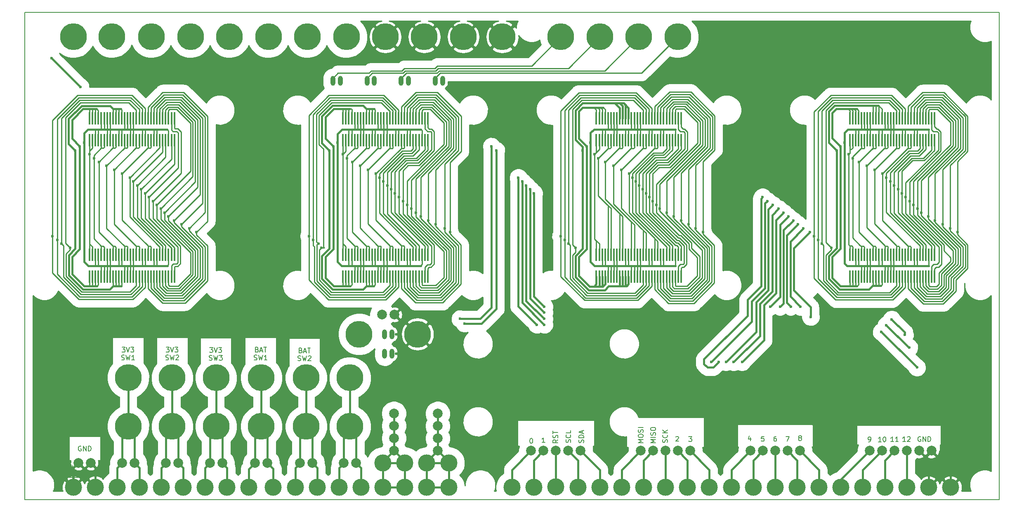
<source format=gtl>
G04 #@! TF.FileFunction,Copper,L1,Top,Signal*
%FSLAX46Y46*%
G04 Gerber Fmt 4.6, Leading zero omitted, Abs format (unit mm)*
G04 Created by KiCad (PCBNEW 4.0.2-stable) date 04/04/2016 13:35:59*
%MOMM*%
G01*
G04 APERTURE LIST*
%ADD10C,0.100000*%
%ADD11C,0.150000*%
%ADD12C,0.200000*%
%ADD13R,0.350000X2.500000*%
%ADD14C,3.500000*%
%ADD15C,2.000000*%
%ADD16C,5.500000*%
%ADD17O,1.000000X2.000000*%
%ADD18C,0.600000*%
%ADD19C,0.250000*%
%ADD20C,0.400000*%
G04 APERTURE END LIST*
D10*
D11*
X29516666Y52500000D02*
G75*
G03X29516666Y52500000I-1666666J0D01*
G01*
X25350000Y52500000D02*
X30350000Y52500000D01*
X27850000Y55000000D02*
X27850000Y50000000D01*
D12*
X201838096Y60850000D02*
X201742858Y60897619D01*
X201600001Y60897619D01*
X201457143Y60850000D01*
X201361905Y60754762D01*
X201314286Y60659524D01*
X201266667Y60469048D01*
X201266667Y60326190D01*
X201314286Y60135714D01*
X201361905Y60040476D01*
X201457143Y59945238D01*
X201600001Y59897619D01*
X201695239Y59897619D01*
X201838096Y59945238D01*
X201885715Y59992857D01*
X201885715Y60326190D01*
X201695239Y60326190D01*
X202314286Y59897619D02*
X202314286Y60897619D01*
X202885715Y59897619D01*
X202885715Y60897619D01*
X203361905Y59897619D02*
X203361905Y60897619D01*
X203600000Y60897619D01*
X203742858Y60850000D01*
X203838096Y60754762D01*
X203885715Y60659524D01*
X203933334Y60469048D01*
X203933334Y60326190D01*
X203885715Y60135714D01*
X203838096Y60040476D01*
X203742858Y59945238D01*
X203600000Y59897619D01*
X203361905Y59897619D01*
X198759524Y59897619D02*
X198188095Y59897619D01*
X198473809Y59897619D02*
X198473809Y60897619D01*
X198378571Y60754762D01*
X198283333Y60659524D01*
X198188095Y60611905D01*
X199140476Y60802381D02*
X199188095Y60850000D01*
X199283333Y60897619D01*
X199521429Y60897619D01*
X199616667Y60850000D01*
X199664286Y60802381D01*
X199711905Y60707143D01*
X199711905Y60611905D01*
X199664286Y60469048D01*
X199092857Y59897619D01*
X199711905Y59897619D01*
X196309524Y59897619D02*
X195738095Y59897619D01*
X196023809Y59897619D02*
X196023809Y60897619D01*
X195928571Y60754762D01*
X195833333Y60659524D01*
X195738095Y60611905D01*
X197261905Y59897619D02*
X196690476Y59897619D01*
X196976190Y59897619D02*
X196976190Y60897619D01*
X196880952Y60754762D01*
X196785714Y60659524D01*
X196690476Y60611905D01*
X193759524Y59847619D02*
X193188095Y59847619D01*
X193473809Y59847619D02*
X193473809Y60847619D01*
X193378571Y60704762D01*
X193283333Y60609524D01*
X193188095Y60561905D01*
X194378571Y60847619D02*
X194473810Y60847619D01*
X194569048Y60800000D01*
X194616667Y60752381D01*
X194664286Y60657143D01*
X194711905Y60466667D01*
X194711905Y60228571D01*
X194664286Y60038095D01*
X194616667Y59942857D01*
X194569048Y59895238D01*
X194473810Y59847619D01*
X194378571Y59847619D01*
X194283333Y59895238D01*
X194235714Y59942857D01*
X194188095Y60038095D01*
X194140476Y60228571D01*
X194140476Y60466667D01*
X194188095Y60657143D01*
X194235714Y60752381D01*
X194283333Y60800000D01*
X194378571Y60847619D01*
X191159524Y59847619D02*
X191350000Y59847619D01*
X191445239Y59895238D01*
X191492858Y59942857D01*
X191588096Y60085714D01*
X191635715Y60276190D01*
X191635715Y60657143D01*
X191588096Y60752381D01*
X191540477Y60800000D01*
X191445239Y60847619D01*
X191254762Y60847619D01*
X191159524Y60800000D01*
X191111905Y60752381D01*
X191064286Y60657143D01*
X191064286Y60419048D01*
X191111905Y60323810D01*
X191159524Y60276190D01*
X191254762Y60228571D01*
X191445239Y60228571D01*
X191540477Y60276190D01*
X191588096Y60323810D01*
X191635715Y60419048D01*
X177004762Y60669048D02*
X176909524Y60716667D01*
X176861905Y60764286D01*
X176814286Y60859524D01*
X176814286Y60907143D01*
X176861905Y61002381D01*
X176909524Y61050000D01*
X177004762Y61097619D01*
X177195239Y61097619D01*
X177290477Y61050000D01*
X177338096Y61002381D01*
X177385715Y60907143D01*
X177385715Y60859524D01*
X177338096Y60764286D01*
X177290477Y60716667D01*
X177195239Y60669048D01*
X177004762Y60669048D01*
X176909524Y60621429D01*
X176861905Y60573810D01*
X176814286Y60478571D01*
X176814286Y60288095D01*
X176861905Y60192857D01*
X176909524Y60145238D01*
X177004762Y60097619D01*
X177195239Y60097619D01*
X177290477Y60145238D01*
X177338096Y60192857D01*
X177385715Y60288095D01*
X177385715Y60478571D01*
X177338096Y60573810D01*
X177290477Y60621429D01*
X177195239Y60669048D01*
X174216667Y60947619D02*
X174883334Y60947619D01*
X174454762Y59947619D01*
X172190477Y60947619D02*
X172000000Y60947619D01*
X171904762Y60900000D01*
X171857143Y60852381D01*
X171761905Y60709524D01*
X171714286Y60519048D01*
X171714286Y60138095D01*
X171761905Y60042857D01*
X171809524Y59995238D01*
X171904762Y59947619D01*
X172095239Y59947619D01*
X172190477Y59995238D01*
X172238096Y60042857D01*
X172285715Y60138095D01*
X172285715Y60376190D01*
X172238096Y60471429D01*
X172190477Y60519048D01*
X172095239Y60566667D01*
X171904762Y60566667D01*
X171809524Y60519048D01*
X171761905Y60471429D01*
X171714286Y60376190D01*
X169688096Y60947619D02*
X169211905Y60947619D01*
X169164286Y60471429D01*
X169211905Y60519048D01*
X169307143Y60566667D01*
X169545239Y60566667D01*
X169640477Y60519048D01*
X169688096Y60471429D01*
X169735715Y60376190D01*
X169735715Y60138095D01*
X169688096Y60042857D01*
X169640477Y59995238D01*
X169545239Y59947619D01*
X169307143Y59947619D01*
X169211905Y59995238D01*
X169164286Y60042857D01*
X166940477Y60714286D02*
X166940477Y60047619D01*
X166702381Y61095238D02*
X166464286Y60380952D01*
X167083334Y60380952D01*
X154266667Y60897619D02*
X154885715Y60897619D01*
X154552381Y60516667D01*
X154695239Y60516667D01*
X154790477Y60469048D01*
X154838096Y60421429D01*
X154885715Y60326190D01*
X154885715Y60088095D01*
X154838096Y59992857D01*
X154790477Y59945238D01*
X154695239Y59897619D01*
X154409524Y59897619D01*
X154314286Y59945238D01*
X154266667Y59992857D01*
X151614286Y60852381D02*
X151661905Y60900000D01*
X151757143Y60947619D01*
X151995239Y60947619D01*
X152090477Y60900000D01*
X152138096Y60852381D01*
X152185715Y60757143D01*
X152185715Y60661905D01*
X152138096Y60519048D01*
X151566667Y59947619D01*
X152185715Y59947619D01*
X149854762Y59714286D02*
X149902381Y59857143D01*
X149902381Y60095239D01*
X149854762Y60190477D01*
X149807143Y60238096D01*
X149711905Y60285715D01*
X149616667Y60285715D01*
X149521429Y60238096D01*
X149473810Y60190477D01*
X149426190Y60095239D01*
X149378571Y59904762D01*
X149330952Y59809524D01*
X149283333Y59761905D01*
X149188095Y59714286D01*
X149092857Y59714286D01*
X148997619Y59761905D01*
X148950000Y59809524D01*
X148902381Y59904762D01*
X148902381Y60142858D01*
X148950000Y60285715D01*
X149807143Y61285715D02*
X149854762Y61238096D01*
X149902381Y61095239D01*
X149902381Y61000001D01*
X149854762Y60857143D01*
X149759524Y60761905D01*
X149664286Y60714286D01*
X149473810Y60666667D01*
X149330952Y60666667D01*
X149140476Y60714286D01*
X149045238Y60761905D01*
X148950000Y60857143D01*
X148902381Y61000001D01*
X148902381Y61095239D01*
X148950000Y61238096D01*
X148997619Y61285715D01*
X149902381Y61714286D02*
X148902381Y61714286D01*
X149902381Y62285715D02*
X149330952Y61857143D01*
X148902381Y62285715D02*
X149473810Y61714286D01*
X147452381Y59628572D02*
X146452381Y59628572D01*
X147166667Y59961906D01*
X146452381Y60295239D01*
X147452381Y60295239D01*
X147452381Y60771429D02*
X146452381Y60771429D01*
X147404762Y61200000D02*
X147452381Y61342857D01*
X147452381Y61580953D01*
X147404762Y61676191D01*
X147357143Y61723810D01*
X147261905Y61771429D01*
X147166667Y61771429D01*
X147071429Y61723810D01*
X147023810Y61676191D01*
X146976190Y61580953D01*
X146928571Y61390476D01*
X146880952Y61295238D01*
X146833333Y61247619D01*
X146738095Y61200000D01*
X146642857Y61200000D01*
X146547619Y61247619D01*
X146500000Y61295238D01*
X146452381Y61390476D01*
X146452381Y61628572D01*
X146500000Y61771429D01*
X146452381Y62390476D02*
X146452381Y62580953D01*
X146500000Y62676191D01*
X146595238Y62771429D01*
X146785714Y62819048D01*
X147119048Y62819048D01*
X147309524Y62771429D01*
X147404762Y62676191D01*
X147452381Y62580953D01*
X147452381Y62390476D01*
X147404762Y62295238D01*
X147309524Y62200000D01*
X147119048Y62152381D01*
X146785714Y62152381D01*
X146595238Y62200000D01*
X146500000Y62295238D01*
X146452381Y62390476D01*
X144902381Y59628572D02*
X143902381Y59628572D01*
X144616667Y59961906D01*
X143902381Y60295239D01*
X144902381Y60295239D01*
X143902381Y60961905D02*
X143902381Y61152382D01*
X143950000Y61247620D01*
X144045238Y61342858D01*
X144235714Y61390477D01*
X144569048Y61390477D01*
X144759524Y61342858D01*
X144854762Y61247620D01*
X144902381Y61152382D01*
X144902381Y60961905D01*
X144854762Y60866667D01*
X144759524Y60771429D01*
X144569048Y60723810D01*
X144235714Y60723810D01*
X144045238Y60771429D01*
X143950000Y60866667D01*
X143902381Y60961905D01*
X144854762Y61771429D02*
X144902381Y61914286D01*
X144902381Y62152382D01*
X144854762Y62247620D01*
X144807143Y62295239D01*
X144711905Y62342858D01*
X144616667Y62342858D01*
X144521429Y62295239D01*
X144473810Y62247620D01*
X144426190Y62152382D01*
X144378571Y61961905D01*
X144330952Y61866667D01*
X144283333Y61819048D01*
X144188095Y61771429D01*
X144092857Y61771429D01*
X143997619Y61819048D01*
X143950000Y61866667D01*
X143902381Y61961905D01*
X143902381Y62200001D01*
X143950000Y62342858D01*
X144902381Y62771429D02*
X143902381Y62771429D01*
X132654762Y59685714D02*
X132702381Y59828571D01*
X132702381Y60066667D01*
X132654762Y60161905D01*
X132607143Y60209524D01*
X132511905Y60257143D01*
X132416667Y60257143D01*
X132321429Y60209524D01*
X132273810Y60161905D01*
X132226190Y60066667D01*
X132178571Y59876190D01*
X132130952Y59780952D01*
X132083333Y59733333D01*
X131988095Y59685714D01*
X131892857Y59685714D01*
X131797619Y59733333D01*
X131750000Y59780952D01*
X131702381Y59876190D01*
X131702381Y60114286D01*
X131750000Y60257143D01*
X132702381Y60685714D02*
X131702381Y60685714D01*
X131702381Y60923809D01*
X131750000Y61066667D01*
X131845238Y61161905D01*
X131940476Y61209524D01*
X132130952Y61257143D01*
X132273810Y61257143D01*
X132464286Y61209524D01*
X132559524Y61161905D01*
X132654762Y61066667D01*
X132702381Y60923809D01*
X132702381Y60685714D01*
X132416667Y61638095D02*
X132416667Y62114286D01*
X132702381Y61542857D02*
X131702381Y61876190D01*
X132702381Y62209524D01*
X130004762Y59709524D02*
X130052381Y59852381D01*
X130052381Y60090477D01*
X130004762Y60185715D01*
X129957143Y60233334D01*
X129861905Y60280953D01*
X129766667Y60280953D01*
X129671429Y60233334D01*
X129623810Y60185715D01*
X129576190Y60090477D01*
X129528571Y59900000D01*
X129480952Y59804762D01*
X129433333Y59757143D01*
X129338095Y59709524D01*
X129242857Y59709524D01*
X129147619Y59757143D01*
X129100000Y59804762D01*
X129052381Y59900000D01*
X129052381Y60138096D01*
X129100000Y60280953D01*
X129957143Y61280953D02*
X130004762Y61233334D01*
X130052381Y61090477D01*
X130052381Y60995239D01*
X130004762Y60852381D01*
X129909524Y60757143D01*
X129814286Y60709524D01*
X129623810Y60661905D01*
X129480952Y60661905D01*
X129290476Y60709524D01*
X129195238Y60757143D01*
X129100000Y60852381D01*
X129052381Y60995239D01*
X129052381Y61090477D01*
X129100000Y61233334D01*
X129147619Y61280953D01*
X130052381Y62185715D02*
X130052381Y61709524D01*
X129052381Y61709524D01*
X127402381Y60252381D02*
X126926190Y59919047D01*
X127402381Y59680952D02*
X126402381Y59680952D01*
X126402381Y60061905D01*
X126450000Y60157143D01*
X126497619Y60204762D01*
X126592857Y60252381D01*
X126735714Y60252381D01*
X126830952Y60204762D01*
X126878571Y60157143D01*
X126926190Y60061905D01*
X126926190Y59680952D01*
X127354762Y60633333D02*
X127402381Y60776190D01*
X127402381Y61014286D01*
X127354762Y61109524D01*
X127307143Y61157143D01*
X127211905Y61204762D01*
X127116667Y61204762D01*
X127021429Y61157143D01*
X126973810Y61109524D01*
X126926190Y61014286D01*
X126878571Y60823809D01*
X126830952Y60728571D01*
X126783333Y60680952D01*
X126688095Y60633333D01*
X126592857Y60633333D01*
X126497619Y60680952D01*
X126450000Y60728571D01*
X126402381Y60823809D01*
X126402381Y61061905D01*
X126450000Y61204762D01*
X126402381Y61490476D02*
X126402381Y62061905D01*
X127402381Y61776190D02*
X126402381Y61776190D01*
X124735715Y59697619D02*
X124164286Y59697619D01*
X124450000Y59697619D02*
X124450000Y60697619D01*
X124354762Y60554762D01*
X124259524Y60459524D01*
X124164286Y60411905D01*
X121902381Y60547619D02*
X121997620Y60547619D01*
X122092858Y60500000D01*
X122140477Y60452381D01*
X122188096Y60357143D01*
X122235715Y60166667D01*
X122235715Y59928571D01*
X122188096Y59738095D01*
X122140477Y59642857D01*
X122092858Y59595238D01*
X121997620Y59547619D01*
X121902381Y59547619D01*
X121807143Y59595238D01*
X121759524Y59642857D01*
X121711905Y59738095D01*
X121664286Y59928571D01*
X121664286Y60166667D01*
X121711905Y60357143D01*
X121759524Y60452381D01*
X121807143Y60500000D01*
X121902381Y60547619D01*
X74661905Y78621429D02*
X74804762Y78573810D01*
X74852381Y78526190D01*
X74900000Y78430952D01*
X74900000Y78288095D01*
X74852381Y78192857D01*
X74804762Y78145238D01*
X74709524Y78097619D01*
X74328571Y78097619D01*
X74328571Y79097619D01*
X74661905Y79097619D01*
X74757143Y79050000D01*
X74804762Y79002381D01*
X74852381Y78907143D01*
X74852381Y78811905D01*
X74804762Y78716667D01*
X74757143Y78669048D01*
X74661905Y78621429D01*
X74328571Y78621429D01*
X75280952Y78383333D02*
X75757143Y78383333D01*
X75185714Y78097619D02*
X75519047Y79097619D01*
X75852381Y78097619D01*
X76042857Y79097619D02*
X76614286Y79097619D01*
X76328571Y78097619D02*
X76328571Y79097619D01*
X74066667Y76545238D02*
X74209524Y76497619D01*
X74447620Y76497619D01*
X74542858Y76545238D01*
X74590477Y76592857D01*
X74638096Y76688095D01*
X74638096Y76783333D01*
X74590477Y76878571D01*
X74542858Y76926190D01*
X74447620Y76973810D01*
X74257143Y77021429D01*
X74161905Y77069048D01*
X74114286Y77116667D01*
X74066667Y77211905D01*
X74066667Y77307143D01*
X74114286Y77402381D01*
X74161905Y77450000D01*
X74257143Y77497619D01*
X74495239Y77497619D01*
X74638096Y77450000D01*
X74971429Y77497619D02*
X75209524Y76497619D01*
X75400001Y77211905D01*
X75590477Y76497619D01*
X75828572Y77497619D01*
X76161905Y77402381D02*
X76209524Y77450000D01*
X76304762Y77497619D01*
X76542858Y77497619D01*
X76638096Y77450000D01*
X76685715Y77402381D01*
X76733334Y77307143D01*
X76733334Y77211905D01*
X76685715Y77069048D01*
X76114286Y76497619D01*
X76733334Y76497619D01*
X65661905Y78771429D02*
X65804762Y78723810D01*
X65852381Y78676190D01*
X65900000Y78580952D01*
X65900000Y78438095D01*
X65852381Y78342857D01*
X65804762Y78295238D01*
X65709524Y78247619D01*
X65328571Y78247619D01*
X65328571Y79247619D01*
X65661905Y79247619D01*
X65757143Y79200000D01*
X65804762Y79152381D01*
X65852381Y79057143D01*
X65852381Y78961905D01*
X65804762Y78866667D01*
X65757143Y78819048D01*
X65661905Y78771429D01*
X65328571Y78771429D01*
X66280952Y78533333D02*
X66757143Y78533333D01*
X66185714Y78247619D02*
X66519047Y79247619D01*
X66852381Y78247619D01*
X67042857Y79247619D02*
X67614286Y79247619D01*
X67328571Y78247619D02*
X67328571Y79247619D01*
X65066667Y76695238D02*
X65209524Y76647619D01*
X65447620Y76647619D01*
X65542858Y76695238D01*
X65590477Y76742857D01*
X65638096Y76838095D01*
X65638096Y76933333D01*
X65590477Y77028571D01*
X65542858Y77076190D01*
X65447620Y77123810D01*
X65257143Y77171429D01*
X65161905Y77219048D01*
X65114286Y77266667D01*
X65066667Y77361905D01*
X65066667Y77457143D01*
X65114286Y77552381D01*
X65161905Y77600000D01*
X65257143Y77647619D01*
X65495239Y77647619D01*
X65638096Y77600000D01*
X65971429Y77647619D02*
X66209524Y76647619D01*
X66400001Y77361905D01*
X66590477Y76647619D01*
X66828572Y77647619D01*
X67733334Y76647619D02*
X67161905Y76647619D01*
X67447619Y76647619D02*
X67447619Y77647619D01*
X67352381Y77504762D01*
X67257143Y77409524D01*
X67161905Y77361905D01*
X55961905Y79197619D02*
X56580953Y79197619D01*
X56247619Y78816667D01*
X56390477Y78816667D01*
X56485715Y78769048D01*
X56533334Y78721429D01*
X56580953Y78626190D01*
X56580953Y78388095D01*
X56533334Y78292857D01*
X56485715Y78245238D01*
X56390477Y78197619D01*
X56104762Y78197619D01*
X56009524Y78245238D01*
X55961905Y78292857D01*
X56866667Y79197619D02*
X57200000Y78197619D01*
X57533334Y79197619D01*
X57771429Y79197619D02*
X58390477Y79197619D01*
X58057143Y78816667D01*
X58200001Y78816667D01*
X58295239Y78769048D01*
X58342858Y78721429D01*
X58390477Y78626190D01*
X58390477Y78388095D01*
X58342858Y78292857D01*
X58295239Y78245238D01*
X58200001Y78197619D01*
X57914286Y78197619D01*
X57819048Y78245238D01*
X57771429Y78292857D01*
X55866667Y76645238D02*
X56009524Y76597619D01*
X56247620Y76597619D01*
X56342858Y76645238D01*
X56390477Y76692857D01*
X56438096Y76788095D01*
X56438096Y76883333D01*
X56390477Y76978571D01*
X56342858Y77026190D01*
X56247620Y77073810D01*
X56057143Y77121429D01*
X55961905Y77169048D01*
X55914286Y77216667D01*
X55866667Y77311905D01*
X55866667Y77407143D01*
X55914286Y77502381D01*
X55961905Y77550000D01*
X56057143Y77597619D01*
X56295239Y77597619D01*
X56438096Y77550000D01*
X56771429Y77597619D02*
X57009524Y76597619D01*
X57200001Y77311905D01*
X57390477Y76597619D01*
X57628572Y77597619D01*
X57914286Y77597619D02*
X58533334Y77597619D01*
X58200000Y77216667D01*
X58342858Y77216667D01*
X58438096Y77169048D01*
X58485715Y77121429D01*
X58533334Y77026190D01*
X58533334Y76788095D01*
X58485715Y76692857D01*
X58438096Y76645238D01*
X58342858Y76597619D01*
X58057143Y76597619D01*
X57961905Y76645238D01*
X57914286Y76692857D01*
X47011905Y79247619D02*
X47630953Y79247619D01*
X47297619Y78866667D01*
X47440477Y78866667D01*
X47535715Y78819048D01*
X47583334Y78771429D01*
X47630953Y78676190D01*
X47630953Y78438095D01*
X47583334Y78342857D01*
X47535715Y78295238D01*
X47440477Y78247619D01*
X47154762Y78247619D01*
X47059524Y78295238D01*
X47011905Y78342857D01*
X47916667Y79247619D02*
X48250000Y78247619D01*
X48583334Y79247619D01*
X48821429Y79247619D02*
X49440477Y79247619D01*
X49107143Y78866667D01*
X49250001Y78866667D01*
X49345239Y78819048D01*
X49392858Y78771429D01*
X49440477Y78676190D01*
X49440477Y78438095D01*
X49392858Y78342857D01*
X49345239Y78295238D01*
X49250001Y78247619D01*
X48964286Y78247619D01*
X48869048Y78295238D01*
X48821429Y78342857D01*
X46916667Y76695238D02*
X47059524Y76647619D01*
X47297620Y76647619D01*
X47392858Y76695238D01*
X47440477Y76742857D01*
X47488096Y76838095D01*
X47488096Y76933333D01*
X47440477Y77028571D01*
X47392858Y77076190D01*
X47297620Y77123810D01*
X47107143Y77171429D01*
X47011905Y77219048D01*
X46964286Y77266667D01*
X46916667Y77361905D01*
X46916667Y77457143D01*
X46964286Y77552381D01*
X47011905Y77600000D01*
X47107143Y77647619D01*
X47345239Y77647619D01*
X47488096Y77600000D01*
X47821429Y77647619D02*
X48059524Y76647619D01*
X48250001Y77361905D01*
X48440477Y76647619D01*
X48678572Y77647619D01*
X49011905Y77552381D02*
X49059524Y77600000D01*
X49154762Y77647619D01*
X49392858Y77647619D01*
X49488096Y77600000D01*
X49535715Y77552381D01*
X49583334Y77457143D01*
X49583334Y77361905D01*
X49535715Y77219048D01*
X48964286Y76647619D01*
X49583334Y76647619D01*
X37961905Y79247619D02*
X38580953Y79247619D01*
X38247619Y78866667D01*
X38390477Y78866667D01*
X38485715Y78819048D01*
X38533334Y78771429D01*
X38580953Y78676190D01*
X38580953Y78438095D01*
X38533334Y78342857D01*
X38485715Y78295238D01*
X38390477Y78247619D01*
X38104762Y78247619D01*
X38009524Y78295238D01*
X37961905Y78342857D01*
X38866667Y79247619D02*
X39200000Y78247619D01*
X39533334Y79247619D01*
X39771429Y79247619D02*
X40390477Y79247619D01*
X40057143Y78866667D01*
X40200001Y78866667D01*
X40295239Y78819048D01*
X40342858Y78771429D01*
X40390477Y78676190D01*
X40390477Y78438095D01*
X40342858Y78342857D01*
X40295239Y78295238D01*
X40200001Y78247619D01*
X39914286Y78247619D01*
X39819048Y78295238D01*
X39771429Y78342857D01*
X37866667Y76695238D02*
X38009524Y76647619D01*
X38247620Y76647619D01*
X38342858Y76695238D01*
X38390477Y76742857D01*
X38438096Y76838095D01*
X38438096Y76933333D01*
X38390477Y77028571D01*
X38342858Y77076190D01*
X38247620Y77123810D01*
X38057143Y77171429D01*
X37961905Y77219048D01*
X37914286Y77266667D01*
X37866667Y77361905D01*
X37866667Y77457143D01*
X37914286Y77552381D01*
X37961905Y77600000D01*
X38057143Y77647619D01*
X38295239Y77647619D01*
X38438096Y77600000D01*
X38771429Y77647619D02*
X39009524Y76647619D01*
X39200001Y77361905D01*
X39390477Y76647619D01*
X39628572Y77647619D01*
X40533334Y76647619D02*
X39961905Y76647619D01*
X40247619Y76647619D02*
X40247619Y77647619D01*
X40152381Y77504762D01*
X40057143Y77409524D01*
X39961905Y77361905D01*
X29538096Y58900000D02*
X29442858Y58947619D01*
X29300001Y58947619D01*
X29157143Y58900000D01*
X29061905Y58804762D01*
X29014286Y58709524D01*
X28966667Y58519048D01*
X28966667Y58376190D01*
X29014286Y58185714D01*
X29061905Y58090476D01*
X29157143Y57995238D01*
X29300001Y57947619D01*
X29395239Y57947619D01*
X29538096Y57995238D01*
X29585715Y58042857D01*
X29585715Y58376190D01*
X29395239Y58376190D01*
X30014286Y57947619D02*
X30014286Y58947619D01*
X30585715Y57947619D01*
X30585715Y58947619D01*
X31061905Y57947619D02*
X31061905Y58947619D01*
X31300000Y58947619D01*
X31442858Y58900000D01*
X31538096Y58804762D01*
X31585715Y58709524D01*
X31633334Y58519048D01*
X31633334Y58376190D01*
X31585715Y58185714D01*
X31538096Y58090476D01*
X31442858Y57995238D01*
X31300000Y57947619D01*
X31061905Y57947619D01*
D11*
X18000000Y48000000D02*
X18000000Y148000000D01*
X218000000Y48000000D02*
X18000000Y48000000D01*
X218000000Y148000000D02*
X218000000Y48000000D01*
X18000000Y148000000D02*
X218000000Y148000000D01*
D13*
X31300000Y121750000D03*
X31900000Y121750000D03*
X32500000Y121750000D03*
X33100000Y121750000D03*
X33700000Y121750000D03*
X34300000Y121750000D03*
X34900000Y121750000D03*
X35500000Y121750000D03*
X36100000Y121750000D03*
X36700000Y121750000D03*
X37300000Y121750000D03*
X37900000Y121750000D03*
X38500000Y121750000D03*
X39100000Y121750000D03*
X39700000Y121750000D03*
X40300000Y121750000D03*
X40900000Y121750000D03*
X41500000Y121750000D03*
X42100000Y121750000D03*
X42700000Y121750000D03*
X43300000Y121750000D03*
X43900000Y121750000D03*
X44500000Y121750000D03*
X45100000Y121750000D03*
X45700000Y121750000D03*
X46300000Y121750000D03*
X46900000Y121750000D03*
X47500000Y121750000D03*
X48100000Y121750000D03*
X48700000Y121750000D03*
X48700000Y126250000D03*
X48100000Y126250000D03*
X47500000Y126250000D03*
X46900000Y126250000D03*
X46300000Y126250000D03*
X45700000Y126250000D03*
X45100000Y126250000D03*
X44500000Y126250000D03*
X43900000Y126250000D03*
X43300000Y126250000D03*
X42700000Y126250000D03*
X42100000Y126250000D03*
X41500000Y126250000D03*
X40900000Y126250000D03*
X40300000Y126250000D03*
X39700000Y126250000D03*
X39100000Y126250000D03*
X38500000Y126250000D03*
X37900000Y126250000D03*
X37300000Y126250000D03*
X36700000Y126250000D03*
X36100000Y126250000D03*
X35500000Y126250000D03*
X34900000Y126250000D03*
X34300000Y126250000D03*
X33700000Y126250000D03*
X33100000Y126250000D03*
X32500000Y126250000D03*
X31900000Y126250000D03*
X31300000Y126250000D03*
X83300000Y121750000D03*
X83900000Y121750000D03*
X84500000Y121750000D03*
X85100000Y121750000D03*
X85700000Y121750000D03*
X86300000Y121750000D03*
X86900000Y121750000D03*
X87500000Y121750000D03*
X88100000Y121750000D03*
X88700000Y121750000D03*
X89300000Y121750000D03*
X89900000Y121750000D03*
X90500000Y121750000D03*
X91100000Y121750000D03*
X91700000Y121750000D03*
X92300000Y121750000D03*
X92900000Y121750000D03*
X93500000Y121750000D03*
X94100000Y121750000D03*
X94700000Y121750000D03*
X95300000Y121750000D03*
X95900000Y121750000D03*
X96500000Y121750000D03*
X97100000Y121750000D03*
X97700000Y121750000D03*
X98300000Y121750000D03*
X98900000Y121750000D03*
X99500000Y121750000D03*
X100100000Y121750000D03*
X100700000Y121750000D03*
X100700000Y126250000D03*
X100100000Y126250000D03*
X99500000Y126250000D03*
X98900000Y126250000D03*
X98300000Y126250000D03*
X97700000Y126250000D03*
X97100000Y126250000D03*
X96500000Y126250000D03*
X95900000Y126250000D03*
X95300000Y126250000D03*
X94700000Y126250000D03*
X94100000Y126250000D03*
X93500000Y126250000D03*
X92900000Y126250000D03*
X92300000Y126250000D03*
X91700000Y126250000D03*
X91100000Y126250000D03*
X90500000Y126250000D03*
X89900000Y126250000D03*
X89300000Y126250000D03*
X88700000Y126250000D03*
X88100000Y126250000D03*
X87500000Y126250000D03*
X86900000Y126250000D03*
X86300000Y126250000D03*
X85700000Y126250000D03*
X85100000Y126250000D03*
X84500000Y126250000D03*
X83900000Y126250000D03*
X83300000Y126250000D03*
X135300000Y121750000D03*
X135900000Y121750000D03*
X136500000Y121750000D03*
X137100000Y121750000D03*
X137700000Y121750000D03*
X138300000Y121750000D03*
X138900000Y121750000D03*
X139500000Y121750000D03*
X140100000Y121750000D03*
X140700000Y121750000D03*
X141300000Y121750000D03*
X141900000Y121750000D03*
X142500000Y121750000D03*
X143100000Y121750000D03*
X143700000Y121750000D03*
X144300000Y121750000D03*
X144900000Y121750000D03*
X145500000Y121750000D03*
X146100000Y121750000D03*
X146700000Y121750000D03*
X147300000Y121750000D03*
X147900000Y121750000D03*
X148500000Y121750000D03*
X149100000Y121750000D03*
X149700000Y121750000D03*
X150300000Y121750000D03*
X150900000Y121750000D03*
X151500000Y121750000D03*
X152100000Y121750000D03*
X152700000Y121750000D03*
X152700000Y126250000D03*
X152100000Y126250000D03*
X151500000Y126250000D03*
X150900000Y126250000D03*
X150300000Y126250000D03*
X149700000Y126250000D03*
X149100000Y126250000D03*
X148500000Y126250000D03*
X147900000Y126250000D03*
X147300000Y126250000D03*
X146700000Y126250000D03*
X146100000Y126250000D03*
X145500000Y126250000D03*
X144900000Y126250000D03*
X144300000Y126250000D03*
X143700000Y126250000D03*
X143100000Y126250000D03*
X142500000Y126250000D03*
X141900000Y126250000D03*
X141300000Y126250000D03*
X140700000Y126250000D03*
X140100000Y126250000D03*
X139500000Y126250000D03*
X138900000Y126250000D03*
X138300000Y126250000D03*
X137700000Y126250000D03*
X137100000Y126250000D03*
X136500000Y126250000D03*
X135900000Y126250000D03*
X135300000Y126250000D03*
X187300000Y121750000D03*
X187900000Y121750000D03*
X188500000Y121750000D03*
X189100000Y121750000D03*
X189700000Y121750000D03*
X190300000Y121750000D03*
X190900000Y121750000D03*
X191500000Y121750000D03*
X192100000Y121750000D03*
X192700000Y121750000D03*
X193300000Y121750000D03*
X193900000Y121750000D03*
X194500000Y121750000D03*
X195100000Y121750000D03*
X195700000Y121750000D03*
X196300000Y121750000D03*
X196900000Y121750000D03*
X197500000Y121750000D03*
X198100000Y121750000D03*
X198700000Y121750000D03*
X199300000Y121750000D03*
X199900000Y121750000D03*
X200500000Y121750000D03*
X201100000Y121750000D03*
X201700000Y121750000D03*
X202300000Y121750000D03*
X202900000Y121750000D03*
X203500000Y121750000D03*
X204100000Y121750000D03*
X204700000Y121750000D03*
X204700000Y126250000D03*
X204100000Y126250000D03*
X203500000Y126250000D03*
X202900000Y126250000D03*
X202300000Y126250000D03*
X201700000Y126250000D03*
X201100000Y126250000D03*
X200500000Y126250000D03*
X199900000Y126250000D03*
X199300000Y126250000D03*
X198700000Y126250000D03*
X198100000Y126250000D03*
X197500000Y126250000D03*
X196900000Y126250000D03*
X196300000Y126250000D03*
X195700000Y126250000D03*
X195100000Y126250000D03*
X194500000Y126250000D03*
X193900000Y126250000D03*
X193300000Y126250000D03*
X192700000Y126250000D03*
X192100000Y126250000D03*
X191500000Y126250000D03*
X190900000Y126250000D03*
X190300000Y126250000D03*
X189700000Y126250000D03*
X189100000Y126250000D03*
X188500000Y126250000D03*
X187900000Y126250000D03*
X187300000Y126250000D03*
X31300000Y98250000D03*
X31900000Y98250000D03*
X32500000Y98250000D03*
X33100000Y98250000D03*
X33700000Y98250000D03*
X34300000Y98250000D03*
X34900000Y98250000D03*
X35500000Y98250000D03*
X36100000Y98250000D03*
X36700000Y98250000D03*
X37300000Y98250000D03*
X37900000Y98250000D03*
X38500000Y98250000D03*
X39100000Y98250000D03*
X39700000Y98250000D03*
X40300000Y98250000D03*
X40900000Y98250000D03*
X41500000Y98250000D03*
X42100000Y98250000D03*
X42700000Y98250000D03*
X43300000Y98250000D03*
X43900000Y98250000D03*
X44500000Y98250000D03*
X45100000Y98250000D03*
X45700000Y98250000D03*
X46300000Y98250000D03*
X46900000Y98250000D03*
X47500000Y98250000D03*
X48100000Y98250000D03*
X48700000Y98250000D03*
X48700000Y93750000D03*
X48100000Y93750000D03*
X47500000Y93750000D03*
X46900000Y93750000D03*
X46300000Y93750000D03*
X45700000Y93750000D03*
X45100000Y93750000D03*
X44500000Y93750000D03*
X43900000Y93750000D03*
X43300000Y93750000D03*
X42700000Y93750000D03*
X42100000Y93750000D03*
X41500000Y93750000D03*
X40900000Y93750000D03*
X40300000Y93750000D03*
X39700000Y93750000D03*
X39100000Y93750000D03*
X38500000Y93750000D03*
X37900000Y93750000D03*
X37300000Y93750000D03*
X36700000Y93750000D03*
X36100000Y93750000D03*
X35500000Y93750000D03*
X34900000Y93750000D03*
X34300000Y93750000D03*
X33700000Y93750000D03*
X33100000Y93750000D03*
X32500000Y93750000D03*
X31900000Y93750000D03*
X31300000Y93750000D03*
X83300000Y98250000D03*
X83900000Y98250000D03*
X84500000Y98250000D03*
X85100000Y98250000D03*
X85700000Y98250000D03*
X86300000Y98250000D03*
X86900000Y98250000D03*
X87500000Y98250000D03*
X88100000Y98250000D03*
X88700000Y98250000D03*
X89300000Y98250000D03*
X89900000Y98250000D03*
X90500000Y98250000D03*
X91100000Y98250000D03*
X91700000Y98250000D03*
X92300000Y98250000D03*
X92900000Y98250000D03*
X93500000Y98250000D03*
X94100000Y98250000D03*
X94700000Y98250000D03*
X95300000Y98250000D03*
X95900000Y98250000D03*
X96500000Y98250000D03*
X97100000Y98250000D03*
X97700000Y98250000D03*
X98300000Y98250000D03*
X98900000Y98250000D03*
X99500000Y98250000D03*
X100100000Y98250000D03*
X100700000Y98250000D03*
X100700000Y93750000D03*
X100100000Y93750000D03*
X99500000Y93750000D03*
X98900000Y93750000D03*
X98300000Y93750000D03*
X97700000Y93750000D03*
X97100000Y93750000D03*
X96500000Y93750000D03*
X95900000Y93750000D03*
X95300000Y93750000D03*
X94700000Y93750000D03*
X94100000Y93750000D03*
X93500000Y93750000D03*
X92900000Y93750000D03*
X92300000Y93750000D03*
X91700000Y93750000D03*
X91100000Y93750000D03*
X90500000Y93750000D03*
X89900000Y93750000D03*
X89300000Y93750000D03*
X88700000Y93750000D03*
X88100000Y93750000D03*
X87500000Y93750000D03*
X86900000Y93750000D03*
X86300000Y93750000D03*
X85700000Y93750000D03*
X85100000Y93750000D03*
X84500000Y93750000D03*
X83900000Y93750000D03*
X83300000Y93750000D03*
X135300000Y98250000D03*
X135900000Y98250000D03*
X136500000Y98250000D03*
X137100000Y98250000D03*
X137700000Y98250000D03*
X138300000Y98250000D03*
X138900000Y98250000D03*
X139500000Y98250000D03*
X140100000Y98250000D03*
X140700000Y98250000D03*
X141300000Y98250000D03*
X141900000Y98250000D03*
X142500000Y98250000D03*
X143100000Y98250000D03*
X143700000Y98250000D03*
X144300000Y98250000D03*
X144900000Y98250000D03*
X145500000Y98250000D03*
X146100000Y98250000D03*
X146700000Y98250000D03*
X147300000Y98250000D03*
X147900000Y98250000D03*
X148500000Y98250000D03*
X149100000Y98250000D03*
X149700000Y98250000D03*
X150300000Y98250000D03*
X150900000Y98250000D03*
X151500000Y98250000D03*
X152100000Y98250000D03*
X152700000Y98250000D03*
X152700000Y93750000D03*
X152100000Y93750000D03*
X151500000Y93750000D03*
X150900000Y93750000D03*
X150300000Y93750000D03*
X149700000Y93750000D03*
X149100000Y93750000D03*
X148500000Y93750000D03*
X147900000Y93750000D03*
X147300000Y93750000D03*
X146700000Y93750000D03*
X146100000Y93750000D03*
X145500000Y93750000D03*
X144900000Y93750000D03*
X144300000Y93750000D03*
X143700000Y93750000D03*
X143100000Y93750000D03*
X142500000Y93750000D03*
X141900000Y93750000D03*
X141300000Y93750000D03*
X140700000Y93750000D03*
X140100000Y93750000D03*
X139500000Y93750000D03*
X138900000Y93750000D03*
X138300000Y93750000D03*
X137700000Y93750000D03*
X137100000Y93750000D03*
X136500000Y93750000D03*
X135900000Y93750000D03*
X135300000Y93750000D03*
X187300000Y98250000D03*
X187900000Y98250000D03*
X188500000Y98250000D03*
X189100000Y98250000D03*
X189700000Y98250000D03*
X190300000Y98250000D03*
X190900000Y98250000D03*
X191500000Y98250000D03*
X192100000Y98250000D03*
X192700000Y98250000D03*
X193300000Y98250000D03*
X193900000Y98250000D03*
X194500000Y98250000D03*
X195100000Y98250000D03*
X195700000Y98250000D03*
X196300000Y98250000D03*
X196900000Y98250000D03*
X197500000Y98250000D03*
X198100000Y98250000D03*
X198700000Y98250000D03*
X199300000Y98250000D03*
X199900000Y98250000D03*
X200500000Y98250000D03*
X201100000Y98250000D03*
X201700000Y98250000D03*
X202300000Y98250000D03*
X202900000Y98250000D03*
X203500000Y98250000D03*
X204100000Y98250000D03*
X204700000Y98250000D03*
X204700000Y93750000D03*
X204100000Y93750000D03*
X203500000Y93750000D03*
X202900000Y93750000D03*
X202300000Y93750000D03*
X201700000Y93750000D03*
X201100000Y93750000D03*
X200500000Y93750000D03*
X199900000Y93750000D03*
X199300000Y93750000D03*
X198700000Y93750000D03*
X198100000Y93750000D03*
X197500000Y93750000D03*
X196900000Y93750000D03*
X196300000Y93750000D03*
X195700000Y93750000D03*
X195100000Y93750000D03*
X194500000Y93750000D03*
X193900000Y93750000D03*
X193300000Y93750000D03*
X192700000Y93750000D03*
X192100000Y93750000D03*
X191500000Y93750000D03*
X190900000Y93750000D03*
X190300000Y93750000D03*
X189700000Y93750000D03*
X189100000Y93750000D03*
X188500000Y93750000D03*
X187900000Y93750000D03*
X187300000Y93750000D03*
D14*
X203500000Y50500000D03*
X28000000Y50500000D03*
X208000000Y50500000D03*
X32500000Y50500000D03*
D15*
X204080000Y58000000D03*
X201540000Y58000000D03*
X28980000Y55500000D03*
X31520000Y55500000D03*
D14*
X37000000Y50500000D03*
X41500000Y50500000D03*
D15*
X40520000Y55500000D03*
X37980000Y55500000D03*
D16*
X39250000Y63000000D03*
X39250000Y73000000D03*
X116000000Y143000000D03*
X100000000Y143000000D03*
X92000000Y143000000D03*
X108000000Y143000000D03*
X28000000Y143000000D03*
X52000000Y143000000D03*
X35900000Y143000000D03*
X44000000Y143000000D03*
D15*
X93750000Y58000000D03*
X93750000Y65620000D03*
X93750000Y63080000D03*
X93750000Y60540000D03*
D14*
X96000000Y55500000D03*
X91500000Y55500000D03*
X91500000Y50500000D03*
X96000000Y50500000D03*
X50500000Y50500000D03*
X46000000Y50500000D03*
D15*
X46980000Y55500000D03*
X49520000Y55500000D03*
D16*
X48250000Y73000000D03*
X48250000Y63000000D03*
D14*
X55000000Y50500000D03*
X59500000Y50500000D03*
D15*
X55980000Y55500000D03*
X58520000Y55500000D03*
D16*
X57250000Y73000000D03*
X57250000Y63000000D03*
X68000000Y143000000D03*
X84000000Y143000000D03*
X76000000Y143000000D03*
X60000000Y143000000D03*
D15*
X102750000Y63080000D03*
X102750000Y65620000D03*
X102750000Y58000000D03*
X102750000Y60540000D03*
D14*
X105000000Y55500000D03*
X105000000Y50500000D03*
X100500000Y55500000D03*
X100500000Y50500000D03*
X64000000Y50500000D03*
X69000000Y50500000D03*
D15*
X67820000Y55500000D03*
X65280000Y55500000D03*
D16*
X66550000Y63000000D03*
X66550000Y73000000D03*
D14*
X73500000Y50500000D03*
X78000000Y50500000D03*
D15*
X77020000Y55500000D03*
X74480000Y55500000D03*
D16*
X75750000Y73000000D03*
X75750000Y63000000D03*
D15*
X199000000Y58000000D03*
D14*
X199000000Y50500000D03*
D15*
X196460000Y58000000D03*
D14*
X194500000Y50500000D03*
D15*
X193920000Y58000000D03*
D14*
X190000000Y50500000D03*
D15*
X191380000Y58000000D03*
D14*
X185500000Y50500000D03*
X82500000Y50500000D03*
X87000000Y50500000D03*
D15*
X83480000Y55500000D03*
X86020000Y55500000D03*
D16*
X84750000Y73000000D03*
X84750000Y63000000D03*
D15*
X177080000Y58000000D03*
D14*
X181000000Y50500000D03*
D15*
X174540000Y58000000D03*
D14*
X176500000Y50500000D03*
D15*
X172000000Y58000000D03*
D14*
X172000000Y50500000D03*
D15*
X169460000Y58000000D03*
D14*
X167500000Y50500000D03*
X118000000Y50500000D03*
D15*
X121920000Y58000000D03*
X166920000Y58000000D03*
D14*
X163000000Y50500000D03*
X122500000Y50500000D03*
D15*
X124460000Y58000000D03*
X154580000Y58000000D03*
D14*
X158500000Y50500000D03*
X127000000Y50600000D03*
D15*
X127000000Y58000000D03*
X152040000Y58000000D03*
D14*
X154000000Y50500000D03*
D15*
X149500000Y58000000D03*
D14*
X149500000Y50500000D03*
X131500000Y50500000D03*
D15*
X129540000Y58000000D03*
X146960000Y58000000D03*
D14*
X145000000Y50500000D03*
X136000000Y50500000D03*
D15*
X132080000Y58000000D03*
X144420000Y58000000D03*
D14*
X140500000Y50500000D03*
D16*
X128000000Y143000000D03*
D17*
X81250000Y134000000D03*
X82750000Y134000000D03*
D16*
X136000000Y143000000D03*
D17*
X88250000Y134000000D03*
X89750000Y134000000D03*
D16*
X152000000Y143000000D03*
D17*
X102250000Y134000000D03*
X103750000Y134000000D03*
D16*
X144000000Y143000000D03*
D17*
X95250000Y134000000D03*
X96750000Y134000000D03*
D15*
X91350000Y85950000D03*
D17*
X91870000Y81950000D03*
X93370000Y81950000D03*
D15*
X93890000Y85950000D03*
D17*
X91870000Y77950000D03*
X93370000Y77950000D03*
D16*
X86620000Y81950000D03*
X98620000Y81950000D03*
D18*
X31300000Y118900000D03*
X83300000Y118900000D03*
X187100000Y118900000D03*
X134900000Y118900000D03*
X32200000Y118100000D03*
X84150000Y118100000D03*
X187900000Y118100000D03*
X135700000Y118100000D03*
X33200000Y117300000D03*
X85200000Y117300000D03*
X189200000Y117300000D03*
X137100000Y117300000D03*
X34800000Y116500000D03*
X86800000Y116500000D03*
X190800000Y116500000D03*
X138800000Y116500000D03*
X36350000Y115700000D03*
X88450000Y115700000D03*
X192400000Y115700000D03*
X140400000Y115700000D03*
X38000000Y114900000D03*
X90050000Y114900000D03*
X194000000Y114900000D03*
X142000000Y114900000D03*
X39550000Y114100000D03*
X90800000Y114100000D03*
X123100000Y83900000D03*
X119300000Y114100000D03*
X194800000Y114100000D03*
X142700000Y114100000D03*
X40300000Y113300000D03*
X91600000Y113300000D03*
X124600000Y83900000D03*
X120100000Y113300000D03*
X195600000Y113300000D03*
X143400000Y113300000D03*
X41100000Y112500000D03*
X92400000Y112500000D03*
X124600000Y85100000D03*
X120900000Y112500000D03*
X196400000Y112500000D03*
X144100000Y112500000D03*
X41900000Y111700000D03*
X93150000Y111700000D03*
X124600000Y86400000D03*
X121700000Y111700000D03*
X197200000Y111700000D03*
X144800000Y111700000D03*
X42700000Y110900000D03*
X93950000Y110900000D03*
X124600000Y87600000D03*
X122500000Y110900000D03*
X198000000Y110900000D03*
X145500000Y110900000D03*
X44300000Y109300000D03*
X95600000Y109300000D03*
X158900000Y76200000D03*
X170400000Y109300000D03*
X199600000Y109300000D03*
X146900000Y109300000D03*
X43500000Y110100000D03*
X94800000Y110100000D03*
X160400000Y76200000D03*
X169400000Y110100000D03*
X198800000Y110100000D03*
X146200000Y110100000D03*
X45100000Y108500000D03*
X96450000Y108500000D03*
X161900000Y76200000D03*
X171500000Y108500000D03*
X200400000Y108500000D03*
X147600000Y108500000D03*
X45900000Y107700000D03*
X97350000Y107700000D03*
X163500000Y76200000D03*
X172700000Y107700000D03*
X201200000Y107700000D03*
X148300000Y107700000D03*
X46700000Y106900000D03*
X98250000Y106900000D03*
X165200000Y76200000D03*
X173700000Y106900000D03*
X202000000Y106900000D03*
X149700000Y106900000D03*
X47500000Y106100000D03*
X99300000Y106100000D03*
X174700000Y106100000D03*
X171000000Y87600000D03*
X203400000Y106100000D03*
X151200000Y106100000D03*
X48650000Y105300000D03*
X100800000Y105300000D03*
X175700000Y105300000D03*
X173000000Y87600000D03*
X204800000Y105300000D03*
X152700000Y105300000D03*
X50150000Y104500000D03*
X102300000Y104500000D03*
X176700000Y104500000D03*
X175200000Y87600000D03*
X206400000Y104500000D03*
X154200000Y104500000D03*
X51750000Y103700000D03*
X104150000Y103700000D03*
X177800000Y103700000D03*
X177200000Y87600000D03*
X207900000Y103700000D03*
X155700000Y103700000D03*
X53250000Y102900000D03*
X105250000Y102900000D03*
X179100000Y102900000D03*
X179300000Y85500000D03*
X209400000Y102900000D03*
X157200000Y102900000D03*
X23700000Y102100000D03*
X76300000Y102100000D03*
X180000000Y102100000D03*
X128000000Y102100000D03*
X24650000Y101300000D03*
X77150000Y101300000D03*
X195900000Y85000000D03*
X198600000Y81800000D03*
X180800000Y101300000D03*
X128800000Y101300000D03*
X25550000Y100500000D03*
X78300000Y100500000D03*
X194800000Y83800000D03*
X199500000Y79200000D03*
X181600000Y100500000D03*
X129600000Y100500000D03*
X27350000Y99700000D03*
X78900000Y99700000D03*
X193800000Y82400000D03*
X201100000Y75100000D03*
X183500000Y99700000D03*
X131000000Y99700000D03*
X114750000Y119700000D03*
X108250000Y84150000D03*
X28350000Y119700000D03*
X80500000Y119700000D03*
X184600000Y119700000D03*
X132500000Y119700000D03*
X113800000Y120500000D03*
X107350000Y85100000D03*
X23500000Y138650000D03*
X29400000Y132750000D03*
X29300000Y120500000D03*
X81300000Y120500000D03*
X185400000Y120500000D03*
X133300000Y120500000D03*
X30200000Y121300000D03*
X82200000Y121300000D03*
X186200000Y121300000D03*
X134100000Y121300000D03*
D19*
X31900000Y121750000D02*
X31900000Y120200000D01*
X31900000Y120200000D02*
X31300000Y119600000D01*
X31900000Y98250000D02*
X31900000Y99900000D01*
X31900000Y99900000D02*
X31300000Y100500000D01*
X31300000Y118900000D02*
X31300000Y100500000D01*
X31300000Y100500000D02*
X31300000Y98250000D01*
X31300000Y121750000D02*
X31300000Y119600000D01*
X31300000Y119600000D02*
X31300000Y118900000D01*
D20*
X39250000Y63000000D02*
X39250000Y73000000D01*
X37980000Y55500000D02*
X37980000Y61730000D01*
X37980000Y61730000D02*
X39250000Y63000000D01*
X40520000Y55500000D02*
X40520000Y61730000D01*
X40520000Y61730000D02*
X39250000Y63000000D01*
X41500000Y50500000D02*
X41500000Y54520000D01*
X41500000Y54520000D02*
X40520000Y55500000D01*
X37000000Y50500000D02*
X37000000Y54520000D01*
X37000000Y54520000D02*
X37980000Y55500000D01*
D19*
X83900000Y98250000D02*
X83900000Y99950000D01*
X83900000Y99950000D02*
X83300000Y100550000D01*
X83900000Y121750000D02*
X83900000Y119500000D01*
X83900000Y119500000D02*
X83300000Y118900000D01*
X83300000Y118900000D02*
X83300000Y100550000D01*
X83300000Y100550000D02*
X83300000Y98250000D01*
X83300000Y121750000D02*
X83300000Y118900000D01*
X187900000Y121750000D02*
X187900000Y120200000D01*
X187600000Y119900000D02*
X187300000Y119900000D01*
X187900000Y120200000D02*
X187600000Y119900000D01*
X187900000Y98250000D02*
X187900000Y99900000D01*
X187700000Y100100000D02*
X187300000Y100100000D01*
X187900000Y99900000D02*
X187700000Y100100000D01*
X187100000Y118900000D02*
X187100000Y100300000D01*
X187300000Y100100000D02*
X187300000Y98250000D01*
X187100000Y100300000D02*
X187300000Y100100000D01*
X187300000Y121750000D02*
X187300000Y119900000D01*
X187300000Y119900000D02*
X187300000Y119100000D01*
X187300000Y119100000D02*
X187100000Y118900000D01*
X135900000Y121750000D02*
X135900000Y119900000D01*
X135900000Y119900000D02*
X134900000Y118900000D01*
X135300000Y98250000D02*
X135300000Y101100000D01*
X135300000Y101100000D02*
X135000000Y101400000D01*
X135900000Y98250000D02*
X135900000Y100500000D01*
X134900000Y101500000D02*
X134900000Y101600000D01*
X135900000Y100500000D02*
X135000000Y101400000D01*
X135000000Y101400000D02*
X134900000Y101500000D01*
X134900000Y101600000D02*
X134900000Y118900000D01*
X135300000Y121750000D02*
X135300000Y119300000D01*
X135300000Y119300000D02*
X134900000Y118900000D01*
X33700000Y100050000D02*
X34050000Y100050000D01*
X34300000Y99800000D02*
X34300000Y98250000D01*
X34050000Y100050000D02*
X34300000Y99800000D01*
X32200000Y118100000D02*
X32200000Y101550000D01*
X33700000Y100050000D02*
X33700000Y98250000D01*
X32200000Y101550000D02*
X33700000Y100050000D01*
X34300000Y121750000D02*
X34300000Y120350000D01*
X34100000Y120150000D02*
X33700000Y120150000D01*
X34300000Y120350000D02*
X34100000Y120150000D01*
X33700000Y121750000D02*
X33700000Y120150000D01*
X32200000Y118650000D02*
X32200000Y118100000D01*
X33700000Y120150000D02*
X32200000Y118650000D01*
D20*
X48250000Y63000000D02*
X48250000Y73000000D01*
X46980000Y55500000D02*
X46980000Y61730000D01*
X46980000Y61730000D02*
X48250000Y63000000D01*
X49520000Y55500000D02*
X49520000Y61730000D01*
X49520000Y61730000D02*
X48250000Y63000000D01*
X50500000Y50500000D02*
X50500000Y54520000D01*
X50500000Y54520000D02*
X49520000Y55500000D01*
X46000000Y50500000D02*
X46000000Y54520000D01*
X46000000Y54520000D02*
X46980000Y55500000D01*
D19*
X85700000Y121750000D02*
X85700000Y120200000D01*
X85700000Y120200000D02*
X85450000Y119950000D01*
X86300000Y98250000D02*
X86300000Y99900000D01*
X86150000Y100050000D02*
X85700000Y100050000D01*
X86300000Y99900000D02*
X86150000Y100050000D01*
X84150000Y118100000D02*
X84150000Y101600000D01*
X85700000Y100050000D02*
X85700000Y98250000D01*
X84150000Y101600000D02*
X85700000Y100050000D01*
X86300000Y121750000D02*
X86300000Y120250000D01*
X84150000Y118650000D02*
X84150000Y118100000D01*
X85600000Y120100000D02*
X85450000Y119950000D01*
X85450000Y119950000D02*
X84150000Y118650000D01*
X86150000Y120100000D02*
X85600000Y120100000D01*
X86300000Y120250000D02*
X86150000Y120100000D01*
X190300000Y98250000D02*
X190300000Y99800000D01*
X190100000Y100000000D02*
X189600000Y100000000D01*
X190300000Y99800000D02*
X190100000Y100000000D01*
X189700000Y121750000D02*
X189700000Y120200000D01*
X189700000Y120200000D02*
X189600000Y120100000D01*
X187900000Y118100000D02*
X187900000Y101700000D01*
X189700000Y99900000D02*
X189700000Y98250000D01*
X187900000Y101700000D02*
X189400000Y100200000D01*
X189400000Y100200000D02*
X189600000Y100000000D01*
X189600000Y100000000D02*
X189700000Y99900000D01*
X190300000Y121750000D02*
X190300000Y120200000D01*
X187900000Y118400000D02*
X187900000Y118100000D01*
X189600000Y120100000D02*
X187900000Y118400000D01*
X190200000Y120100000D02*
X189600000Y120100000D01*
X190300000Y120200000D02*
X190200000Y120100000D01*
X138300000Y98250000D02*
X138300000Y107800000D01*
X138300000Y107800000D02*
X137500000Y108600000D01*
X135700000Y118100000D02*
X135700000Y110400000D01*
X135700000Y110400000D02*
X137500000Y108600000D01*
X137500000Y108600000D02*
X137700000Y108400000D01*
X137700000Y108400000D02*
X137700000Y98250000D01*
X138300000Y121750000D02*
X138300000Y120300000D01*
X138100000Y120100000D02*
X137700000Y120100000D01*
X138300000Y120300000D02*
X138100000Y120100000D01*
X137700000Y121750000D02*
X137700000Y120100000D01*
X137700000Y120100000D02*
X135700000Y118100000D01*
X36100000Y121750000D02*
X36100000Y120200000D01*
X36100000Y120200000D02*
X35900000Y120000000D01*
X36100000Y100050000D02*
X36450000Y100050000D01*
X36700000Y99800000D02*
X36700000Y98250000D01*
X36450000Y100050000D02*
X36700000Y99800000D01*
X33200000Y117300000D02*
X33200000Y102950000D01*
X36100000Y100050000D02*
X36100000Y98250000D01*
X33200000Y102950000D02*
X36100000Y100050000D01*
X36700000Y121750000D02*
X36700000Y120350000D01*
X36050000Y120150000D02*
X35900000Y120000000D01*
X35900000Y120000000D02*
X33200000Y117300000D01*
X36500000Y120150000D02*
X36050000Y120150000D01*
X36700000Y120350000D02*
X36500000Y120150000D01*
D20*
X57250000Y63000000D02*
X57250000Y73000000D01*
X55980000Y55500000D02*
X55980000Y61730000D01*
X55980000Y61730000D02*
X57250000Y63000000D01*
X58520000Y55500000D02*
X58520000Y61730000D01*
X58520000Y61730000D02*
X57250000Y63000000D01*
X59500000Y50500000D02*
X59500000Y54520000D01*
X59500000Y54520000D02*
X58520000Y55500000D01*
X55000000Y50500000D02*
X55000000Y54520000D01*
X55000000Y54520000D02*
X55980000Y55500000D01*
D19*
X88100000Y121750000D02*
X88100000Y120200000D01*
X88100000Y120200000D02*
X87900000Y120000000D01*
X88700000Y98250000D02*
X88700000Y99900000D01*
X88550000Y100050000D02*
X88100000Y100050000D01*
X88700000Y99900000D02*
X88550000Y100050000D01*
X85200000Y117300000D02*
X85200000Y102950000D01*
X88100000Y100050000D02*
X88100000Y98250000D01*
X85200000Y102950000D02*
X88100000Y100050000D01*
X88700000Y121750000D02*
X88700000Y120250000D01*
X88000000Y120100000D02*
X87900000Y120000000D01*
X87900000Y120000000D02*
X85200000Y117300000D01*
X88550000Y120100000D02*
X88000000Y120100000D01*
X88700000Y120250000D02*
X88550000Y120100000D01*
X192100000Y121750000D02*
X192100000Y120100000D01*
X191900000Y119900000D02*
X191900000Y120000000D01*
X192100000Y120100000D02*
X191900000Y119900000D01*
X192700000Y98250000D02*
X192700000Y99800000D01*
X192500000Y100000000D02*
X192100000Y100000000D01*
X192700000Y99800000D02*
X192500000Y100000000D01*
X189200000Y117300000D02*
X189200000Y102900000D01*
X192100000Y100000000D02*
X192100000Y98250000D01*
X189200000Y102900000D02*
X192100000Y100000000D01*
X192700000Y121750000D02*
X192700000Y120200000D01*
X192000000Y120100000D02*
X191900000Y120000000D01*
X191900000Y120000000D02*
X189200000Y117300000D01*
X192600000Y120100000D02*
X192000000Y120100000D01*
X192700000Y120200000D02*
X192600000Y120100000D01*
X140700000Y98250000D02*
X140700000Y106100000D01*
X140700000Y106100000D02*
X139800000Y107000000D01*
X137100000Y117300000D02*
X137100000Y109700000D01*
X137100000Y109700000D02*
X139800000Y107000000D01*
X139800000Y107000000D02*
X140100000Y106700000D01*
X140100000Y106700000D02*
X140100000Y98250000D01*
X140100000Y121750000D02*
X140100000Y120300000D01*
X140100000Y120300000D02*
X139900000Y120100000D01*
X140700000Y121750000D02*
X140700000Y120300000D01*
X139900000Y120100000D02*
X137100000Y117300000D01*
X140500000Y120100000D02*
X139900000Y120100000D01*
X140700000Y120300000D02*
X140500000Y120100000D01*
X39100000Y98250000D02*
X39100000Y99900000D01*
X39000000Y100000000D02*
X38500000Y100000000D01*
X39100000Y99900000D02*
X39000000Y100000000D01*
X34800000Y116500000D02*
X34800000Y103700000D01*
X38500000Y100000000D02*
X38500000Y98250000D01*
X34800000Y103700000D02*
X38500000Y100000000D01*
X38500000Y121750000D02*
X38500000Y120200000D01*
X38500000Y120200000D02*
X38450000Y120150000D01*
X39100000Y121750000D02*
X39100000Y120350000D01*
X38450000Y120150000D02*
X34800000Y116500000D01*
X38900000Y120150000D02*
X38450000Y120150000D01*
X39100000Y120350000D02*
X38900000Y120150000D01*
D20*
X66550000Y63000000D02*
X66550000Y73000000D01*
X65280000Y55500000D02*
X65280000Y61730000D01*
X65280000Y61730000D02*
X66550000Y63000000D01*
X67820000Y55500000D02*
X67820000Y61730000D01*
X67820000Y61730000D02*
X66550000Y63000000D01*
X69000000Y50500000D02*
X69000000Y54320000D01*
X69000000Y54320000D02*
X67820000Y55500000D01*
X64000000Y50500000D02*
X64000000Y54220000D01*
X64000000Y54220000D02*
X65280000Y55500000D01*
D19*
X90500000Y121750000D02*
X90500000Y120200000D01*
X90500000Y120200000D02*
X90250000Y119950000D01*
X91100000Y98250000D02*
X91100000Y100050000D01*
X91100000Y100050000D02*
X90500000Y100050000D01*
X86800000Y116500000D02*
X86800000Y103750000D01*
X90500000Y100050000D02*
X90500000Y98250000D01*
X86800000Y103750000D02*
X90500000Y100050000D01*
X91100000Y121750000D02*
X91100000Y120200000D01*
X90400000Y120100000D02*
X90250000Y119950000D01*
X90250000Y119950000D02*
X86800000Y116500000D01*
X91000000Y120100000D02*
X90400000Y120100000D01*
X91100000Y120200000D02*
X91000000Y120100000D01*
X194500000Y121750000D02*
X194500000Y120200000D01*
X194500000Y120200000D02*
X194400000Y120100000D01*
X195100000Y98250000D02*
X195100000Y99900000D01*
X195000000Y100000000D02*
X194500000Y100000000D01*
X195100000Y99900000D02*
X195000000Y100000000D01*
X190800000Y116500000D02*
X190800000Y103800000D01*
X194500000Y100100000D02*
X194500000Y100000000D01*
X194500000Y100000000D02*
X194500000Y98250000D01*
X190800000Y103800000D02*
X194500000Y100100000D01*
X195100000Y121750000D02*
X195100000Y120300000D01*
X194400000Y120100000D02*
X190800000Y116500000D01*
X194900000Y120100000D02*
X194400000Y120100000D01*
X195100000Y120300000D02*
X194900000Y120100000D01*
X143100000Y98250000D02*
X143100000Y104400000D01*
X143100000Y104400000D02*
X142100000Y105400000D01*
X138800000Y116500000D02*
X138800000Y108700000D01*
X138800000Y108700000D02*
X142100000Y105400000D01*
X142100000Y105400000D02*
X142500000Y105000000D01*
X142500000Y105000000D02*
X142500000Y98250000D01*
X142500000Y121750000D02*
X142500000Y120200000D01*
X142500000Y120200000D02*
X142400000Y120100000D01*
X143100000Y121750000D02*
X143100000Y120300000D01*
X142400000Y120100000D02*
X138800000Y116500000D01*
X142900000Y120100000D02*
X142400000Y120100000D01*
X143100000Y120300000D02*
X142900000Y120100000D01*
X40900000Y121750000D02*
X40900000Y120250000D01*
X40900000Y120250000D02*
X40800000Y120150000D01*
X40900000Y100000000D02*
X41350000Y100000000D01*
X41500000Y99850000D02*
X41500000Y98250000D01*
X41350000Y100000000D02*
X41500000Y99850000D01*
X36350000Y115700000D02*
X36350000Y104550000D01*
X40900000Y100000000D02*
X40900000Y98250000D01*
X36350000Y104550000D02*
X40900000Y100000000D01*
X41500000Y121750000D02*
X41500000Y120350000D01*
X40800000Y120150000D02*
X36350000Y115700000D01*
X41300000Y120150000D02*
X40800000Y120150000D01*
X41500000Y120350000D02*
X41300000Y120150000D01*
D20*
X75750000Y63000000D02*
X75750000Y73000000D01*
X74480000Y55500000D02*
X74480000Y61730000D01*
X74480000Y61730000D02*
X75750000Y63000000D01*
X77020000Y55500000D02*
X77020000Y61730000D01*
X77020000Y61730000D02*
X75750000Y63000000D01*
X78000000Y50500000D02*
X78000000Y54520000D01*
X78000000Y54520000D02*
X77020000Y55500000D01*
X73500000Y50500000D02*
X73500000Y54520000D01*
X73500000Y54520000D02*
X74480000Y55500000D01*
D19*
X92900000Y121750000D02*
X92900000Y120150000D01*
X92900000Y120150000D02*
X92650000Y119900000D01*
X93500000Y98250000D02*
X93500000Y99900000D01*
X93350000Y100050000D02*
X92900000Y100050000D01*
X93500000Y99900000D02*
X93350000Y100050000D01*
X88450000Y115700000D02*
X88450000Y104600000D01*
X92900000Y100150000D02*
X92900000Y100050000D01*
X92900000Y100050000D02*
X92900000Y98250000D01*
X88450000Y104600000D02*
X92900000Y100150000D01*
X93500000Y121750000D02*
X93500000Y120200000D01*
X92850000Y120100000D02*
X92650000Y119900000D01*
X92650000Y119900000D02*
X88450000Y115700000D01*
X93400000Y120100000D02*
X92850000Y120100000D01*
X93500000Y120200000D02*
X93400000Y120100000D01*
X196900000Y121750000D02*
X196900000Y120200000D01*
X196900000Y120200000D02*
X196700000Y120000000D01*
X197500000Y98250000D02*
X197500000Y99800000D01*
X197300000Y100000000D02*
X196900000Y100000000D01*
X197500000Y99800000D02*
X197300000Y100000000D01*
X192400000Y115700000D02*
X192400000Y104600000D01*
X196900000Y100100000D02*
X196900000Y100000000D01*
X196900000Y100000000D02*
X196900000Y98250000D01*
X192400000Y104600000D02*
X196900000Y100100000D01*
X197500000Y121750000D02*
X197500000Y120300000D01*
X196800000Y120100000D02*
X196700000Y120000000D01*
X196700000Y120000000D02*
X192400000Y115700000D01*
X197300000Y120100000D02*
X196800000Y120100000D01*
X197500000Y120300000D02*
X197300000Y120100000D01*
X145500000Y98250000D02*
X145500000Y102700000D01*
X145500000Y102700000D02*
X144500000Y103700000D01*
X140400000Y115700000D02*
X140400000Y107800000D01*
X140400000Y107800000D02*
X144500000Y103700000D01*
X144500000Y103700000D02*
X144900000Y103300000D01*
X144900000Y103300000D02*
X144900000Y98250000D01*
X144900000Y121750000D02*
X144900000Y120200000D01*
X144900000Y120200000D02*
X144800000Y120100000D01*
X145500000Y121750000D02*
X145500000Y120200000D01*
X144800000Y120100000D02*
X140400000Y115700000D01*
X145400000Y120100000D02*
X144800000Y120100000D01*
X145500000Y120200000D02*
X145400000Y120100000D01*
X43300000Y121750000D02*
X43300000Y120200000D01*
X43300000Y120200000D02*
X43250000Y120150000D01*
X43900000Y98250000D02*
X43900000Y99850000D01*
X43700000Y100050000D02*
X43300000Y100050000D01*
X43900000Y99850000D02*
X43700000Y100050000D01*
X38000000Y114900000D02*
X38000000Y105400000D01*
X43300000Y100100000D02*
X43300000Y100050000D01*
X43300000Y100050000D02*
X43300000Y98250000D01*
X38000000Y105400000D02*
X43300000Y100100000D01*
X43900000Y121750000D02*
X43900000Y120350000D01*
X43250000Y120150000D02*
X38000000Y114900000D01*
X43700000Y120150000D02*
X43250000Y120150000D01*
X43900000Y120350000D02*
X43700000Y120150000D01*
D20*
X84750000Y63000000D02*
X84750000Y73000000D01*
X83480000Y55500000D02*
X83480000Y61730000D01*
X83480000Y61730000D02*
X84750000Y63000000D01*
X86020000Y55500000D02*
X86020000Y61730000D01*
X86020000Y61730000D02*
X84750000Y63000000D01*
X87000000Y50500000D02*
X87000000Y54520000D01*
X87000000Y54520000D02*
X86020000Y55500000D01*
X82500000Y50500000D02*
X82500000Y54520000D01*
X82500000Y54520000D02*
X83480000Y55500000D01*
D19*
X95300000Y121750000D02*
X95300000Y120150000D01*
X95300000Y120150000D02*
X95100000Y119950000D01*
X95900000Y98250000D02*
X95900000Y99950000D01*
X95750000Y100100000D02*
X95300000Y100100000D01*
X95900000Y99950000D02*
X95750000Y100100000D01*
X90050000Y114900000D02*
X90050000Y105400000D01*
X95300000Y100150000D02*
X95300000Y100100000D01*
X95300000Y100100000D02*
X95300000Y98250000D01*
X90050000Y105400000D02*
X95300000Y100150000D01*
X95900000Y121750000D02*
X95900000Y120250000D01*
X95250000Y120100000D02*
X95100000Y119950000D01*
X95100000Y119950000D02*
X90050000Y114900000D01*
X95750000Y120100000D02*
X95250000Y120100000D01*
X95900000Y120250000D02*
X95750000Y120100000D01*
X147300000Y121750000D02*
X147300000Y120200000D01*
X147300000Y120200000D02*
X147200000Y120100000D01*
X199300000Y121750000D02*
X199300000Y120200000D01*
X199300000Y120200000D02*
X199200000Y120100000D01*
X199900000Y98250000D02*
X199900000Y99800000D01*
X199700000Y100000000D02*
X199300000Y100000000D01*
X199900000Y99800000D02*
X199700000Y100000000D01*
X194000000Y114900000D02*
X194000000Y105300000D01*
X199300000Y100000000D02*
X199300000Y98250000D01*
X194000000Y105300000D02*
X199300000Y100000000D01*
X199900000Y121750000D02*
X199900000Y120300000D01*
X199200000Y120100000D02*
X194000000Y114900000D01*
X199700000Y120100000D02*
X199200000Y120100000D01*
X199900000Y120300000D02*
X199700000Y120100000D01*
X147900000Y98250000D02*
X147900000Y101000000D01*
X147900000Y101000000D02*
X147100000Y101800000D01*
X142000000Y114900000D02*
X142000000Y106900000D01*
X142000000Y106900000D02*
X147100000Y101800000D01*
X147100000Y101800000D02*
X147300000Y101600000D01*
X147300000Y101600000D02*
X147300000Y98250000D01*
X147900000Y121750000D02*
X147900000Y120300000D01*
X147200000Y120100000D02*
X142000000Y114900000D01*
X147700000Y120100000D02*
X147200000Y120100000D01*
X147900000Y120300000D02*
X147700000Y120100000D01*
X39550000Y114100000D02*
X39550000Y106050000D01*
X45700000Y99900000D02*
X45700000Y98250000D01*
X39550000Y106050000D02*
X45700000Y99900000D01*
X45700000Y121750000D02*
X45700000Y120250000D01*
X45700000Y120250000D02*
X39550000Y114100000D01*
D20*
X118000000Y50500000D02*
X118000000Y54080000D01*
X118000000Y54080000D02*
X121920000Y58000000D01*
D19*
X90800000Y114100000D02*
X90800000Y106800000D01*
X97700000Y99900000D02*
X97700000Y98250000D01*
X90800000Y106800000D02*
X97700000Y99900000D01*
X97700000Y121750000D02*
X97700000Y120050000D01*
X90800000Y114950000D02*
X90800000Y114100000D01*
X95450000Y119600000D02*
X90800000Y114950000D01*
X97250000Y119600000D02*
X95450000Y119600000D01*
X97700000Y120050000D02*
X97250000Y119600000D01*
D20*
X123100000Y83900000D02*
X119300000Y87700000D01*
X119300000Y87700000D02*
X119300000Y114100000D01*
D19*
X194800000Y114100000D02*
X194800000Y107000000D01*
X201700000Y100100000D02*
X201700000Y98250000D01*
X194800000Y107000000D02*
X201700000Y100100000D01*
X201700000Y121750000D02*
X201700000Y120100000D01*
X194800000Y115000000D02*
X194800000Y114100000D01*
X199400000Y119600000D02*
X194800000Y115000000D01*
X201200000Y119600000D02*
X199400000Y119600000D01*
X201700000Y120100000D02*
X201200000Y119600000D01*
X142700000Y114100000D02*
X142700000Y106900000D01*
X142700000Y106900000D02*
X149700000Y99900000D01*
X149700000Y99900000D02*
X149700000Y98250000D01*
X149700000Y121750000D02*
X149700000Y120000000D01*
X149700000Y120000000D02*
X148900000Y119200000D01*
X148900000Y119200000D02*
X147000000Y119200000D01*
X147000000Y119200000D02*
X142700000Y114900000D01*
X142700000Y114900000D02*
X142700000Y114100000D01*
X40300000Y113300000D02*
X40300000Y106000000D01*
X46300000Y100000000D02*
X46300000Y98250000D01*
X40300000Y106000000D02*
X46300000Y100000000D01*
X46300000Y121750000D02*
X46300000Y119300000D01*
X46300000Y119300000D02*
X40300000Y113300000D01*
D20*
X122500000Y50500000D02*
X122500000Y56040000D01*
X122500000Y56040000D02*
X124460000Y58000000D01*
D19*
X91600000Y113300000D02*
X91600000Y106700000D01*
X98300000Y100000000D02*
X98300000Y98250000D01*
X91600000Y106700000D02*
X98300000Y100000000D01*
X98300000Y121750000D02*
X98300000Y119950000D01*
X91600000Y115050000D02*
X91600000Y113300000D01*
X95650000Y119100000D02*
X91600000Y115050000D01*
X97450000Y119100000D02*
X95650000Y119100000D01*
X98300000Y119950000D02*
X97450000Y119100000D01*
D20*
X124600000Y83900000D02*
X120100000Y88400000D01*
X120100000Y88400000D02*
X120100000Y113300000D01*
D19*
X195600000Y113300000D02*
X195600000Y115100000D01*
X202300000Y120000000D02*
X202300000Y121750000D01*
X201400000Y119100000D02*
X202300000Y120000000D01*
X199600000Y119100000D02*
X201400000Y119100000D01*
X195600000Y115100000D02*
X199600000Y119100000D01*
X202300000Y98250000D02*
X202300000Y100200000D01*
X195600000Y106900000D02*
X195600000Y113300000D01*
X202300000Y100200000D02*
X195600000Y106900000D01*
X143400000Y113300000D02*
X143400000Y106900000D01*
X143400000Y106900000D02*
X150300000Y100000000D01*
X150300000Y100000000D02*
X150300000Y98250000D01*
X150300000Y121750000D02*
X150300000Y119900000D01*
X150300000Y119900000D02*
X149100000Y118700000D01*
X149100000Y118700000D02*
X147200000Y118700000D01*
X147200000Y118700000D02*
X143400000Y114900000D01*
X143400000Y114900000D02*
X143400000Y113300000D01*
X41100000Y112500000D02*
X41100000Y105900000D01*
X46900000Y100100000D02*
X46900000Y98250000D01*
X41100000Y105900000D02*
X46900000Y100100000D01*
X46900000Y121750000D02*
X46900000Y118300000D01*
X46900000Y118300000D02*
X41100000Y112500000D01*
D20*
X127000000Y50600000D02*
X127000000Y58000000D01*
D19*
X92400000Y112500000D02*
X92400000Y115150000D01*
X98900000Y119850000D02*
X98900000Y121750000D01*
X97650000Y118600000D02*
X98900000Y119850000D01*
X95850000Y118600000D02*
X97650000Y118600000D01*
X92400000Y115150000D02*
X95850000Y118600000D01*
X98900000Y98250000D02*
X98900000Y100100000D01*
X92400000Y106600000D02*
X92400000Y112500000D01*
X98900000Y100100000D02*
X92400000Y106600000D01*
D20*
X124600000Y85100000D02*
X120900000Y88800000D01*
X120900000Y88800000D02*
X120900000Y112500000D01*
D19*
X196400000Y112500000D02*
X196400000Y106800000D01*
X202900000Y100300000D02*
X202900000Y98250000D01*
X196400000Y106800000D02*
X202900000Y100300000D01*
X202900000Y121750000D02*
X202900000Y119900000D01*
X196400000Y115200000D02*
X196400000Y112500000D01*
X199800000Y118600000D02*
X196400000Y115200000D01*
X201600000Y118600000D02*
X199800000Y118600000D01*
X202900000Y119900000D02*
X201600000Y118600000D01*
X144100000Y112500000D02*
X144100000Y106900000D01*
X144100000Y106900000D02*
X150900000Y100100000D01*
X150900000Y100100000D02*
X150900000Y98250000D01*
X150900000Y121750000D02*
X150900000Y119800000D01*
X150900000Y119800000D02*
X149300000Y118200000D01*
X149300000Y118200000D02*
X147400000Y118200000D01*
X147400000Y118200000D02*
X144100000Y114900000D01*
X144100000Y114900000D02*
X144100000Y112500000D01*
X41900000Y111700000D02*
X41900000Y105800000D01*
X48100000Y99600000D02*
X48100000Y98250000D01*
X41900000Y105800000D02*
X48100000Y99600000D01*
X48100000Y121750000D02*
X48100000Y117900000D01*
X48100000Y117900000D02*
X41900000Y111700000D01*
D20*
X131500000Y50500000D02*
X131500000Y56040000D01*
X131500000Y56040000D02*
X129540000Y58000000D01*
D19*
X93150000Y111700000D02*
X93150000Y107000000D01*
X100100000Y100050000D02*
X100100000Y98250000D01*
X93150000Y107000000D02*
X100100000Y100050000D01*
X100100000Y121750000D02*
X100100000Y119850000D01*
X93150000Y115200000D02*
X93150000Y111700000D01*
X96050000Y118100000D02*
X93150000Y115200000D01*
X98350000Y118100000D02*
X96050000Y118100000D01*
X100100000Y119850000D02*
X98350000Y118100000D01*
D20*
X124600000Y86400000D02*
X121700000Y89300000D01*
X121700000Y89300000D02*
X121700000Y111700000D01*
D19*
X197200000Y111700000D02*
X197200000Y115300000D01*
X204100000Y119800000D02*
X204100000Y121750000D01*
X202400000Y118100000D02*
X204100000Y119800000D01*
X200000000Y118100000D02*
X202400000Y118100000D01*
X197200000Y115300000D02*
X200000000Y118100000D01*
X204100000Y98250000D02*
X204100000Y100000000D01*
X197200000Y106900000D02*
X197200000Y111700000D01*
X204100000Y100000000D02*
X197200000Y106900000D01*
X144800000Y111700000D02*
X144800000Y106900000D01*
X144800000Y106900000D02*
X151500000Y100200000D01*
X151500000Y100200000D02*
X151800000Y100200000D01*
X151800000Y100200000D02*
X152100000Y99900000D01*
X152100000Y99900000D02*
X152100000Y98250000D01*
X152100000Y121750000D02*
X152100000Y120000000D01*
X152100000Y120000000D02*
X149800000Y117700000D01*
X149800000Y117700000D02*
X147600000Y117700000D01*
X147600000Y117700000D02*
X144800000Y114900000D01*
X144800000Y114900000D02*
X144800000Y111700000D01*
X42700000Y110900000D02*
X42700000Y105700000D01*
X48700000Y99700000D02*
X48700000Y98250000D01*
X42700000Y105700000D02*
X48700000Y99700000D01*
X48700000Y121750000D02*
X48700000Y116900000D01*
X48700000Y116900000D02*
X42700000Y110900000D01*
D20*
X136000000Y50500000D02*
X136000000Y54080000D01*
X136000000Y54080000D02*
X132080000Y58000000D01*
D19*
X93950000Y110900000D02*
X93950000Y115300000D01*
X100700000Y119750000D02*
X100700000Y121750000D01*
X98550000Y117600000D02*
X100700000Y119750000D01*
X96250000Y117600000D02*
X98550000Y117600000D01*
X93950000Y115300000D02*
X96250000Y117600000D01*
X100700000Y98250000D02*
X100700000Y100150000D01*
X93950000Y106900000D02*
X93950000Y110900000D01*
X100700000Y100150000D02*
X93950000Y106900000D01*
D20*
X124600000Y87600000D02*
X122500000Y89700000D01*
X122500000Y89700000D02*
X122500000Y110900000D01*
D19*
X198000000Y110900000D02*
X198000000Y106800000D01*
X204700000Y100100000D02*
X204700000Y98250000D01*
X198000000Y106800000D02*
X204700000Y100100000D01*
X204700000Y121750000D02*
X204700000Y119700000D01*
X198000000Y115400000D02*
X198000000Y110900000D01*
X200200000Y117600000D02*
X198000000Y115400000D01*
X202600000Y117600000D02*
X200200000Y117600000D01*
X204700000Y119700000D02*
X202600000Y117600000D01*
X145500000Y110900000D02*
X145500000Y114900000D01*
X145500000Y114900000D02*
X147800000Y117200000D01*
X147800000Y117200000D02*
X150000000Y117200000D01*
X150000000Y117200000D02*
X152700000Y119900000D01*
X152700000Y119900000D02*
X152700000Y121750000D01*
X152700000Y98250000D02*
X152700000Y100000000D01*
X152700000Y100000000D02*
X152000000Y100700000D01*
X152000000Y100700000D02*
X151700000Y100700000D01*
X151700000Y100700000D02*
X145500000Y106900000D01*
X145500000Y106900000D02*
X145500000Y110900000D01*
X44300000Y109300000D02*
X44300000Y105700000D01*
X48700000Y95750000D02*
X48700000Y93750000D01*
X48850000Y95900000D02*
X48700000Y95750000D01*
X49400000Y95900000D02*
X48850000Y95900000D01*
X49950000Y96450000D02*
X49400000Y95900000D01*
X49950000Y100050000D02*
X49950000Y96450000D01*
X44300000Y105700000D02*
X49950000Y100050000D01*
X48700000Y126250000D02*
X48700000Y124250000D01*
X50050000Y115050000D02*
X44300000Y109300000D01*
X50050000Y123500000D02*
X50050000Y115050000D01*
X49400000Y124150000D02*
X50050000Y123500000D01*
X48800000Y124150000D02*
X49400000Y124150000D01*
X48700000Y124250000D02*
X48800000Y124150000D01*
D20*
X140500000Y50500000D02*
X140500000Y54080000D01*
X140500000Y54080000D02*
X144420000Y58000000D01*
D19*
X95600000Y109300000D02*
X95600000Y115550000D01*
X100700000Y124400000D02*
X100700000Y126250000D01*
X101000000Y124100000D02*
X100700000Y124400000D01*
X101500000Y124100000D02*
X101000000Y124100000D01*
X102000000Y123600000D02*
X101500000Y124100000D01*
X102000000Y119650000D02*
X102000000Y123600000D01*
X98950000Y116600000D02*
X102000000Y119650000D01*
X96650000Y116600000D02*
X98950000Y116600000D01*
X95600000Y115550000D02*
X96650000Y116600000D01*
X100700000Y93750000D02*
X100700000Y95450000D01*
X95600000Y106650000D02*
X95600000Y109300000D01*
X102000000Y100250000D02*
X95600000Y106650000D01*
X102000000Y96350000D02*
X102000000Y100250000D01*
X101400000Y95750000D02*
X102000000Y96350000D01*
X101000000Y95750000D02*
X101400000Y95750000D01*
X100700000Y95450000D02*
X101000000Y95750000D01*
D20*
X158900000Y76200000D02*
X167200000Y84500000D01*
X167200000Y84500000D02*
X167200000Y88700000D01*
X167200000Y88700000D02*
X169900000Y91400000D01*
X169900000Y91400000D02*
X169900000Y108800000D01*
X169900000Y108800000D02*
X170400000Y109300000D01*
D19*
X199600000Y109300000D02*
X199600000Y113200000D01*
X204700000Y124600000D02*
X204700000Y126250000D01*
X205200000Y124100000D02*
X204700000Y124600000D01*
X205400000Y124100000D02*
X205200000Y124100000D01*
X206000000Y123500000D02*
X205400000Y124100000D01*
X206000000Y119600000D02*
X206000000Y123500000D01*
X199600000Y113200000D02*
X206000000Y119600000D01*
X204700000Y93750000D02*
X204700000Y95400000D01*
X199600000Y106600000D02*
X199600000Y109300000D01*
X199700000Y106500000D02*
X199600000Y106600000D01*
X200000000Y106200000D02*
X199700000Y106500000D01*
X205531801Y100668199D02*
X200000000Y106200000D01*
X206100000Y100100000D02*
X205531801Y100668199D01*
X206100000Y96300000D02*
X206100000Y100100000D01*
X205500000Y95700000D02*
X206100000Y96300000D01*
X205000000Y95700000D02*
X205500000Y95700000D01*
X204700000Y95400000D02*
X205000000Y95700000D01*
X146900000Y109300000D02*
X146900000Y114900000D01*
X146900000Y114900000D02*
X148200000Y116200000D01*
X148200000Y116200000D02*
X150400000Y116200000D01*
X150400000Y116200000D02*
X154000000Y119800000D01*
X154000000Y119800000D02*
X154000000Y123500000D01*
X154000000Y123500000D02*
X153400000Y124100000D01*
X153400000Y124100000D02*
X153100000Y124100000D01*
X153100000Y124100000D02*
X152700000Y124500000D01*
X152700000Y124500000D02*
X152700000Y126250000D01*
X152700000Y93750000D02*
X152700000Y95500000D01*
X152700000Y95500000D02*
X152900000Y95700000D01*
X152900000Y95700000D02*
X153200000Y95700000D01*
X153200000Y95700000D02*
X153800000Y96300000D01*
X153800000Y96300000D02*
X153800000Y100300000D01*
X153800000Y100300000D02*
X152400000Y101700000D01*
X152400000Y101700000D02*
X152100000Y101700000D01*
X152100000Y101700000D02*
X146900000Y106900000D01*
X146900000Y106900000D02*
X146900000Y109300000D01*
X43500000Y110100000D02*
X43500000Y105800000D01*
X48100000Y96050000D02*
X48100000Y93750000D01*
X48450000Y96400000D02*
X48100000Y96050000D01*
X49200000Y96400000D02*
X48450000Y96400000D01*
X49450000Y96650000D02*
X49200000Y96400000D01*
X49450000Y99850000D02*
X49450000Y96650000D01*
X43500000Y105800000D02*
X49450000Y99850000D01*
X48100000Y126250000D02*
X48100000Y123900000D01*
X49500000Y116100000D02*
X43500000Y110100000D01*
X49500000Y123300000D02*
X49500000Y116100000D01*
X49200000Y123600000D02*
X49500000Y123300000D01*
X48400000Y123600000D02*
X49200000Y123600000D01*
X48100000Y123900000D02*
X48400000Y123600000D01*
D20*
X145000000Y50500000D02*
X145000000Y56040000D01*
X145000000Y56040000D02*
X146960000Y58000000D01*
D19*
X94800000Y110100000D02*
X94800000Y106750000D01*
X100100000Y95750000D02*
X100100000Y93750000D01*
X100600000Y96250000D02*
X100100000Y95750000D01*
X101150000Y96250000D02*
X100600000Y96250000D01*
X101500000Y96600000D02*
X101150000Y96250000D01*
X101500000Y100050000D02*
X101500000Y96600000D01*
X94800000Y106750000D02*
X101500000Y100050000D01*
X100100000Y126250000D02*
X100100000Y124150000D01*
X94800000Y115450000D02*
X94800000Y110100000D01*
X96450000Y117100000D02*
X94800000Y115450000D01*
X98750000Y117100000D02*
X96450000Y117100000D01*
X101500000Y119850000D02*
X98750000Y117100000D01*
X101500000Y123400000D02*
X101500000Y119850000D01*
X101300000Y123600000D02*
X101500000Y123400000D01*
X100650000Y123600000D02*
X101300000Y123600000D01*
X100100000Y124150000D02*
X100650000Y123600000D01*
D20*
X160400000Y76200000D02*
X159300000Y75100000D01*
X159300000Y75100000D02*
X158100000Y75100000D01*
X158100000Y75100000D02*
X157400000Y75800000D01*
X157400000Y75800000D02*
X157400000Y76800000D01*
X157400000Y76800000D02*
X166300000Y85700000D01*
X166300000Y85700000D02*
X166300000Y89000000D01*
X166300000Y89000000D02*
X169100000Y91800000D01*
X169100000Y91800000D02*
X169100000Y109800000D01*
X169100000Y109800000D02*
X169400000Y110100000D01*
D19*
X198800000Y110100000D02*
X198800000Y106700000D01*
X204100000Y95900000D02*
X204100000Y93750000D01*
X204500000Y96300000D02*
X204100000Y95900000D01*
X205200000Y96300000D02*
X204500000Y96300000D01*
X205600000Y96700000D02*
X205200000Y96300000D01*
X205600000Y99900000D02*
X205600000Y96700000D01*
X198800000Y106700000D02*
X205600000Y99900000D01*
X204100000Y126250000D02*
X204100000Y123900000D01*
X198800000Y113100000D02*
X198800000Y110100000D01*
X205500000Y119800000D02*
X198800000Y113100000D01*
X205500000Y123300000D02*
X205500000Y119800000D01*
X205200000Y123600000D02*
X205500000Y123300000D01*
X204400000Y123600000D02*
X205200000Y123600000D01*
X204100000Y123900000D02*
X204400000Y123600000D01*
X146200000Y110100000D02*
X146200000Y106900000D01*
X146200000Y106900000D02*
X151900000Y101200000D01*
X151900000Y101200000D02*
X152200000Y101200000D01*
X152200000Y101200000D02*
X153300000Y100100000D01*
X153300000Y100100000D02*
X153300000Y96500000D01*
X153300000Y96500000D02*
X153100000Y96300000D01*
X153100000Y96300000D02*
X152500000Y96300000D01*
X152500000Y96300000D02*
X152100000Y95900000D01*
X152100000Y95900000D02*
X152100000Y93750000D01*
X152100000Y126250000D02*
X152100000Y124000000D01*
X152100000Y124000000D02*
X152500000Y123600000D01*
X152500000Y123600000D02*
X153200000Y123600000D01*
X153200000Y123600000D02*
X153500000Y123300000D01*
X153500000Y123300000D02*
X153500000Y120000000D01*
X153500000Y120000000D02*
X150200000Y116700000D01*
X150200000Y116700000D02*
X148000000Y116700000D01*
X148000000Y116700000D02*
X146200000Y114900000D01*
X146200000Y114900000D02*
X146200000Y110100000D01*
X45100000Y108500000D02*
X45100000Y105600000D01*
X47500000Y92050000D02*
X47500000Y93750000D01*
X47700000Y91850000D02*
X47500000Y92050000D01*
X49500000Y91850000D02*
X47700000Y91850000D01*
X52000000Y94350000D02*
X49500000Y91850000D01*
X52000000Y98700000D02*
X52000000Y94350000D01*
X45100000Y105600000D02*
X52000000Y98700000D01*
X47500000Y126250000D02*
X47500000Y127850000D01*
X52000000Y115400000D02*
X45100000Y108500000D01*
X52000000Y125300000D02*
X52000000Y115400000D01*
X49200000Y128100000D02*
X52000000Y125300000D01*
X47750000Y128100000D02*
X49200000Y128100000D01*
X47500000Y127850000D02*
X47750000Y128100000D01*
D20*
X149500000Y50500000D02*
X149500000Y58000000D01*
D19*
X96450000Y112000000D02*
X96450000Y113400000D01*
X96450000Y113400000D02*
X99650000Y116600000D01*
X96450000Y108500000D02*
X96450000Y106500000D01*
X99500000Y92050000D02*
X99500000Y93750000D01*
X99600000Y91950000D02*
X99500000Y92050000D01*
X102350000Y91950000D02*
X99600000Y91950000D01*
X104000000Y93600000D02*
X102350000Y91950000D01*
X104000000Y98950000D02*
X104000000Y93600000D01*
X96450000Y106500000D02*
X104000000Y98950000D01*
X99500000Y126250000D02*
X99500000Y127850000D01*
X99500000Y127850000D02*
X99750000Y128100000D01*
X99750000Y128100000D02*
X101250000Y128100000D01*
X101250000Y128100000D02*
X104000000Y125350000D01*
X104000000Y125350000D02*
X104000000Y120950000D01*
X104000000Y120950000D02*
X99650000Y116600000D01*
X96450000Y112000000D02*
X96450000Y108500000D01*
D20*
X161900000Y76200000D02*
X168100000Y82400000D01*
X168100000Y82400000D02*
X168100000Y88500000D01*
X168100000Y88500000D02*
X170600000Y91000000D01*
X170600000Y91000000D02*
X170600000Y107600000D01*
X170600000Y107600000D02*
X171500000Y108500000D01*
D19*
X200400000Y108500000D02*
X200400000Y106500000D01*
X203500000Y92000000D02*
X203500000Y93750000D01*
X203800000Y91700000D02*
X203500000Y92000000D01*
X205100000Y91700000D02*
X203800000Y91700000D01*
X205600000Y92200000D02*
X205100000Y91700000D01*
X205600000Y94500000D02*
X205600000Y92200000D01*
X208000000Y96900000D02*
X205600000Y94500000D01*
X208000000Y97700000D02*
X208000000Y96900000D01*
X206600000Y99100000D02*
X208000000Y97700000D01*
X206600000Y100300000D02*
X206600000Y99100000D01*
X200400000Y106500000D02*
X206600000Y100300000D01*
X203500000Y126250000D02*
X203500000Y127900000D01*
X200400000Y113300000D02*
X200400000Y108500000D01*
X208000000Y120900000D02*
X200400000Y113300000D01*
X208000000Y125400000D02*
X208000000Y120900000D01*
X205300000Y128100000D02*
X208000000Y125400000D01*
X203700000Y128100000D02*
X205300000Y128100000D01*
X203500000Y127900000D02*
X203700000Y128100000D01*
X147600000Y108500000D02*
X147600000Y106900000D01*
X147600000Y106900000D02*
X152300000Y102200000D01*
X152300000Y102200000D02*
X152600000Y102200000D01*
X152600000Y102200000D02*
X154300000Y100500000D01*
X154300000Y100500000D02*
X154300000Y99400000D01*
X154300000Y99400000D02*
X156000000Y97700000D01*
X156000000Y97700000D02*
X156000000Y93900000D01*
X156000000Y93900000D02*
X153900000Y91800000D01*
X153900000Y91800000D02*
X151600000Y91800000D01*
X151600000Y91800000D02*
X151500000Y91900000D01*
X151500000Y91900000D02*
X151500000Y93750000D01*
X151500000Y126250000D02*
X151500000Y128000000D01*
X151500000Y128000000D02*
X151700000Y128200000D01*
X151700000Y128200000D02*
X153300000Y128200000D01*
X153300000Y128200000D02*
X156100000Y125400000D01*
X156100000Y125400000D02*
X156100000Y121200000D01*
X156100000Y121200000D02*
X147600000Y112700000D01*
X147600000Y112700000D02*
X147600000Y108500000D01*
X45900000Y107700000D02*
X45900000Y105500000D01*
X46900000Y91900000D02*
X46900000Y93750000D01*
X47450000Y91350000D02*
X46900000Y91900000D01*
X49700000Y91350000D02*
X47450000Y91350000D01*
X52500000Y94150000D02*
X49700000Y91350000D01*
X52500000Y98900000D02*
X52500000Y94150000D01*
X45900000Y105500000D02*
X52500000Y98900000D01*
X46900000Y126250000D02*
X46900000Y128000000D01*
X52500000Y114300000D02*
X45900000Y107700000D01*
X52500000Y125500000D02*
X52500000Y114300000D01*
X49400000Y128600000D02*
X52500000Y125500000D01*
X47500000Y128600000D02*
X49400000Y128600000D01*
X46900000Y128000000D02*
X47500000Y128600000D01*
D20*
X154000000Y50500000D02*
X154000000Y56040000D01*
X154000000Y56040000D02*
X152040000Y58000000D01*
D19*
X97350000Y107700000D02*
X97350000Y113600000D01*
X98900000Y127950000D02*
X98900000Y126250000D01*
X99550000Y128600000D02*
X98900000Y127950000D01*
X101450000Y128600000D02*
X99550000Y128600000D01*
X104500000Y125550000D02*
X101450000Y128600000D01*
X104500000Y120750000D02*
X104500000Y125550000D01*
X97350000Y113600000D02*
X104500000Y120750000D01*
X98900000Y93750000D02*
X98900000Y91950000D01*
X97350000Y106250000D02*
X97350000Y107700000D01*
X104500000Y99100000D02*
X97350000Y106250000D01*
X104500000Y93400000D02*
X104500000Y99100000D01*
X102550000Y91450000D02*
X104500000Y93400000D01*
X99400000Y91450000D02*
X102550000Y91450000D01*
X98900000Y91950000D02*
X99400000Y91450000D01*
D20*
X163500000Y76200000D02*
X168900000Y81600000D01*
X168900000Y81600000D02*
X168900000Y88200000D01*
X168900000Y88200000D02*
X171400000Y90700000D01*
X171400000Y90700000D02*
X171400000Y106400000D01*
X171400000Y106400000D02*
X172700000Y107700000D01*
D19*
X201200000Y107700000D02*
X201200000Y113400000D01*
X202900000Y128100000D02*
X202900000Y126250000D01*
X203400000Y128600000D02*
X202900000Y128100000D01*
X205500000Y128600000D02*
X203400000Y128600000D01*
X208500000Y125600000D02*
X205500000Y128600000D01*
X208500000Y120700000D02*
X208500000Y125600000D01*
X201200000Y113400000D02*
X208500000Y120700000D01*
X202900000Y93750000D02*
X202900000Y91900000D01*
X201200000Y106400000D02*
X201200000Y107700000D01*
X208500000Y99100000D02*
X201200000Y106400000D01*
X208500000Y96763602D02*
X208500000Y99100000D01*
X206100000Y94363602D02*
X208500000Y96763602D01*
X206100000Y92000000D02*
X206100000Y94363602D01*
X205300000Y91200000D02*
X206100000Y92000000D01*
X203600000Y91200000D02*
X205300000Y91200000D01*
X202900000Y91900000D02*
X203600000Y91200000D01*
X148300000Y107700000D02*
X148300000Y112700000D01*
X148300000Y112700000D02*
X156600000Y121000000D01*
X156600000Y121000000D02*
X156600000Y125600000D01*
X156600000Y125600000D02*
X153500000Y128700000D01*
X153500000Y128700000D02*
X151500000Y128700000D01*
X151500000Y128700000D02*
X150900000Y128100000D01*
X150900000Y128100000D02*
X150900000Y126250000D01*
X150900000Y93750000D02*
X150900000Y91700000D01*
X150900000Y91700000D02*
X151300000Y91300000D01*
X151300000Y91300000D02*
X154100000Y91300000D01*
X154100000Y91300000D02*
X156500000Y93700000D01*
X156500000Y93700000D02*
X156500000Y97900000D01*
X156500000Y97900000D02*
X154800000Y99600000D01*
X154800000Y99600000D02*
X154800000Y100700000D01*
X154800000Y100700000D02*
X148300000Y107200000D01*
X148300000Y107200000D02*
X148300000Y107700000D01*
X46700000Y106900000D02*
X46700000Y105400000D01*
X46300000Y91800000D02*
X46300000Y93750000D01*
X47250000Y90850000D02*
X46300000Y91800000D01*
X49900000Y90850000D02*
X47250000Y90850000D01*
X53000000Y93950000D02*
X49900000Y90850000D01*
X53000000Y99100000D02*
X53000000Y93950000D01*
X46700000Y105400000D02*
X53000000Y99100000D01*
X46300000Y126250000D02*
X46300000Y128100000D01*
X53000000Y113200000D02*
X46700000Y106900000D01*
X53000000Y125700000D02*
X53000000Y113200000D01*
X49600000Y129100000D02*
X53000000Y125700000D01*
X47300000Y129100000D02*
X49600000Y129100000D01*
X46300000Y128100000D02*
X47300000Y129100000D01*
D20*
X158500000Y50500000D02*
X158500000Y54080000D01*
X158500000Y54080000D02*
X154580000Y58000000D01*
D19*
X98250000Y106900000D02*
X98250000Y113800000D01*
X98300000Y128100000D02*
X98300000Y126250000D01*
X99300000Y129100000D02*
X98300000Y128100000D01*
X101650000Y129100000D02*
X99300000Y129100000D01*
X105000000Y125750000D02*
X101650000Y129100000D01*
X105000000Y120550000D02*
X105000000Y125750000D01*
X98250000Y113800000D02*
X105000000Y120550000D01*
X98300000Y93750000D02*
X98300000Y91850000D01*
X98250000Y106050000D02*
X98250000Y106900000D01*
X105000000Y99300000D02*
X98250000Y106050000D01*
X105000000Y93200000D02*
X105000000Y99300000D01*
X102750000Y90950000D02*
X105000000Y93200000D01*
X99200000Y90950000D02*
X102750000Y90950000D01*
X98300000Y91850000D02*
X99200000Y90950000D01*
D20*
X165200000Y76200000D02*
X169700000Y80700000D01*
X169700000Y80700000D02*
X169700000Y87900000D01*
X169700000Y87900000D02*
X172200000Y90400000D01*
X172200000Y90400000D02*
X172200000Y105400000D01*
X172200000Y105400000D02*
X173700000Y106900000D01*
D19*
X202000000Y106900000D02*
X202000000Y106300000D01*
X202300000Y91800000D02*
X202300000Y93750000D01*
X203400000Y90700000D02*
X202300000Y91800000D01*
X205500000Y90700000D02*
X203400000Y90700000D01*
X206600000Y91800000D02*
X205500000Y90700000D01*
X206600000Y94100000D02*
X206600000Y91800000D01*
X209000000Y96500000D02*
X206600000Y94100000D01*
X209000000Y99300000D02*
X209000000Y96500000D01*
X202000000Y106300000D02*
X209000000Y99300000D01*
X202300000Y126250000D02*
X202300000Y128200000D01*
X202000000Y113500000D02*
X202000000Y106900000D01*
X209000000Y120500000D02*
X202000000Y113500000D01*
X209000000Y125800000D02*
X209000000Y120500000D01*
X205700000Y129100000D02*
X209000000Y125800000D01*
X203200000Y129100000D02*
X205700000Y129100000D01*
X202300000Y128200000D02*
X203200000Y129100000D01*
X149700000Y106900000D02*
X149700000Y106500000D01*
X149700000Y106500000D02*
X157000000Y99200000D01*
X157000000Y99200000D02*
X157000000Y93500000D01*
X157000000Y93500000D02*
X154300000Y90800000D01*
X154300000Y90800000D02*
X151100000Y90800000D01*
X151100000Y90800000D02*
X150300000Y91600000D01*
X150300000Y91600000D02*
X150300000Y93750000D01*
X150300000Y126250000D02*
X150300000Y128200000D01*
X150300000Y128200000D02*
X151300000Y129200000D01*
X151300000Y129200000D02*
X153700000Y129200000D01*
X153700000Y129200000D02*
X157100000Y125800000D01*
X157100000Y125800000D02*
X157100000Y120800000D01*
X157100000Y120800000D02*
X149700000Y113400000D01*
X149700000Y113400000D02*
X149700000Y106900000D01*
X47500000Y106100000D02*
X47500000Y105300000D01*
X45700000Y91700000D02*
X45700000Y93750000D01*
X47050000Y90350000D02*
X45700000Y91700000D01*
X50100000Y90350000D02*
X47050000Y90350000D01*
X53500000Y93750000D02*
X50100000Y90350000D01*
X53500000Y99300000D02*
X53500000Y93750000D01*
X47500000Y105300000D02*
X53500000Y99300000D01*
X45700000Y126250000D02*
X45700000Y128200000D01*
X53500000Y112100000D02*
X47500000Y106100000D01*
X53500000Y125900000D02*
X53500000Y112100000D01*
X49800000Y129600000D02*
X53500000Y125900000D01*
X47100000Y129600000D02*
X49800000Y129600000D01*
X45700000Y128200000D02*
X47100000Y129600000D01*
D20*
X163000000Y50500000D02*
X163000000Y54080000D01*
X163000000Y54080000D02*
X166920000Y58000000D01*
D19*
X99300000Y106100000D02*
X99300000Y105700000D01*
X97700000Y91750000D02*
X97700000Y93750000D01*
X99000000Y90450000D02*
X97700000Y91750000D01*
X102950000Y90450000D02*
X99000000Y90450000D01*
X105500000Y93000000D02*
X102950000Y90450000D01*
X105500000Y99500000D02*
X105500000Y93000000D01*
X99300000Y105700000D02*
X105500000Y99500000D01*
X97700000Y126250000D02*
X97700000Y128200000D01*
X99300000Y114150000D02*
X99300000Y106100000D01*
X105500000Y120350000D02*
X99300000Y114150000D01*
X105500000Y125950000D02*
X105500000Y120350000D01*
X101850000Y129600000D02*
X105500000Y125950000D01*
X99100000Y129600000D02*
X101850000Y129600000D01*
X97700000Y128200000D02*
X99100000Y129600000D01*
D20*
X173000000Y104400000D02*
X174700000Y106100000D01*
X173000000Y104400000D02*
X173000000Y89600000D01*
X173000000Y89600000D02*
X171000000Y87600000D01*
D19*
X203400000Y106100000D02*
X203400000Y114200000D01*
X201700000Y128300000D02*
X201700000Y126250000D01*
X203000000Y129600000D02*
X201700000Y128300000D01*
X205900000Y129600000D02*
X203000000Y129600000D01*
X209500000Y126000000D02*
X205900000Y129600000D01*
X209500000Y120300000D02*
X209500000Y126000000D01*
X203400000Y114200000D02*
X209500000Y120300000D01*
X201700000Y93750000D02*
X201700000Y91700000D01*
X203400000Y105600000D02*
X203400000Y106100000D01*
X209500000Y99500000D02*
X203400000Y105600000D01*
X209500000Y96300000D02*
X209500000Y99500000D01*
X207100000Y93900000D02*
X209500000Y96300000D01*
X207100000Y91600000D02*
X207100000Y93900000D01*
X205700000Y90200000D02*
X207100000Y91600000D01*
X203200000Y90200000D02*
X205700000Y90200000D01*
X201700000Y91700000D02*
X203200000Y90200000D01*
X151200000Y106100000D02*
X151200000Y114200000D01*
X151200000Y114200000D02*
X157600000Y120600000D01*
X157600000Y120600000D02*
X157600000Y126000000D01*
X157600000Y126000000D02*
X153900000Y129700000D01*
X153900000Y129700000D02*
X151100000Y129700000D01*
X151100000Y129700000D02*
X149700000Y128300000D01*
X149700000Y128300000D02*
X149700000Y126250000D01*
X149700000Y93750000D02*
X149700000Y91500000D01*
X149700000Y91500000D02*
X150900000Y90300000D01*
X150900000Y90300000D02*
X154500000Y90300000D01*
X154500000Y90300000D02*
X157500000Y93300000D01*
X157500000Y93300000D02*
X157500000Y99400000D01*
X157500000Y99400000D02*
X151200000Y105700000D01*
X151200000Y105700000D02*
X151200000Y106100000D01*
X48650000Y105300000D02*
X48650000Y104850000D01*
X45100000Y91600000D02*
X45100000Y93750000D01*
X46850000Y89850000D02*
X45100000Y91600000D01*
X50300000Y89850000D02*
X46850000Y89850000D01*
X54000000Y93550000D02*
X50300000Y89850000D01*
X54000000Y99500000D02*
X54000000Y93550000D01*
X48650000Y104850000D02*
X54000000Y99500000D01*
X45100000Y126250000D02*
X45100000Y128300000D01*
X54000000Y110650000D02*
X48650000Y105300000D01*
X54000000Y126100000D02*
X54000000Y110650000D01*
X50000000Y130100000D02*
X54000000Y126100000D01*
X46900000Y130100000D02*
X50000000Y130100000D01*
X45100000Y128300000D02*
X46900000Y130100000D01*
D20*
X167500000Y50500000D02*
X167500000Y56040000D01*
X167500000Y56040000D02*
X169460000Y58000000D01*
D19*
X100800000Y105300000D02*
X100800000Y114950000D01*
X97100000Y128300000D02*
X97100000Y126250000D01*
X98900000Y130100000D02*
X97100000Y128300000D01*
X102050000Y130100000D02*
X98900000Y130100000D01*
X106000000Y126150000D02*
X102050000Y130100000D01*
X106000000Y120150000D02*
X106000000Y126150000D01*
X100800000Y114950000D02*
X106000000Y120150000D01*
X97100000Y93750000D02*
X97100000Y91650000D01*
X100800000Y104900000D02*
X100800000Y105300000D01*
X106000000Y99700000D02*
X100800000Y104900000D01*
X106000000Y92800000D02*
X106000000Y99700000D01*
X103150000Y89950000D02*
X106000000Y92800000D01*
X98800000Y89950000D02*
X103150000Y89950000D01*
X97100000Y91650000D02*
X98800000Y89950000D01*
D20*
X173700000Y103300000D02*
X175700000Y105300000D01*
X173700000Y103300000D02*
X173700000Y88300000D01*
X173700000Y88300000D02*
X173000000Y87600000D01*
D19*
X202100000Y90600000D02*
X201200000Y91500000D01*
X204800000Y104900000D02*
X210000000Y99700000D01*
X210000000Y99700000D02*
X210000000Y96100000D01*
X210000000Y96100000D02*
X207600000Y93700000D01*
X207600000Y93700000D02*
X207600000Y91400000D01*
X207600000Y91400000D02*
X205900000Y89700000D01*
X205900000Y89700000D02*
X203000000Y89700000D01*
X203000000Y89700000D02*
X202100000Y90600000D01*
X204800000Y105300000D02*
X204800000Y104900000D01*
X201100000Y91600000D02*
X201100000Y93750000D01*
X201200000Y91500000D02*
X201100000Y91600000D01*
X201100000Y126250000D02*
X201100000Y128400000D01*
X204800000Y114900000D02*
X204800000Y105300000D01*
X210000000Y120100000D02*
X204800000Y114900000D01*
X210000000Y126200000D02*
X210000000Y120100000D01*
X206100000Y130100000D02*
X210000000Y126200000D01*
X202800000Y130100000D02*
X206100000Y130100000D01*
X201100000Y128400000D02*
X202800000Y130100000D01*
X152700000Y105300000D02*
X152700000Y104900000D01*
X152700000Y104900000D02*
X158000000Y99600000D01*
X158000000Y99600000D02*
X158000000Y93100000D01*
X158000000Y93100000D02*
X154700000Y89800000D01*
X154700000Y89800000D02*
X150700000Y89800000D01*
X150700000Y89800000D02*
X149100000Y91400000D01*
X149100000Y91400000D02*
X149100000Y93750000D01*
X149100000Y126250000D02*
X149100000Y128400000D01*
X149100000Y128400000D02*
X150900000Y130200000D01*
X150900000Y130200000D02*
X154100000Y130200000D01*
X154100000Y130200000D02*
X158100000Y126200000D01*
X158100000Y126200000D02*
X158100000Y120400000D01*
X158100000Y120400000D02*
X152700000Y115000000D01*
X152700000Y115000000D02*
X152700000Y105300000D01*
X50150000Y104500000D02*
X50150000Y104050000D01*
X44500000Y91500000D02*
X44500000Y93750000D01*
X46650000Y89350000D02*
X44500000Y91500000D01*
X50500000Y89350000D02*
X46650000Y89350000D01*
X54500000Y93350000D02*
X50500000Y89350000D01*
X54500000Y99700000D02*
X54500000Y93350000D01*
X50150000Y104050000D02*
X54500000Y99700000D01*
X44500000Y126250000D02*
X44500000Y128400000D01*
X54500000Y108850000D02*
X50150000Y104500000D01*
X54500000Y126300000D02*
X54500000Y108850000D01*
X50200000Y130600000D02*
X54500000Y126300000D01*
X46700000Y130600000D02*
X50200000Y130600000D01*
X44500000Y128400000D02*
X46700000Y130600000D01*
D20*
X172000000Y50500000D02*
X172000000Y58000000D01*
D19*
X102300000Y104500000D02*
X102300000Y104100000D01*
X96500000Y91550000D02*
X96500000Y93750000D01*
X98600000Y89450000D02*
X96500000Y91550000D01*
X103350000Y89450000D02*
X98600000Y89450000D01*
X106500000Y92600000D02*
X103350000Y89450000D01*
X106500000Y99900000D02*
X106500000Y92600000D01*
X102300000Y104100000D02*
X106500000Y99900000D01*
X96500000Y126250000D02*
X96500000Y128400000D01*
X102300000Y115700000D02*
X102300000Y104500000D01*
X106500000Y119900000D02*
X102300000Y115700000D01*
X106500000Y126350000D02*
X106500000Y119900000D01*
X102250000Y130600000D02*
X106500000Y126350000D01*
X98700000Y130600000D02*
X102250000Y130600000D01*
X96500000Y128400000D02*
X98700000Y130600000D01*
D20*
X174400000Y102200000D02*
X176700000Y104500000D01*
X174400000Y102200000D02*
X174400000Y88400000D01*
X174400000Y88400000D02*
X175200000Y87600000D01*
D19*
X206400000Y104500000D02*
X206400000Y115800000D01*
X200500000Y128500000D02*
X200500000Y126250000D01*
X202600000Y130600000D02*
X200500000Y128500000D01*
X206300000Y130600000D02*
X202600000Y130600000D01*
X210500000Y126400000D02*
X206300000Y130600000D01*
X210500000Y119900000D02*
X210500000Y126400000D01*
X206400000Y115800000D02*
X210500000Y119900000D01*
X200500000Y93750000D02*
X200500000Y91500000D01*
X206400000Y104000000D02*
X206400000Y104500000D01*
X210500000Y99900000D02*
X206400000Y104000000D01*
X210500000Y95900000D02*
X210500000Y99900000D01*
X208100000Y93500000D02*
X210500000Y95900000D01*
X208100000Y91200000D02*
X208100000Y93500000D01*
X206100000Y89200000D02*
X208100000Y91200000D01*
X202800000Y89200000D02*
X206100000Y89200000D01*
X200500000Y91500000D02*
X202800000Y89200000D01*
X148500000Y126250000D02*
X148500000Y128500000D01*
X150700000Y130700000D02*
X152000000Y130700000D01*
X148500000Y128500000D02*
X150700000Y130700000D01*
X154200000Y104500000D02*
X154200000Y115800000D01*
X154200000Y115800000D02*
X158600000Y120200000D01*
X158600000Y120200000D02*
X158600000Y126400000D01*
X158600000Y126400000D02*
X154300000Y130700000D01*
X154300000Y130700000D02*
X152000000Y130700000D01*
X148500000Y93750000D02*
X148500000Y91300000D01*
X148500000Y91300000D02*
X150500000Y89300000D01*
X150500000Y89300000D02*
X154900000Y89300000D01*
X154900000Y89300000D02*
X158500000Y92900000D01*
X158500000Y92900000D02*
X158500000Y99800000D01*
X158500000Y99800000D02*
X154200000Y104100000D01*
X154200000Y104100000D02*
X154200000Y104500000D01*
X51750000Y103700000D02*
X51750000Y103150000D01*
X43900000Y91400000D02*
X43900000Y93750000D01*
X46450000Y88850000D02*
X43900000Y91400000D01*
X50700000Y88850000D02*
X46450000Y88850000D01*
X55000000Y93150000D02*
X50700000Y88850000D01*
X55000000Y99900000D02*
X55000000Y93150000D01*
X51750000Y103150000D02*
X55000000Y99900000D01*
X43900000Y126250000D02*
X43900000Y128500000D01*
X55000000Y106950000D02*
X51750000Y103700000D01*
X55000000Y126500000D02*
X55000000Y106950000D01*
X50400000Y131100000D02*
X55000000Y126500000D01*
X46500000Y131100000D02*
X50400000Y131100000D01*
X43900000Y128500000D02*
X46500000Y131100000D01*
D20*
X176500000Y50500000D02*
X176500000Y56040000D01*
X176500000Y56040000D02*
X174540000Y58000000D01*
D19*
X104150000Y103700000D02*
X104150000Y116850000D01*
X95900000Y128550000D02*
X95900000Y126250000D01*
X98450000Y131100000D02*
X95900000Y128550000D01*
X102450000Y131100000D02*
X98450000Y131100000D01*
X107000000Y126550000D02*
X102450000Y131100000D01*
X107000000Y119700000D02*
X107000000Y126550000D01*
X104150000Y116850000D02*
X107000000Y119700000D01*
X95900000Y93750000D02*
X95900000Y91450000D01*
X104150000Y102950000D02*
X104150000Y103700000D01*
X107000000Y100100000D02*
X104150000Y102950000D01*
X107000000Y92400000D02*
X107000000Y100100000D01*
X103550000Y88950000D02*
X107000000Y92400000D01*
X98400000Y88950000D02*
X103550000Y88950000D01*
X95900000Y91450000D02*
X98400000Y88950000D01*
D20*
X175100000Y101000000D02*
X177800000Y103700000D01*
X175100000Y101000000D02*
X175100000Y89700000D01*
X175100000Y89700000D02*
X177200000Y87600000D01*
D19*
X207900000Y103700000D02*
X207900000Y103200000D01*
X199900000Y91400000D02*
X199900000Y93750000D01*
X202600000Y88700000D02*
X199900000Y91400000D01*
X206300000Y88700000D02*
X202600000Y88700000D01*
X208600000Y91000000D02*
X206300000Y88700000D01*
X208600000Y93300000D02*
X208600000Y91000000D01*
X211000000Y95700000D02*
X208600000Y93300000D01*
X211000000Y100100000D02*
X211000000Y95700000D01*
X207900000Y103200000D02*
X211000000Y100100000D01*
X199900000Y126250000D02*
X199900000Y128600000D01*
X207900000Y116600000D02*
X207900000Y103700000D01*
X211000000Y119700000D02*
X207900000Y116600000D01*
X211000000Y126600000D02*
X211000000Y119700000D01*
X206500000Y131100000D02*
X211000000Y126600000D01*
X202400000Y131100000D02*
X206500000Y131100000D01*
X199900000Y128600000D02*
X202400000Y131100000D01*
X155700000Y103700000D02*
X155700000Y103300000D01*
X147900000Y91200000D02*
X147900000Y93750000D01*
X150300000Y88800000D02*
X147900000Y91200000D01*
X155100000Y88800000D02*
X150300000Y88800000D01*
X159000000Y92700000D02*
X155100000Y88800000D01*
X159000000Y100000000D02*
X159000000Y92700000D01*
X155700000Y103300000D02*
X159000000Y100000000D01*
X147900000Y126250000D02*
X147900000Y128600000D01*
X155700000Y116600000D02*
X155700000Y103700000D01*
X159100000Y120000000D02*
X155700000Y116600000D01*
X159100000Y126600000D02*
X159100000Y120000000D01*
X154500000Y131200000D02*
X159100000Y126600000D01*
X150500000Y131200000D02*
X154500000Y131200000D01*
X147900000Y128600000D02*
X150500000Y131200000D01*
X53250000Y102900000D02*
X53250000Y102350000D01*
X43300000Y91300000D02*
X43300000Y93750000D01*
X46250000Y88350000D02*
X43300000Y91300000D01*
X50900000Y88350000D02*
X46250000Y88350000D01*
X55500000Y92950000D02*
X50900000Y88350000D01*
X55500000Y100100000D02*
X55500000Y92950000D01*
X53250000Y102350000D02*
X55500000Y100100000D01*
X43300000Y126250000D02*
X43300000Y128600000D01*
X55500000Y105150000D02*
X53250000Y102900000D01*
X55500000Y126700000D02*
X55500000Y105150000D01*
X50600000Y131600000D02*
X55500000Y126700000D01*
X46300000Y131600000D02*
X50600000Y131600000D01*
X43300000Y128600000D02*
X46300000Y131600000D01*
D20*
X181000000Y50500000D02*
X181000000Y54080000D01*
X181000000Y54080000D02*
X177080000Y58000000D01*
D19*
X105250000Y102900000D02*
X105250000Y102550000D01*
X95300000Y91350000D02*
X95300000Y93750000D01*
X98200000Y88450000D02*
X95300000Y91350000D01*
X103750000Y88450000D02*
X98200000Y88450000D01*
X107500000Y92200000D02*
X103750000Y88450000D01*
X107500000Y100300000D02*
X107500000Y92200000D01*
X105250000Y102550000D02*
X107500000Y100300000D01*
X95300000Y126250000D02*
X95300000Y128650000D01*
X105250000Y117200000D02*
X105250000Y102900000D01*
X107550000Y119500000D02*
X105250000Y117200000D01*
X107550000Y126700000D02*
X107550000Y119500000D01*
X102650000Y131600000D02*
X107550000Y126700000D01*
X98250000Y131600000D02*
X102650000Y131600000D01*
X95300000Y128650000D02*
X98250000Y131600000D01*
D20*
X175800000Y99600000D02*
X179100000Y102900000D01*
X175800000Y99600000D02*
X175800000Y91000000D01*
X175800000Y91000000D02*
X179300000Y87500000D01*
X179300000Y87500000D02*
X179300000Y85500000D01*
D19*
X209400000Y102900000D02*
X209400000Y117400000D01*
X199300000Y128700000D02*
X199300000Y126250000D01*
X202200000Y131600000D02*
X199300000Y128700000D01*
X206636398Y131600000D02*
X202200000Y131600000D01*
X211500000Y126736398D02*
X206636398Y131600000D01*
X211500000Y119500000D02*
X211500000Y126736398D01*
X209400000Y117400000D02*
X211500000Y119500000D01*
X199300000Y93750000D02*
X199300000Y91300000D01*
X209400000Y102400000D02*
X209400000Y102900000D01*
X211500000Y100300000D02*
X209400000Y102400000D01*
X211500000Y95500000D02*
X211500000Y100300000D01*
X209100000Y93100000D02*
X211500000Y95500000D01*
X209100000Y90800000D02*
X209100000Y93100000D01*
X206500000Y88200000D02*
X209100000Y90800000D01*
X202400000Y88200000D02*
X206500000Y88200000D01*
X199300000Y91300000D02*
X202400000Y88200000D01*
X157200000Y102900000D02*
X157200000Y117400000D01*
X147300000Y128700000D02*
X147300000Y126250000D01*
X150300000Y131700000D02*
X147300000Y128700000D01*
X154700000Y131700000D02*
X150300000Y131700000D01*
X159600000Y126800000D02*
X154700000Y131700000D01*
X159600000Y119800000D02*
X159600000Y126800000D01*
X157200000Y117400000D02*
X159600000Y119800000D01*
X147300000Y93750000D02*
X147300000Y91100000D01*
X157200000Y102500000D02*
X157200000Y102900000D01*
X159500000Y100200000D02*
X157200000Y102500000D01*
X159500000Y92500000D02*
X159500000Y100200000D01*
X155300000Y88300000D02*
X159500000Y92500000D01*
X150100000Y88300000D02*
X155300000Y88300000D01*
X147300000Y91100000D02*
X150100000Y88300000D01*
X23700000Y102100000D02*
X23700000Y94500000D01*
X42700000Y91600000D02*
X42700000Y93750000D01*
X40200000Y89100000D02*
X42700000Y91600000D01*
X29100000Y89100000D02*
X40200000Y89100000D01*
X23700000Y94500000D02*
X29100000Y89100000D01*
X42700000Y126250000D02*
X42700000Y128300000D01*
X23700000Y125850000D02*
X23700000Y102100000D01*
X28850000Y131000000D02*
X23700000Y125850000D01*
X40000000Y131000000D02*
X28850000Y131000000D01*
X42700000Y128300000D02*
X40000000Y131000000D01*
X185500000Y50500000D02*
X185500000Y52120000D01*
D20*
X185500000Y52120000D02*
X191380000Y58000000D01*
D19*
X76300000Y102100000D02*
X76300000Y93050000D01*
X94700000Y91650000D02*
X94700000Y93750000D01*
X92100000Y89050000D02*
X94700000Y91650000D01*
X80300000Y89050000D02*
X92100000Y89050000D01*
X76300000Y93050000D02*
X80300000Y89050000D01*
X94700000Y126250000D02*
X94700000Y128000000D01*
X76300000Y126900000D02*
X76300000Y102100000D01*
X80400000Y131000000D02*
X76300000Y126900000D01*
X91700000Y131000000D02*
X80400000Y131000000D01*
X94700000Y128000000D02*
X91700000Y131000000D01*
X180000000Y102100000D02*
X180000000Y93400000D01*
X198700000Y91600000D02*
X198700000Y93750000D01*
X196100000Y89000000D02*
X198700000Y91600000D01*
X184400000Y89000000D02*
X196100000Y89000000D01*
X180000000Y93400000D02*
X184400000Y89000000D01*
X198700000Y126250000D02*
X198700000Y128200000D01*
X180000000Y127600000D02*
X180000000Y102100000D01*
X183400000Y131000000D02*
X180000000Y127600000D01*
X195900000Y131000000D02*
X183400000Y131000000D01*
X198700000Y128200000D02*
X195900000Y131000000D01*
X128000000Y102100000D02*
X128000000Y127800000D01*
X146700000Y128300000D02*
X146700000Y126250000D01*
X143500000Y131500000D02*
X146700000Y128300000D01*
X131700000Y131500000D02*
X143500000Y131500000D01*
X128000000Y127800000D02*
X131700000Y131500000D01*
X146700000Y93750000D02*
X146700000Y91800000D01*
X128000000Y93800000D02*
X128000000Y102100000D01*
X132900000Y88900000D02*
X128000000Y93800000D01*
X143800000Y88900000D02*
X132900000Y88900000D01*
X146700000Y91800000D02*
X143800000Y88900000D01*
X24650000Y101300000D02*
X24650000Y94250000D01*
X42100000Y91700000D02*
X42100000Y93750000D01*
X40000000Y89600000D02*
X42100000Y91700000D01*
X29300000Y89600000D02*
X40000000Y89600000D01*
X24650000Y94250000D02*
X29300000Y89600000D01*
X42100000Y126250000D02*
X42100000Y128200000D01*
X24650000Y126100000D02*
X24650000Y101300000D01*
X29050000Y130500000D02*
X24650000Y126100000D01*
X39800000Y130500000D02*
X29050000Y130500000D01*
X42100000Y128200000D02*
X39800000Y130500000D01*
D20*
X190000000Y50500000D02*
X190000000Y54080000D01*
X190000000Y54080000D02*
X193920000Y58000000D01*
D19*
X77150000Y101300000D02*
X77150000Y127050000D01*
X94100000Y127900000D02*
X94100000Y126250000D01*
X91500000Y130500000D02*
X94100000Y127900000D01*
X80600000Y130500000D02*
X91500000Y130500000D01*
X77150000Y127050000D02*
X80600000Y130500000D01*
X94100000Y93750000D02*
X94100000Y91750000D01*
X77150000Y100200000D02*
X77150000Y101300000D01*
X77450000Y99900000D02*
X77150000Y100200000D01*
X77450000Y92650000D02*
X77450000Y99900000D01*
X80550000Y89550000D02*
X77450000Y92650000D01*
X91900000Y89550000D02*
X80550000Y89550000D01*
X94100000Y91750000D02*
X91900000Y89550000D01*
D20*
X195900000Y85000000D02*
X198600000Y82300000D01*
X198600000Y82300000D02*
X198600000Y81800000D01*
D19*
X180800000Y101300000D02*
X180800000Y93300000D01*
X198100000Y91700000D02*
X198100000Y93750000D01*
X195900000Y89500000D02*
X198100000Y91700000D01*
X184600000Y89500000D02*
X195900000Y89500000D01*
X180800000Y93300000D02*
X184600000Y89500000D01*
X198100000Y126250000D02*
X198100000Y128100000D01*
X180800000Y127700000D02*
X180800000Y101300000D01*
X183600000Y130500000D02*
X180800000Y127700000D01*
X195700000Y130500000D02*
X183600000Y130500000D01*
X198100000Y128100000D02*
X195700000Y130500000D01*
X128800000Y101300000D02*
X128800000Y93700000D01*
X146100000Y91900000D02*
X146100000Y93750000D01*
X143600000Y89400000D02*
X146100000Y91900000D01*
X133100000Y89400000D02*
X143600000Y89400000D01*
X128800000Y93700000D02*
X133100000Y89400000D01*
X146100000Y126250000D02*
X146100000Y128200000D01*
X128800000Y127900000D02*
X128800000Y101300000D01*
X131900000Y131000000D02*
X128800000Y127900000D01*
X143300000Y131000000D02*
X131900000Y131000000D01*
X146100000Y128200000D02*
X143300000Y131000000D01*
X25550000Y100500000D02*
X25550000Y126300000D01*
X41500000Y128100000D02*
X41500000Y126250000D01*
X39600000Y130000000D02*
X41500000Y128100000D01*
X29250000Y130000000D02*
X39600000Y130000000D01*
X25550000Y126300000D02*
X29250000Y130000000D01*
X41500000Y93750000D02*
X41500000Y91800000D01*
X25950000Y100100000D02*
X25550000Y100500000D01*
X25950000Y93650000D02*
X25950000Y100100000D01*
X29500000Y90100000D02*
X25950000Y93650000D01*
X39800000Y90100000D02*
X29500000Y90100000D01*
X41500000Y91800000D02*
X39800000Y90100000D01*
D20*
X194500000Y50500000D02*
X194500000Y56040000D01*
X194500000Y56040000D02*
X196460000Y58000000D01*
D19*
X78300000Y100500000D02*
X78150000Y100500000D01*
X93500000Y91850000D02*
X93500000Y93750000D01*
X91700000Y90050000D02*
X93500000Y91850000D01*
X80750000Y90050000D02*
X91700000Y90050000D01*
X77950000Y92850000D02*
X80750000Y90050000D01*
X77950000Y100300000D02*
X77950000Y92850000D01*
X78150000Y100500000D02*
X77950000Y100300000D01*
X93500000Y126250000D02*
X93500000Y127850000D01*
X77900000Y100900000D02*
X78300000Y100500000D01*
X77900000Y127100000D02*
X77900000Y100900000D01*
X80800000Y130000000D02*
X77900000Y127100000D01*
X91350000Y130000000D02*
X80800000Y130000000D01*
X93500000Y127850000D02*
X91350000Y130000000D01*
D20*
X194800000Y83800000D02*
X199400000Y79200000D01*
X199400000Y79200000D02*
X199500000Y79200000D01*
D19*
X181600000Y100500000D02*
X181600000Y127800000D01*
X197500000Y128000000D02*
X197500000Y126250000D01*
X195500000Y130000000D02*
X197500000Y128000000D01*
X183800000Y130000000D02*
X195500000Y130000000D01*
X181600000Y127800000D02*
X183800000Y130000000D01*
X197500000Y93750000D02*
X197500000Y91800000D01*
X181900000Y100200000D02*
X181600000Y100500000D01*
X181900000Y92900000D02*
X181900000Y100200000D01*
X184800000Y90000000D02*
X181900000Y92900000D01*
X195700000Y90000000D02*
X184800000Y90000000D01*
X197500000Y91800000D02*
X195700000Y90000000D01*
X129600000Y100500000D02*
X129600000Y128000000D01*
X145500000Y128100000D02*
X145500000Y126250000D01*
X143100000Y130500000D02*
X145500000Y128100000D01*
X132100000Y130500000D02*
X143100000Y130500000D01*
X129600000Y128000000D02*
X132100000Y130500000D01*
X145500000Y93750000D02*
X145500000Y92000000D01*
X129900000Y100200000D02*
X129600000Y100500000D01*
X129900000Y93300000D02*
X129900000Y100200000D01*
X133300000Y89900000D02*
X129900000Y93300000D01*
X143400000Y89900000D02*
X133300000Y89900000D01*
X145500000Y92000000D02*
X143400000Y89900000D01*
X27350000Y99700000D02*
X27350000Y99350000D01*
X40900000Y91900000D02*
X40900000Y93750000D01*
X39600000Y90600000D02*
X40900000Y91900000D01*
X29700000Y90600000D02*
X39600000Y90600000D01*
X26450000Y93850000D02*
X29700000Y90600000D01*
X26450000Y98450000D02*
X26450000Y93850000D01*
X27350000Y99350000D02*
X26450000Y98450000D01*
X40900000Y126250000D02*
X40900000Y127950000D01*
X26400000Y100650000D02*
X27350000Y99700000D01*
X26400000Y126450000D02*
X26400000Y100650000D01*
X29450000Y129500000D02*
X26400000Y126450000D01*
X39350000Y129500000D02*
X29450000Y129500000D01*
X40900000Y127950000D02*
X39350000Y129500000D01*
D20*
X199000000Y50500000D02*
X199000000Y58000000D01*
D19*
X78900000Y99700000D02*
X79450000Y99700000D01*
X92900000Y127750000D02*
X92900000Y126250000D01*
X91150000Y129500000D02*
X92900000Y127750000D01*
X81000000Y129500000D02*
X91150000Y129500000D01*
X78400000Y126900000D02*
X81000000Y129500000D01*
X78400000Y120900000D02*
X78400000Y126900000D01*
X79300000Y120000000D02*
X78400000Y120900000D01*
X79300000Y99850000D02*
X79300000Y120000000D01*
X79450000Y99700000D02*
X79300000Y99850000D01*
X92900000Y93750000D02*
X92900000Y91950000D01*
X78450000Y99250000D02*
X78900000Y99700000D01*
X78450000Y93050000D02*
X78450000Y99250000D01*
X80950000Y90550000D02*
X78450000Y93050000D01*
X91500000Y90550000D02*
X80950000Y90550000D01*
X92900000Y91950000D02*
X91500000Y90550000D01*
D20*
X193800000Y82400000D02*
X201100000Y75100000D01*
D19*
X183500000Y99700000D02*
X183500000Y99300000D01*
X196900000Y91900000D02*
X196900000Y93750000D01*
X195500000Y90500000D02*
X196900000Y91900000D01*
X185000000Y90500000D02*
X195500000Y90500000D01*
X182400000Y93100000D02*
X185000000Y90500000D01*
X182400000Y98200000D02*
X182400000Y93100000D01*
X183500000Y99300000D02*
X182400000Y98200000D01*
X196900000Y126250000D02*
X196900000Y127900000D01*
X182400000Y100800000D02*
X183500000Y99700000D01*
X182400000Y127900000D02*
X182400000Y100800000D01*
X184000000Y129500000D02*
X182400000Y127900000D01*
X195300000Y129500000D02*
X184000000Y129500000D01*
X196900000Y127900000D02*
X195300000Y129500000D01*
X131000000Y99700000D02*
X131000000Y98800000D01*
X144900000Y92100000D02*
X144900000Y93750000D01*
X143200000Y90400000D02*
X144900000Y92100000D01*
X133500000Y90400000D02*
X143200000Y90400000D01*
X130400000Y93500000D02*
X133500000Y90400000D01*
X130400000Y98200000D02*
X130400000Y93500000D01*
X131000000Y98800000D02*
X130400000Y98200000D01*
X144900000Y126250000D02*
X144900000Y128000000D01*
X130400000Y100300000D02*
X131000000Y99700000D01*
X130400000Y128100000D02*
X130400000Y100300000D01*
X132300000Y130000000D02*
X130400000Y128100000D01*
X142900000Y130000000D02*
X132300000Y130000000D01*
X144900000Y128000000D02*
X142900000Y130000000D01*
D20*
X111750000Y84150000D02*
X108250000Y84150000D01*
X114750000Y87150000D02*
X111750000Y84150000D01*
X114750000Y87950000D02*
X114750000Y87150000D01*
X114750000Y95650000D02*
X114750000Y87950000D01*
X114750000Y103800000D02*
X114750000Y95650000D01*
X114750000Y112950000D02*
X114750000Y103800000D01*
X114750000Y112950000D02*
X114750000Y119700000D01*
D19*
X37900000Y93750000D02*
X37900000Y91950000D01*
D20*
X37800000Y91850000D02*
X37400000Y91850000D01*
D19*
X37900000Y91950000D02*
X37800000Y91850000D01*
X37300000Y93750000D02*
X37300000Y91950000D01*
X37300000Y91950000D02*
X37400000Y91850000D01*
X36700000Y93750000D02*
X36700000Y91850000D01*
X36650000Y91900000D02*
X36650000Y91850000D01*
X36700000Y91850000D02*
X36650000Y91900000D01*
X36100000Y93750000D02*
X36100000Y91950000D01*
X36100000Y91950000D02*
X36200000Y91850000D01*
X37900000Y126250000D02*
X37900000Y128000000D01*
D20*
X37700000Y128200000D02*
X37250000Y128200000D01*
D19*
X37900000Y128000000D02*
X37700000Y128200000D01*
X37300000Y126250000D02*
X37300000Y128150000D01*
X37300000Y128150000D02*
X37250000Y128200000D01*
X36700000Y126250000D02*
X36700000Y128200000D01*
X36700000Y128200000D02*
X36550000Y128200000D01*
X36100000Y126250000D02*
X36100000Y128150000D01*
X36100000Y128150000D02*
X36150000Y128200000D01*
D20*
X28350000Y119700000D02*
X28350000Y99500000D01*
X36100000Y91850000D02*
X36200000Y91850000D01*
X36200000Y91850000D02*
X36650000Y91850000D01*
X36650000Y91850000D02*
X37400000Y91850000D01*
X35400000Y91150000D02*
X36100000Y91850000D01*
X29950000Y91150000D02*
X35400000Y91150000D01*
X27050000Y94050000D02*
X29950000Y91150000D01*
X27050000Y98200000D02*
X27050000Y94050000D01*
X28350000Y99500000D02*
X27050000Y98200000D01*
X37250000Y128200000D02*
X36550000Y128200000D01*
X36550000Y128200000D02*
X36150000Y128200000D01*
X35500000Y128850000D02*
X36150000Y128200000D01*
X29650000Y128850000D02*
X35500000Y128850000D01*
X27000000Y126200000D02*
X29650000Y128850000D01*
X27000000Y121050000D02*
X27000000Y126200000D01*
X27000000Y121050000D02*
X28350000Y119700000D01*
X102750000Y63080000D02*
X102750000Y65620000D01*
X102750000Y60540000D02*
X102750000Y63080000D01*
X102750000Y58000000D02*
X102750000Y60540000D01*
X105000000Y55500000D02*
X105000000Y55750000D01*
X105000000Y55750000D02*
X102750000Y58000000D01*
X100500000Y55500000D02*
X100500000Y55750000D01*
X100500000Y55750000D02*
X102750000Y58000000D01*
X100500000Y55500000D02*
X105000000Y55500000D01*
X100500000Y50500000D02*
X105000000Y50500000D01*
X105000000Y50500000D02*
X105000000Y55500000D01*
X100500000Y50500000D02*
X100500000Y55500000D01*
D19*
X89900000Y93750000D02*
X89900000Y92100000D01*
D20*
X89600000Y91800000D02*
X89300000Y91800000D01*
D19*
X89900000Y92100000D02*
X89600000Y91800000D01*
X89300000Y93750000D02*
X89300000Y91800000D01*
X89300000Y91800000D02*
X89300000Y91850000D01*
X89300000Y91850000D02*
X89300000Y91800000D01*
X88100000Y93750000D02*
X88100000Y91900000D01*
X88100000Y91900000D02*
X88200000Y91800000D01*
X88700000Y93750000D02*
X88700000Y91800000D01*
X88650000Y91900000D02*
X88650000Y91800000D01*
X88650000Y91850000D02*
X88650000Y91900000D01*
X88700000Y91800000D02*
X88650000Y91850000D01*
X89900000Y126250000D02*
X89900000Y128000000D01*
D20*
X89700000Y128200000D02*
X89300000Y128200000D01*
D19*
X89900000Y128000000D02*
X89700000Y128200000D01*
X89300000Y128200000D02*
X89300000Y126250000D01*
X88700000Y126250000D02*
X88700000Y128200000D01*
X88700000Y128200000D02*
X88700000Y128100000D01*
X88700000Y128100000D02*
X88700000Y128200000D01*
X88100000Y126250000D02*
X88100000Y128200000D01*
D20*
X80500000Y119700000D02*
X80500000Y99500000D01*
X88100000Y91800000D02*
X88200000Y91800000D01*
X88200000Y91800000D02*
X88650000Y91800000D01*
X88650000Y91800000D02*
X89300000Y91800000D01*
X87400000Y91100000D02*
X88100000Y91800000D01*
X81200000Y91100000D02*
X87400000Y91100000D01*
X79000000Y93300000D02*
X81200000Y91100000D01*
X79000000Y98000000D02*
X79000000Y93300000D01*
X80500000Y99500000D02*
X79000000Y98000000D01*
X89300000Y128200000D02*
X88700000Y128200000D01*
X88700000Y128200000D02*
X88100000Y128200000D01*
X87400000Y128900000D02*
X88100000Y128200000D01*
X81200000Y128900000D02*
X87400000Y128900000D01*
X79000000Y126700000D02*
X81200000Y128900000D01*
X79000000Y121200000D02*
X79000000Y126700000D01*
X79000000Y121200000D02*
X80500000Y119700000D01*
D19*
X193900000Y93750000D02*
X193900000Y92100000D01*
D20*
X193700000Y91900000D02*
X193200000Y91900000D01*
D19*
X193900000Y92100000D02*
X193700000Y91900000D01*
X193300000Y93750000D02*
X193300000Y91900000D01*
X193200000Y92000000D02*
X193200000Y91900000D01*
X193300000Y91900000D02*
X193200000Y92000000D01*
X192700000Y93750000D02*
X192700000Y91900000D01*
X192700000Y91900000D02*
X192700000Y92000000D01*
X192700000Y92000000D02*
X192700000Y91900000D01*
X192100000Y93750000D02*
X192100000Y92100000D01*
X191800000Y91800000D02*
X191800000Y91700000D01*
X192100000Y92100000D02*
X191800000Y91800000D01*
D20*
X184600000Y119700000D02*
X184600000Y99600000D01*
X192000000Y91900000D02*
X192700000Y91900000D01*
X192700000Y91900000D02*
X193200000Y91900000D01*
X191200000Y91100000D02*
X191800000Y91700000D01*
X191800000Y91700000D02*
X192000000Y91900000D01*
X185200000Y91100000D02*
X191200000Y91100000D01*
X183000000Y93300000D02*
X185200000Y91100000D01*
X183000000Y98000000D02*
X183000000Y93300000D01*
X184600000Y99600000D02*
X183000000Y98000000D01*
X188300000Y128900000D02*
X184200000Y128900000D01*
X192100000Y128900000D02*
X188300000Y128900000D01*
X183000000Y121300000D02*
X184600000Y119700000D01*
X183000000Y127700000D02*
X183000000Y121300000D01*
X184200000Y128900000D02*
X183000000Y127700000D01*
D19*
X192700000Y126250000D02*
X192700000Y128900000D01*
X192700000Y128900000D02*
X192700000Y128800000D01*
X192700000Y128800000D02*
X192700000Y128900000D01*
X192100000Y126250000D02*
X192100000Y128900000D01*
D20*
X192100000Y128900000D02*
X192700000Y128900000D01*
X192700000Y128900000D02*
X193200000Y128900000D01*
D19*
X193300000Y126250000D02*
X193300000Y128800000D01*
X193300000Y128800000D02*
X193200000Y128900000D01*
X193900000Y128200000D02*
X193200000Y128900000D01*
X193900000Y128200000D02*
X193900000Y126250000D01*
D20*
X132500000Y119700000D02*
X132500000Y99500000D01*
X137800000Y91800000D02*
X140100000Y91800000D01*
X137000000Y91000000D02*
X137800000Y91800000D01*
X133700000Y91000000D02*
X137000000Y91000000D01*
X131000000Y93700000D02*
X133700000Y91000000D01*
X131000000Y98000000D02*
X131000000Y93700000D01*
X132500000Y99500000D02*
X131000000Y98000000D01*
X138400000Y129400000D02*
X132500000Y129400000D01*
X132500000Y120400000D02*
X132500000Y119700000D01*
X131000000Y121900000D02*
X132500000Y120400000D01*
X131000000Y127900000D02*
X131000000Y121900000D01*
X132500000Y129400000D02*
X131000000Y127900000D01*
X140700000Y93750000D02*
X140700000Y91800000D01*
X141300000Y93750000D02*
X141300000Y91800000D01*
X141300000Y91800000D02*
X141300000Y91900000D01*
X141300000Y91900000D02*
X141300000Y91800000D01*
X141900000Y93750000D02*
X141900000Y92200000D01*
X141500000Y91800000D02*
X141300000Y91800000D01*
X141300000Y91800000D02*
X140700000Y91800000D01*
X140700000Y91800000D02*
X140100000Y91800000D01*
X141900000Y92200000D02*
X141500000Y91800000D01*
X140700000Y126250000D02*
X140700000Y128800000D01*
X140700000Y128800000D02*
X140100000Y129400000D01*
X141300000Y126250000D02*
X141300000Y129000000D01*
X141300000Y129000000D02*
X140900000Y129400000D01*
X141900000Y126250000D02*
X141900000Y128400000D01*
X140900000Y129400000D02*
X140100000Y129400000D01*
X140100000Y129400000D02*
X138400000Y129400000D01*
X141900000Y128400000D02*
X140900000Y129400000D01*
X140100000Y91800000D02*
X140100000Y93750000D01*
X140100000Y126250000D02*
X140100000Y128400000D01*
X139100000Y129400000D02*
X138400000Y129400000D01*
X140100000Y128400000D02*
X139100000Y129400000D01*
D19*
X188250000Y128200000D02*
X187600000Y128200000D01*
X187600000Y128200000D02*
X187900000Y127900000D01*
X187900000Y127900000D02*
X187900000Y126250000D01*
X188200000Y128200000D02*
X188250000Y128200000D01*
X188250000Y128200000D02*
X188800000Y128200000D01*
X188800000Y128200000D02*
X189100000Y127900000D01*
X189100000Y127900000D02*
X189100000Y126250000D01*
X188500000Y126250000D02*
X188500000Y127900000D01*
X188500000Y127900000D02*
X188200000Y128200000D01*
X188500000Y127900000D02*
X188200000Y128200000D01*
X187900000Y126250000D02*
X187900000Y127900000D01*
X187900000Y127900000D02*
X187600000Y128200000D01*
X187900000Y127900000D02*
X187600000Y128200000D01*
X189100000Y126250000D02*
X189100000Y127900000D01*
X189100000Y127900000D02*
X188800000Y128200000D01*
X188800000Y128200000D02*
X187000000Y128200000D01*
X187000000Y128200000D02*
X187300000Y127900000D01*
X187300000Y127900000D02*
X187300000Y126250000D01*
X187300000Y126250000D02*
X187300000Y127700000D01*
D20*
X111500000Y85100000D02*
X107350000Y85100000D01*
X113800000Y87400000D02*
X111500000Y85100000D01*
X113800000Y98300000D02*
X113800000Y87400000D01*
X113800000Y113600000D02*
X113800000Y98300000D01*
X113800000Y113600000D02*
X113800000Y120500000D01*
X29400000Y132750000D02*
X23500000Y138650000D01*
D19*
X33100000Y93750000D02*
X33100000Y92100000D01*
D20*
X32800000Y91800000D02*
X32450000Y91800000D01*
D19*
X33100000Y92100000D02*
X32800000Y91800000D01*
X32500000Y93750000D02*
X32500000Y91850000D01*
X32500000Y91850000D02*
X32450000Y91800000D01*
X31900000Y93750000D02*
X31900000Y91874998D01*
X31900000Y91874998D02*
X31974998Y91800000D01*
X31300000Y93750000D02*
X31300000Y91800000D01*
X31300000Y91800000D02*
X31250000Y91800000D01*
X33100000Y126250000D02*
X33100000Y127850000D01*
D20*
X32750000Y128200000D02*
X32500000Y128200000D01*
D19*
X33100000Y127850000D02*
X32750000Y128200000D01*
X32500000Y126250000D02*
X32500000Y128200000D01*
X31900000Y126250000D02*
X31900000Y128200000D01*
X31950000Y128250000D02*
X31950000Y128200000D01*
X31900000Y128200000D02*
X31950000Y128250000D01*
X31300000Y126250000D02*
X31300000Y128200000D01*
X31350000Y128150000D02*
X31350000Y128200000D01*
X31300000Y128200000D02*
X31350000Y128150000D01*
D20*
X29300000Y120500000D02*
X29300000Y99450000D01*
X30200000Y91800000D02*
X31250000Y91800000D01*
X31250000Y91800000D02*
X31974998Y91800000D01*
X31974998Y91800000D02*
X32450000Y91800000D01*
X27700000Y94300000D02*
X30200000Y91800000D01*
X27700000Y97850000D02*
X27700000Y94300000D01*
X29300000Y99450000D02*
X27700000Y97850000D01*
X32500000Y128200000D02*
X31950000Y128200000D01*
X31950000Y128200000D02*
X31350000Y128200000D01*
X31350000Y128200000D02*
X29950000Y128200000D01*
X27700000Y125950000D02*
X29950000Y128200000D01*
X27700000Y122100000D02*
X27700000Y125950000D01*
X27700000Y122100000D02*
X29300000Y120500000D01*
X93750000Y63080000D02*
X93750000Y65620000D01*
X93750000Y60540000D02*
X93750000Y63080000D01*
X93750000Y58000000D02*
X93750000Y60540000D01*
X96000000Y55500000D02*
X96000000Y55750000D01*
X96000000Y55750000D02*
X93750000Y58000000D01*
X91500000Y55500000D02*
X91500000Y55750000D01*
X91500000Y55750000D02*
X93750000Y58000000D01*
X91500000Y50500000D02*
X96000000Y50500000D01*
X91500000Y55500000D02*
X96000000Y55500000D01*
X96000000Y50500000D02*
X96000000Y55500000D01*
X91500000Y50500000D02*
X91500000Y55500000D01*
D19*
X85100000Y93750000D02*
X85100000Y92100000D01*
D20*
X84800000Y91800000D02*
X84500000Y91800000D01*
D19*
X85100000Y92100000D02*
X84800000Y91800000D01*
X84500000Y93750000D02*
X84500000Y91800000D01*
X83900000Y93750000D02*
X83900000Y91874998D01*
X83850000Y91850000D02*
X83850000Y91800000D01*
X83924998Y91850000D02*
X83850000Y91850000D01*
X83974998Y91800000D02*
X83924998Y91850000D01*
X83900000Y91874998D02*
X83974998Y91800000D01*
X83300000Y93750000D02*
X83300000Y91800000D01*
X83250000Y91900000D02*
X83250000Y91800000D01*
X83250000Y91850000D02*
X83250000Y91900000D01*
X83300000Y91800000D02*
X83250000Y91850000D01*
X85100000Y126250000D02*
X85100000Y128100000D01*
X85000000Y128200000D02*
X84300000Y128200000D01*
X85100000Y128100000D02*
X85000000Y128200000D01*
X84500000Y126250000D02*
X84500000Y128200000D01*
X83900000Y126250000D02*
X83900000Y128200000D01*
X83300000Y126250000D02*
X83300000Y128200000D01*
D20*
X81300000Y120500000D02*
X81300000Y99400000D01*
X81400000Y91800000D02*
X83250000Y91800000D01*
X83250000Y91800000D02*
X83850000Y91800000D01*
X83850000Y91800000D02*
X84500000Y91800000D01*
X79700000Y93500000D02*
X81400000Y91800000D01*
X79700000Y97800000D02*
X79700000Y93500000D01*
X81300000Y99400000D02*
X79700000Y97800000D01*
X84700000Y128200000D02*
X84300000Y128200000D01*
X84300000Y128200000D02*
X84500000Y128200000D01*
X84500000Y128200000D02*
X83900000Y128200000D01*
X83900000Y128200000D02*
X83300000Y128200000D01*
X83300000Y128200000D02*
X81400000Y128200000D01*
X79700000Y126500000D02*
X81400000Y128200000D01*
X79700000Y122100000D02*
X79700000Y126500000D01*
X79700000Y122100000D02*
X81300000Y120500000D01*
D19*
X187300000Y93750000D02*
X187300000Y91800000D01*
X187300000Y91800000D02*
X187300000Y91900000D01*
X187300000Y91900000D02*
X187300000Y91800000D01*
X187900000Y93750000D02*
X187900000Y91800000D01*
X187900000Y91800000D02*
X187800000Y91800000D01*
X188500000Y93750000D02*
X188500000Y92000000D01*
X188500000Y92000000D02*
X188300000Y91800000D01*
X189100000Y93750000D02*
X189100000Y92100000D01*
D20*
X185400000Y99500000D02*
X183700000Y97800000D01*
X183700000Y97800000D02*
X183700000Y93500000D01*
X183700000Y93500000D02*
X185400000Y91800000D01*
X185400000Y91800000D02*
X187300000Y91800000D01*
X187300000Y91800000D02*
X187800000Y91800000D01*
X187800000Y91800000D02*
X188300000Y91800000D01*
X188300000Y91800000D02*
X188800000Y91800000D01*
X185400000Y99500000D02*
X185400000Y120500000D01*
D19*
X189100000Y92100000D02*
X188800000Y91800000D01*
D20*
X188800000Y128200000D02*
X184500000Y128200000D01*
X183700000Y122200000D02*
X185400000Y120500000D01*
X183700000Y127400000D02*
X183700000Y122200000D01*
X184500000Y128200000D02*
X183700000Y127400000D01*
D19*
X189100000Y127900000D02*
X188800000Y128200000D01*
X187300000Y127700000D02*
X187300000Y127900000D01*
X187300000Y127900000D02*
X187000000Y128200000D01*
D20*
X133300000Y120500000D02*
X133300000Y99400000D01*
X133900000Y91700000D02*
X134800000Y91700000D01*
X131700000Y93900000D02*
X133900000Y91700000D01*
X131700000Y97800000D02*
X131700000Y93900000D01*
X133300000Y99400000D02*
X131700000Y97800000D01*
X134300000Y128500000D02*
X132500000Y128500000D01*
X131700000Y122100000D02*
X133300000Y120500000D01*
X131700000Y127700000D02*
X131700000Y122100000D01*
X132500000Y128500000D02*
X131700000Y127700000D01*
X135900000Y93750000D02*
X135900000Y91700000D01*
X135900000Y91700000D02*
X135800000Y91700000D01*
X136500000Y93750000D02*
X136500000Y91700000D01*
X136500000Y91700000D02*
X136600000Y91700000D01*
X134800000Y91700000D02*
X135800000Y91700000D01*
X135800000Y91700000D02*
X136600000Y91700000D01*
X137100000Y92200000D02*
X137100000Y93750000D01*
X136600000Y91700000D02*
X137100000Y92200000D01*
D19*
X135900000Y126250000D02*
X135900000Y128100000D01*
X135900000Y128100000D02*
X135500000Y128500000D01*
X136500000Y126250000D02*
X136500000Y128100000D01*
X136500000Y128100000D02*
X136100000Y128500000D01*
X137100000Y126250000D02*
X137100000Y128100000D01*
D20*
X136700000Y128500000D02*
X136100000Y128500000D01*
X136100000Y128500000D02*
X135500000Y128500000D01*
X135500000Y128500000D02*
X134300000Y128500000D01*
D19*
X137100000Y128100000D02*
X136700000Y128500000D01*
D20*
X135300000Y92200000D02*
X135300000Y93750000D01*
X134800000Y91700000D02*
X135300000Y92200000D01*
D19*
X135300000Y126250000D02*
X135300000Y128000000D01*
D20*
X134800000Y128500000D02*
X134300000Y128500000D01*
D19*
X135300000Y128000000D02*
X134800000Y128500000D01*
X32500000Y121750000D02*
X32500000Y124000000D01*
X32500000Y124000000D02*
X32500000Y124050000D01*
X32500000Y124050000D02*
X32500000Y124000000D01*
X37900000Y98250000D02*
X37900000Y96150000D01*
X37900000Y96150000D02*
X38050000Y96000000D01*
X37300000Y98250000D02*
X37300000Y96100000D01*
X37300000Y96100000D02*
X37200000Y96000000D01*
X47500000Y98250000D02*
X47500000Y96250000D01*
X47500000Y96250000D02*
X47250000Y96000000D01*
X45100000Y98250000D02*
X45100000Y96000000D01*
X45100000Y96000000D02*
X45050000Y96000000D01*
X44500000Y98250000D02*
X44500000Y96150000D01*
X44500000Y96150000D02*
X44650000Y96000000D01*
X42700000Y98250000D02*
X42700000Y96100000D01*
X42700000Y96100000D02*
X42600000Y96000000D01*
X42100000Y98250000D02*
X42100000Y96150000D01*
X42100000Y96150000D02*
X42250000Y96000000D01*
X39700000Y98250000D02*
X39700000Y95850000D01*
X40300000Y98250000D02*
X40300000Y95950000D01*
X40300000Y93750000D02*
X40300000Y95950000D01*
X40300000Y95950000D02*
X40350000Y96000000D01*
X39700000Y93750000D02*
X39700000Y95850000D01*
X39700000Y95850000D02*
X39850000Y96000000D01*
X39100000Y93750000D02*
X39100000Y96000000D01*
X39100000Y96000000D02*
X39100000Y96050000D01*
X39100000Y96050000D02*
X39100000Y96000000D01*
X38500000Y93750000D02*
X38500000Y95950000D01*
X38500000Y95950000D02*
X38550000Y96000000D01*
X32500000Y98250000D02*
X32500000Y96000000D01*
X32500000Y96000000D02*
X32500000Y95950000D01*
X32500000Y95950000D02*
X32500000Y96000000D01*
X33100000Y98250000D02*
X33100000Y96150000D01*
X33100000Y96150000D02*
X33250000Y96000000D01*
X34900000Y98250000D02*
X34900000Y96000000D01*
X35500000Y98250000D02*
X35500000Y95900000D01*
X35500000Y93750000D02*
X35500000Y95900000D01*
X35500000Y95900000D02*
X35600000Y96000000D01*
X34900000Y93750000D02*
X34900000Y96000000D01*
X34900000Y96000000D02*
X34900000Y96100000D01*
X34900000Y96100000D02*
X34900000Y96000000D01*
X34300000Y93750000D02*
X34300000Y96000000D01*
X33700000Y93750000D02*
X33700000Y95900000D01*
X33700000Y95900000D02*
X33800000Y96000000D01*
X42100000Y121750000D02*
X42100000Y124000000D01*
X42150000Y123950000D02*
X42150000Y124000000D01*
X42100000Y124000000D02*
X42150000Y123950000D01*
X42700000Y121750000D02*
X42700000Y123850000D01*
X42700000Y123850000D02*
X42550000Y124000000D01*
X44500000Y121750000D02*
X44500000Y123900000D01*
X44500000Y123900000D02*
X44600000Y124000000D01*
X45100000Y121750000D02*
X45100000Y124000000D01*
X47500000Y121750000D02*
X47500000Y123700000D01*
X47500000Y123700000D02*
X47200000Y124000000D01*
X39700000Y121750000D02*
X39700000Y124150000D01*
X40300000Y121750000D02*
X40300000Y124000000D01*
X40300000Y126250000D02*
X40300000Y124000000D01*
X40300000Y124000000D02*
X40300000Y124050000D01*
X40300000Y124050000D02*
X40300000Y124000000D01*
X39700000Y126250000D02*
X39700000Y124150000D01*
X39700000Y124150000D02*
X39850000Y124000000D01*
X39100000Y126250000D02*
X39100000Y124150000D01*
X39100000Y124150000D02*
X39250000Y124000000D01*
X38500000Y126250000D02*
X38500000Y124000000D01*
X38500000Y124000000D02*
X38500000Y123950000D01*
X38500000Y123950000D02*
X38500000Y124000000D01*
X37900000Y121750000D02*
X37900000Y123950000D01*
X37900000Y123950000D02*
X37950000Y124000000D01*
X37300000Y121750000D02*
X37300000Y124000000D01*
X37300000Y124000000D02*
X37300000Y124050000D01*
X37300000Y124050000D02*
X37300000Y124000000D01*
X35500000Y126250000D02*
X35500000Y124000000D01*
X35500000Y124000000D02*
X35450000Y123950000D01*
X35450000Y123950000D02*
X35450000Y123850000D01*
X35450000Y123850000D02*
X35500000Y123850000D01*
X35500000Y121750000D02*
X35500000Y123850000D01*
X35500000Y123850000D02*
X35500000Y124000000D01*
X34300000Y126250000D02*
X34300000Y124100000D01*
X34300000Y124100000D02*
X34400000Y124000000D01*
X34900000Y123950000D02*
X34900000Y126250000D01*
X34900000Y121750000D02*
X34900000Y123950000D01*
X34900000Y123950000D02*
X34900000Y124000000D01*
X34900000Y124000000D02*
X34900000Y124050000D01*
X34900000Y124050000D02*
X34900000Y124000000D01*
X33100000Y121750000D02*
X33100000Y124000000D01*
X33100000Y124000000D02*
X33100000Y123950000D01*
X33100000Y123950000D02*
X33100000Y124000000D01*
X33700000Y124000000D02*
X33700000Y126250000D01*
D20*
X30200000Y121300000D02*
X30200000Y96850000D01*
X31050000Y96000000D02*
X32500000Y96000000D01*
X32500000Y96000000D02*
X33250000Y96000000D01*
X33250000Y96000000D02*
X33800000Y96000000D01*
X33800000Y96000000D02*
X34300000Y96000000D01*
X34300000Y96000000D02*
X34900000Y96000000D01*
X34900000Y96000000D02*
X35600000Y96000000D01*
X35600000Y96000000D02*
X37200000Y96000000D01*
X37200000Y96000000D02*
X38050000Y96000000D01*
X38050000Y96000000D02*
X38550000Y96000000D01*
X38550000Y96000000D02*
X39100000Y96000000D01*
X39100000Y96000000D02*
X39850000Y96000000D01*
X39850000Y96000000D02*
X40350000Y96000000D01*
X40350000Y96000000D02*
X42250000Y96000000D01*
X42250000Y96000000D02*
X42600000Y96000000D01*
X42600000Y96000000D02*
X44650000Y96000000D01*
X44650000Y96000000D02*
X45050000Y96000000D01*
X45050000Y96000000D02*
X47250000Y96000000D01*
X47250000Y96000000D02*
X47300000Y96000000D01*
X30200000Y96850000D02*
X31050000Y96000000D01*
X47250000Y124000000D02*
X47200000Y124000000D01*
X47200000Y124000000D02*
X45100000Y124000000D01*
X45100000Y124000000D02*
X44600000Y124000000D01*
X44600000Y124000000D02*
X42550000Y124000000D01*
X42550000Y124000000D02*
X42150000Y124000000D01*
X42150000Y124000000D02*
X40300000Y124000000D01*
X40300000Y124000000D02*
X39850000Y124000000D01*
X39850000Y124000000D02*
X39250000Y124000000D01*
X39250000Y124000000D02*
X38500000Y124000000D01*
X38500000Y124000000D02*
X37950000Y124000000D01*
X37950000Y124000000D02*
X37300000Y124000000D01*
X37300000Y124000000D02*
X35500000Y124000000D01*
X35500000Y124000000D02*
X34900000Y124000000D01*
X34900000Y124000000D02*
X34400000Y124000000D01*
X34400000Y124000000D02*
X33700000Y124000000D01*
X33700000Y124000000D02*
X33100000Y124000000D01*
X33100000Y124000000D02*
X32500000Y124000000D01*
X32500000Y124000000D02*
X30950000Y124000000D01*
X30200000Y123250000D02*
X30950000Y124000000D01*
X30200000Y123250000D02*
X30200000Y121300000D01*
X32500000Y50500000D02*
X32500000Y54520000D01*
X32500000Y54520000D02*
X31520000Y55500000D01*
X28000000Y50500000D02*
X28000000Y54520000D01*
X28000000Y54520000D02*
X28980000Y55500000D01*
X208000000Y50500000D02*
X208000000Y54080000D01*
X208000000Y54080000D02*
X204080000Y58000000D01*
X203500000Y50500000D02*
X203500000Y56040000D01*
X203500000Y56040000D02*
X201540000Y58000000D01*
D19*
X85700000Y126250000D02*
X85700000Y124150000D01*
X85700000Y124150000D02*
X85850000Y124000000D01*
X86300000Y126250000D02*
X86300000Y124000000D01*
X86250000Y123950000D02*
X86250000Y124000000D01*
X86300000Y124000000D02*
X86250000Y123950000D01*
X86900000Y126250000D02*
X86900000Y124050000D01*
X86900000Y124050000D02*
X86800000Y123950000D01*
X87500000Y126250000D02*
X87500000Y124000000D01*
X90500000Y126250000D02*
X90500000Y124150000D01*
X90500000Y124150000D02*
X90350000Y124000000D01*
X91100000Y126250000D02*
X91100000Y124050000D01*
X91100000Y124050000D02*
X91150000Y124000000D01*
X91700000Y126250000D02*
X91700000Y124150000D01*
X91700000Y124150000D02*
X91850000Y124000000D01*
X92300000Y126250000D02*
X92300000Y123900000D01*
X99500000Y121750000D02*
X99500000Y123800000D01*
D20*
X99300000Y124000000D02*
X97200000Y124000000D01*
D19*
X99500000Y123800000D02*
X99300000Y124000000D01*
X97100000Y121750000D02*
X97100000Y123900000D01*
X97100000Y123900000D02*
X97200000Y124000000D01*
X96500000Y121750000D02*
X96500000Y123900000D01*
X96500000Y123900000D02*
X96600000Y124000000D01*
X94700000Y121750000D02*
X94700000Y124000000D01*
X94700000Y124000000D02*
X94650000Y124000000D01*
X94100000Y121750000D02*
X94100000Y123950000D01*
X94100000Y123950000D02*
X94150000Y124000000D01*
X92300000Y121750000D02*
X92300000Y123900000D01*
X92300000Y123900000D02*
X92400000Y124000000D01*
X91700000Y121750000D02*
X91700000Y123850000D01*
X91700000Y123850000D02*
X91850000Y124000000D01*
X89900000Y121750000D02*
X89900000Y123850000D01*
X89900000Y123850000D02*
X90050000Y124000000D01*
X89300000Y121750000D02*
X89300000Y123950000D01*
X89300000Y123950000D02*
X89350000Y124000000D01*
X87500000Y121750000D02*
X87500000Y124000000D01*
X87450000Y124050000D02*
X87450000Y124000000D01*
X87500000Y124000000D02*
X87450000Y124050000D01*
X86900000Y121750000D02*
X86900000Y123850000D01*
X86800000Y123950000D02*
X86800000Y124000000D01*
X86900000Y123850000D02*
X86800000Y123950000D01*
X85100000Y121750000D02*
X85100000Y124000000D01*
X85150000Y124050000D02*
X85150000Y124000000D01*
X85100000Y124000000D02*
X85150000Y124050000D01*
X84500000Y121750000D02*
X84500000Y124000000D01*
X84500000Y124000000D02*
X84500000Y123950000D01*
X84500000Y123950000D02*
X84500000Y124000000D01*
X84500000Y98250000D02*
X84500000Y96000000D01*
X85100000Y98250000D02*
X85100000Y96000000D01*
X85100000Y96000000D02*
X85100000Y96050000D01*
X85100000Y96050000D02*
X85100000Y96000000D01*
X86900000Y98250000D02*
X86900000Y96000000D01*
X87500000Y98250000D02*
X87500000Y96000000D01*
X89300000Y98250000D02*
X89300000Y96000000D01*
X89300000Y96000000D02*
X89300000Y95950000D01*
X89300000Y95950000D02*
X89300000Y96000000D01*
X89900000Y98250000D02*
X89900000Y96000000D01*
X89900000Y96000000D02*
X89850000Y96000000D01*
X91700000Y98250000D02*
X91700000Y96000000D01*
X92300000Y98250000D02*
X92300000Y96000000D01*
X94100000Y98250000D02*
X94100000Y96000000D01*
X94100000Y96000000D02*
X94050000Y96000000D01*
X96500000Y98250000D02*
X96500000Y96000000D01*
X96450000Y95950000D02*
X96450000Y96000000D01*
X96500000Y96000000D02*
X96450000Y95950000D01*
X94700000Y98250000D02*
X94700000Y96050000D01*
X94700000Y96050000D02*
X94750000Y96000000D01*
X97100000Y98250000D02*
X97100000Y96000000D01*
X99500000Y98250000D02*
X99500000Y96300000D01*
X99500000Y96300000D02*
X99200000Y96000000D01*
X92300000Y93750000D02*
X92300000Y96000000D01*
X92300000Y96000000D02*
X92300000Y95900000D01*
X92300000Y95900000D02*
X92300000Y96000000D01*
X91700000Y93750000D02*
X91700000Y96000000D01*
X91100000Y93750000D02*
X91100000Y96000000D01*
X90500000Y93750000D02*
X90500000Y96000000D01*
X90500000Y96000000D02*
X90500000Y95950000D01*
X90500000Y95950000D02*
X90500000Y96000000D01*
X87500000Y93750000D02*
X87500000Y96000000D01*
X87500000Y96000000D02*
X87500000Y95950000D01*
X87500000Y95950000D02*
X87500000Y96000000D01*
X86900000Y93750000D02*
X86900000Y96000000D01*
X86950000Y95900000D02*
X86950000Y96000000D01*
X86950000Y95950000D02*
X86950000Y95900000D01*
X86900000Y96000000D02*
X86950000Y95950000D01*
X86300000Y93750000D02*
X86300000Y96000000D01*
X86300000Y96000000D02*
X86300000Y95950000D01*
X86300000Y95950000D02*
X86300000Y96000000D01*
X85700000Y93750000D02*
X85700000Y96000000D01*
X85700000Y96000000D02*
X85700000Y95950000D01*
X85700000Y95950000D02*
X85700000Y96000000D01*
D20*
X82200000Y121300000D02*
X82200000Y96800000D01*
X83000000Y96000000D02*
X84500000Y96000000D01*
X84500000Y96000000D02*
X85100000Y96000000D01*
X85100000Y96000000D02*
X85700000Y96000000D01*
X85700000Y96000000D02*
X86300000Y96000000D01*
X86300000Y96000000D02*
X86950000Y96000000D01*
X86950000Y96000000D02*
X87500000Y96000000D01*
X87500000Y96000000D02*
X89300000Y96000000D01*
X89300000Y96000000D02*
X89850000Y96000000D01*
X89850000Y96000000D02*
X90500000Y96000000D01*
X90500000Y96000000D02*
X91100000Y96000000D01*
X91100000Y96000000D02*
X91700000Y96000000D01*
X91700000Y96000000D02*
X92300000Y96000000D01*
X92300000Y96000000D02*
X94050000Y96000000D01*
X94050000Y96000000D02*
X94750000Y96000000D01*
X94750000Y96000000D02*
X96450000Y96000000D01*
X96450000Y96000000D02*
X97100000Y96000000D01*
X97100000Y96000000D02*
X99200000Y96000000D01*
X99200000Y96000000D02*
X99300000Y96000000D01*
X82200000Y96800000D02*
X83000000Y96000000D01*
X97200000Y124000000D02*
X96600000Y124000000D01*
X96600000Y124000000D02*
X94650000Y124000000D01*
X94650000Y124000000D02*
X94150000Y124000000D01*
X94150000Y124000000D02*
X92400000Y124000000D01*
X92400000Y124000000D02*
X91850000Y124000000D01*
X91850000Y124000000D02*
X91150000Y124000000D01*
X91150000Y124000000D02*
X90350000Y124000000D01*
X90350000Y124000000D02*
X90050000Y124000000D01*
X90050000Y124000000D02*
X89350000Y124000000D01*
X89350000Y124000000D02*
X87450000Y124000000D01*
X87450000Y124000000D02*
X86800000Y124000000D01*
X86800000Y124000000D02*
X86250000Y124000000D01*
X86250000Y124000000D02*
X85850000Y124000000D01*
X85850000Y124000000D02*
X85150000Y124000000D01*
X85150000Y124000000D02*
X84500000Y124000000D01*
X84500000Y124000000D02*
X83100000Y124000000D01*
X82200000Y123100000D02*
X83100000Y124000000D01*
X82200000Y123100000D02*
X82200000Y121300000D01*
D19*
X191500000Y121750000D02*
X191500000Y124000000D01*
X191500000Y124000000D02*
X191400000Y123900000D01*
X191400000Y123900000D02*
X191400000Y124000000D01*
X190900000Y121750000D02*
X190900000Y124000000D01*
X198100000Y98250000D02*
X198100000Y96000000D01*
X193900000Y98250000D02*
X193900000Y96000000D01*
X193900000Y96000000D02*
X193900000Y96100000D01*
X193900000Y96100000D02*
X193900000Y96000000D01*
X193300000Y98250000D02*
X193300000Y96000000D01*
X191500000Y98250000D02*
X191500000Y96000000D01*
X190900000Y98250000D02*
X190900000Y96000000D01*
X189100000Y98250000D02*
X189100000Y96000000D01*
X189100000Y96000000D02*
X189100000Y96100000D01*
X189100000Y96100000D02*
X189100000Y96000000D01*
X188500000Y98250000D02*
X188500000Y96000000D01*
X191500000Y93750000D02*
X191500000Y96000000D01*
X190900000Y93750000D02*
X190900000Y96000000D01*
X190300000Y93750000D02*
X190300000Y96000000D01*
X190300000Y96000000D02*
X190300000Y95900000D01*
X190300000Y95900000D02*
X190300000Y96000000D01*
X189700000Y93750000D02*
X189700000Y96000000D01*
X189700000Y96000000D02*
X189700000Y95900000D01*
X189700000Y95900000D02*
X189700000Y96000000D01*
X194500000Y93750000D02*
X194500000Y96000000D01*
X194500000Y96000000D02*
X194500000Y95900000D01*
X194500000Y95900000D02*
X194500000Y96000000D01*
X195100000Y93750000D02*
X195100000Y96000000D01*
X195100000Y96000000D02*
X195100000Y95900000D01*
X195100000Y95900000D02*
X195100000Y96000000D01*
X195700000Y93750000D02*
X195700000Y96000000D01*
X196300000Y93750000D02*
X196300000Y96000000D01*
X195700000Y98250000D02*
X195700000Y96000000D01*
X195700000Y96000000D02*
X195700000Y96100000D01*
X195700000Y96100000D02*
X195700000Y96000000D01*
X196300000Y98250000D02*
X196300000Y96000000D01*
X196300000Y96000000D02*
X196300000Y96100000D01*
X196300000Y96100000D02*
X196300000Y96000000D01*
X201100000Y98250000D02*
X201100000Y96000000D01*
X201100000Y96000000D02*
X201100000Y96100000D01*
X201100000Y96100000D02*
X201100000Y96000000D01*
X200500000Y98250000D02*
X200500000Y96000000D01*
X198700000Y98250000D02*
X198700000Y96000000D01*
X203500000Y98250000D02*
X203500000Y96000000D01*
X203500000Y121750000D02*
X203500000Y124000000D01*
D20*
X203500000Y124000000D02*
X201100000Y124000000D01*
D19*
X201100000Y121750000D02*
X201100000Y124000000D01*
X200500000Y121750000D02*
X200500000Y124000000D01*
X198700000Y121750000D02*
X198700000Y124000000D01*
X198700000Y124000000D02*
X198700000Y123900000D01*
X198700000Y123900000D02*
X198700000Y124000000D01*
X198100000Y121750000D02*
X198100000Y124000000D01*
X198100000Y124000000D02*
X198100000Y123900000D01*
X198100000Y123900000D02*
X198100000Y124000000D01*
X194500000Y126250000D02*
X194500000Y124000000D01*
X195100000Y126250000D02*
X195100000Y124000000D01*
X195700000Y126250000D02*
X195700000Y123900000D01*
X196300000Y126250000D02*
X196300000Y124000000D01*
X196300000Y121750000D02*
X196300000Y124000000D01*
X195700000Y121750000D02*
X195700000Y124000000D01*
X195700000Y124000000D02*
X195700000Y123900000D01*
X195700000Y123900000D02*
X195700000Y124000000D01*
X193900000Y121750000D02*
X193900000Y124000000D01*
X193900000Y124000000D02*
X193900000Y123900000D01*
X193900000Y123900000D02*
X193900000Y124000000D01*
X193300000Y121750000D02*
X193300000Y124000000D01*
X193300000Y124000000D02*
X193300000Y123900000D01*
X193300000Y123900000D02*
X193300000Y124000000D01*
X189100000Y121750000D02*
X189100000Y124000000D01*
X188500000Y121750000D02*
X188500000Y124000000D01*
X188500000Y124000000D02*
X188600000Y124000000D01*
X191500000Y126250000D02*
X191500000Y124000000D01*
X191500000Y124000000D02*
X191500000Y124100000D01*
X191500000Y124100000D02*
X191500000Y124000000D01*
X190900000Y126250000D02*
X190900000Y124000000D01*
X190300000Y126250000D02*
X190300000Y124000000D01*
X190300000Y124000000D02*
X190200000Y124000000D01*
X189700000Y126250000D02*
X189700000Y124000000D01*
D20*
X186200000Y121300000D02*
X186200000Y96500000D01*
X186700000Y96000000D02*
X188500000Y96000000D01*
X188500000Y96000000D02*
X189100000Y96000000D01*
X189100000Y96000000D02*
X189700000Y96000000D01*
X189700000Y96000000D02*
X190300000Y96000000D01*
X190300000Y96000000D02*
X190900000Y96000000D01*
X190900000Y96000000D02*
X191500000Y96000000D01*
X191500000Y96000000D02*
X193300000Y96000000D01*
X193300000Y96000000D02*
X193900000Y96000000D01*
X193900000Y96000000D02*
X194500000Y96000000D01*
X194500000Y96000000D02*
X195100000Y96000000D01*
X195100000Y96000000D02*
X195700000Y96000000D01*
X195700000Y96000000D02*
X196300000Y96000000D01*
X196300000Y96000000D02*
X198100000Y96000000D01*
X198100000Y96000000D02*
X198700000Y96000000D01*
X198700000Y96000000D02*
X200500000Y96000000D01*
X200500000Y96000000D02*
X201100000Y96000000D01*
X201100000Y96000000D02*
X203400000Y96000000D01*
X203400000Y96000000D02*
X203500000Y96000000D01*
X186200000Y96500000D02*
X186700000Y96000000D01*
X201100000Y124000000D02*
X200500000Y124000000D01*
X200500000Y124000000D02*
X198700000Y124000000D01*
X198700000Y124000000D02*
X198100000Y124000000D01*
X198100000Y124000000D02*
X196300000Y124000000D01*
X196300000Y124000000D02*
X195700000Y124000000D01*
X195700000Y124000000D02*
X195100000Y124000000D01*
X195100000Y124000000D02*
X194500000Y124000000D01*
X194500000Y124000000D02*
X193900000Y124000000D01*
X193900000Y124000000D02*
X193300000Y124000000D01*
X193300000Y124000000D02*
X191400000Y124000000D01*
X191400000Y124000000D02*
X191500000Y124000000D01*
X191500000Y124000000D02*
X190900000Y124000000D01*
X190900000Y124000000D02*
X190200000Y124000000D01*
X190200000Y124000000D02*
X189700000Y124000000D01*
X189700000Y124000000D02*
X189100000Y124000000D01*
X189100000Y124000000D02*
X188600000Y124000000D01*
X188600000Y124000000D02*
X186900000Y124000000D01*
X186200000Y123300000D02*
X186200000Y121300000D01*
X186900000Y124000000D02*
X186200000Y123300000D01*
X134100000Y121300000D02*
X134100000Y96800000D01*
X134900000Y96000000D02*
X136500000Y96000000D01*
X134100000Y96800000D02*
X134900000Y96000000D01*
X136500000Y124000000D02*
X134800000Y124000000D01*
X134100000Y123300000D02*
X134100000Y121300000D01*
X134800000Y124000000D02*
X134100000Y123300000D01*
D19*
X137700000Y93750000D02*
X137700000Y96000000D01*
X138300000Y93750000D02*
X138300000Y96000000D01*
X138900000Y93750000D02*
X138900000Y96000000D01*
X138900000Y96000000D02*
X138900000Y96200000D01*
X139500000Y93750000D02*
X139500000Y96000000D01*
X142500000Y93750000D02*
X142500000Y96000000D01*
X143100000Y93750000D02*
X143100000Y96000000D01*
X143100000Y96000000D02*
X143000000Y96000000D01*
X143700000Y93750000D02*
X143700000Y96000000D01*
X144300000Y93750000D02*
X144300000Y96000000D01*
X151500000Y98250000D02*
X151500000Y96000000D01*
X149100000Y98250000D02*
X149100000Y96000000D01*
X148500000Y98250000D02*
X148500000Y96000000D01*
X148500000Y96000000D02*
X148500000Y96100000D01*
X148500000Y96100000D02*
X148500000Y96000000D01*
X146700000Y98250000D02*
X146700000Y96000000D01*
X146100000Y98250000D02*
X146100000Y96000000D01*
X146100000Y96000000D02*
X146100000Y96100000D01*
X146100000Y96100000D02*
X146100000Y96000000D01*
X144300000Y98250000D02*
X144300000Y96000000D01*
X144300000Y96000000D02*
X144300000Y96100000D01*
X144300000Y96100000D02*
X144300000Y96000000D01*
X143700000Y98250000D02*
X143700000Y96000000D01*
X141900000Y98250000D02*
X141900000Y96000000D01*
X141900000Y96000000D02*
X141900000Y96100000D01*
X141900000Y96100000D02*
X141900000Y96000000D01*
X141300000Y98250000D02*
X141300000Y96000000D01*
X139500000Y98250000D02*
X139500000Y96000000D01*
X138900000Y98250000D02*
X138900000Y96200000D01*
X138900000Y96200000D02*
X138900000Y96000000D01*
X137100000Y98250000D02*
X137100000Y96000000D01*
X136500000Y98250000D02*
X136500000Y96000000D01*
D20*
X136500000Y96000000D02*
X137100000Y96000000D01*
X137100000Y96000000D02*
X137700000Y96000000D01*
X137700000Y96000000D02*
X138300000Y96000000D01*
X138300000Y96000000D02*
X138900000Y96000000D01*
X138900000Y96000000D02*
X139500000Y96000000D01*
X139500000Y96000000D02*
X141300000Y96000000D01*
X141300000Y96000000D02*
X141900000Y96000000D01*
X141900000Y96000000D02*
X142500000Y96000000D01*
X142500000Y96000000D02*
X143000000Y96000000D01*
X143000000Y96000000D02*
X143700000Y96000000D01*
X143700000Y96000000D02*
X144300000Y96000000D01*
X144300000Y96000000D02*
X146100000Y96000000D01*
X146100000Y96000000D02*
X146700000Y96000000D01*
X146700000Y96000000D02*
X148500000Y96000000D01*
X148500000Y96000000D02*
X149100000Y96000000D01*
X149100000Y96000000D02*
X151500000Y96000000D01*
D19*
X151500000Y121750000D02*
X151500000Y124000000D01*
X149100000Y121750000D02*
X149100000Y124000000D01*
X149100000Y124000000D02*
X149100000Y123900000D01*
X149100000Y123900000D02*
X149100000Y124000000D01*
X148500000Y121750000D02*
X148500000Y124000000D01*
X146700000Y121750000D02*
X146700000Y124000000D01*
X146100000Y121750000D02*
X146100000Y124000000D01*
X144300000Y121750000D02*
X144300000Y124300000D01*
X143700000Y121750000D02*
X143700000Y124600000D01*
X143700000Y124600000D02*
X143700000Y124000000D01*
X143700000Y124000000D02*
X143700000Y124200000D01*
X141900000Y121750000D02*
X141900000Y124000000D01*
X141300000Y121750000D02*
X141300000Y124000000D01*
X141300000Y124000000D02*
X141300000Y123900000D01*
X141300000Y123900000D02*
X141300000Y124000000D01*
X139500000Y121750000D02*
X139500000Y124500000D01*
X138900000Y121750000D02*
X138900000Y124400000D01*
X144300000Y126250000D02*
X144300000Y124300000D01*
X144300000Y124300000D02*
X144300000Y124000000D01*
X144300000Y124000000D02*
X144300000Y124100000D01*
X144300000Y124100000D02*
X144300000Y124000000D01*
X143700000Y126250000D02*
X143700000Y124200000D01*
X143700000Y124200000D02*
X143700000Y124000000D01*
X143100000Y126250000D02*
X143100000Y124000000D01*
X143100000Y124000000D02*
X143100000Y124100000D01*
X143100000Y124100000D02*
X143100000Y124000000D01*
X142500000Y126250000D02*
X142500000Y124000000D01*
X142500000Y124000000D02*
X142500000Y124100000D01*
X142500000Y124100000D02*
X142500000Y124000000D01*
X139500000Y126250000D02*
X139500000Y124500000D01*
X139500000Y124500000D02*
X139500000Y124000000D01*
X138900000Y126250000D02*
X138900000Y124400000D01*
X138900000Y124400000D02*
X138900000Y124000000D01*
X138300000Y126250000D02*
X138300000Y124000000D01*
X137700000Y126250000D02*
X137700000Y124000000D01*
D20*
X136500000Y124000000D02*
X137100000Y124000000D01*
X137100000Y124000000D02*
X137700000Y124000000D01*
X137700000Y124000000D02*
X138300000Y124000000D01*
X138300000Y124000000D02*
X138900000Y124000000D01*
X138900000Y124000000D02*
X139500000Y124000000D01*
X139500000Y124000000D02*
X141300000Y124000000D01*
X141300000Y124000000D02*
X141900000Y124000000D01*
X141900000Y124000000D02*
X142500000Y124000000D01*
X142500000Y124000000D02*
X143100000Y124000000D01*
X143100000Y124000000D02*
X143700000Y124000000D01*
X143700000Y124000000D02*
X144300000Y124000000D01*
X144300000Y124000000D02*
X146100000Y124000000D01*
X146100000Y124000000D02*
X146700000Y124000000D01*
X146700000Y124000000D02*
X148500000Y124000000D01*
X148500000Y124000000D02*
X149100000Y124000000D01*
X149100000Y124000000D02*
X151500000Y124000000D01*
D19*
X137100000Y121750000D02*
X137100000Y124000000D01*
X136500000Y121750000D02*
X136500000Y124000000D01*
X81250000Y134000000D02*
X81250000Y134500000D01*
X81250000Y134500000D02*
X82300000Y135550000D01*
X82300000Y135550000D02*
X88600000Y135550000D01*
X88600000Y135550000D02*
X89100000Y136050000D01*
X89100000Y136050000D02*
X95400000Y136050000D01*
X95400000Y136050000D02*
X95900000Y136550000D01*
X95900000Y136550000D02*
X102150000Y136550000D01*
X102150000Y136550000D02*
X102650000Y137050000D01*
X102650000Y137050000D02*
X122050000Y137050000D01*
X122050000Y137050000D02*
X128000000Y143000000D01*
X88250000Y134000000D02*
X88250000Y134500000D01*
X88250000Y134500000D02*
X89300000Y135550000D01*
X89300000Y135550000D02*
X95600000Y135550000D01*
X95600000Y135550000D02*
X96100000Y136050000D01*
X96100000Y136050000D02*
X102350000Y136050000D01*
X102350000Y136050000D02*
X102850000Y136550000D01*
X102850000Y136550000D02*
X129550000Y136550000D01*
X129550000Y136550000D02*
X136000000Y143000000D01*
X102250000Y134000000D02*
X102250000Y134550000D01*
X102250000Y134550000D02*
X103250000Y135550000D01*
X103250000Y135550000D02*
X144550000Y135550000D01*
X144550000Y135550000D02*
X152000000Y143000000D01*
X95250000Y134000000D02*
X95250000Y134500000D01*
X95250000Y134500000D02*
X96300000Y135550000D01*
X137050000Y136050000D02*
X144000000Y143000000D01*
X103050000Y136050000D02*
X137050000Y136050000D01*
X102550000Y135550000D02*
X103050000Y136050000D01*
X96300000Y135550000D02*
X102550000Y135550000D01*
G36*
X90703242Y146142311D02*
X90115125Y145828948D01*
X90107704Y145823990D01*
X89801215Y145381218D01*
X92000000Y143182434D01*
X94198785Y145381218D01*
X93892296Y145823990D01*
X93305004Y146138896D01*
X92776415Y146300000D01*
X99225538Y146300000D01*
X98703242Y146142311D01*
X98115125Y145828948D01*
X98107704Y145823990D01*
X97801215Y145381218D01*
X100000000Y143182434D01*
X102198785Y145381218D01*
X101892296Y145823990D01*
X101305004Y146138896D01*
X100776415Y146300000D01*
X107225538Y146300000D01*
X106703242Y146142311D01*
X106115125Y145828948D01*
X106107704Y145823990D01*
X105801215Y145381218D01*
X108000000Y143182434D01*
X110198785Y145381218D01*
X109892296Y145823990D01*
X109305004Y146138896D01*
X108776415Y146300000D01*
X115225538Y146300000D01*
X114703242Y146142311D01*
X114115125Y145828948D01*
X114107704Y145823990D01*
X113801215Y145381218D01*
X116000000Y143182434D01*
X118198785Y145381218D01*
X117892296Y145823990D01*
X117305004Y146138896D01*
X116776415Y146300000D01*
X119157100Y146300000D01*
X119006866Y145949478D01*
X118879448Y145350026D01*
X118871830Y144804395D01*
X118828948Y144884875D01*
X118823990Y144892296D01*
X118381218Y145198785D01*
X116182434Y143000000D01*
X118381218Y140801215D01*
X118823990Y141107704D01*
X119138896Y141694996D01*
X119333177Y142332440D01*
X119399365Y142995538D01*
X119368379Y143314441D01*
X119539108Y143049521D01*
X119964825Y142608678D01*
X120468062Y142258919D01*
X121029649Y142013567D01*
X121628197Y141881968D01*
X122240907Y141869134D01*
X122844441Y141975553D01*
X123415810Y142197173D01*
X123669528Y142358187D01*
X123774131Y141788252D01*
X123927078Y141401952D01*
X121325126Y138800000D01*
X102650000Y138800000D01*
X102489104Y138784224D01*
X102328085Y138770137D01*
X102319250Y138767570D01*
X102310090Y138766672D01*
X102155304Y138719939D01*
X102000106Y138674850D01*
X101991938Y138670616D01*
X101983127Y138667956D01*
X101840366Y138592048D01*
X101696882Y138517673D01*
X101689692Y138511933D01*
X101681565Y138507612D01*
X101556267Y138405421D01*
X101429962Y138304594D01*
X101425303Y138300000D01*
X95900000Y138300000D01*
X95739104Y138284224D01*
X95578085Y138270137D01*
X95569250Y138267570D01*
X95560090Y138266672D01*
X95405304Y138219939D01*
X95250106Y138174850D01*
X95241938Y138170616D01*
X95233127Y138167956D01*
X95090366Y138092048D01*
X94946882Y138017673D01*
X94939692Y138011933D01*
X94931565Y138007612D01*
X94806267Y137905421D01*
X94679962Y137804594D01*
X94675303Y137800000D01*
X89100000Y137800000D01*
X88939104Y137784224D01*
X88778085Y137770137D01*
X88769250Y137767570D01*
X88760090Y137766672D01*
X88605304Y137719939D01*
X88450106Y137674850D01*
X88441938Y137670616D01*
X88433127Y137667956D01*
X88290366Y137592048D01*
X88146882Y137517673D01*
X88139692Y137511933D01*
X88131565Y137507612D01*
X88006267Y137405421D01*
X87879962Y137304594D01*
X87875303Y137300000D01*
X82300000Y137300000D01*
X82139108Y137284225D01*
X81978085Y137270137D01*
X81969250Y137267570D01*
X81960090Y137266672D01*
X81805304Y137219939D01*
X81650106Y137174850D01*
X81641938Y137170616D01*
X81633127Y137167956D01*
X81490387Y137092059D01*
X81346881Y137017673D01*
X81339689Y137011932D01*
X81331565Y137007612D01*
X81206282Y136905434D01*
X81079961Y136804593D01*
X81067155Y136791965D01*
X81066890Y136791749D01*
X81066687Y136791504D01*
X81062563Y136787437D01*
X80877527Y136602401D01*
X80851815Y136600061D01*
X80453961Y136482967D01*
X80086428Y136290825D01*
X79763215Y136030955D01*
X79496634Y135713256D01*
X79296837Y135349828D01*
X79171436Y134954513D01*
X79125207Y134542371D01*
X79125000Y134512701D01*
X79125000Y133487299D01*
X79165470Y133074551D01*
X79285340Y132677524D01*
X79411130Y132440946D01*
X79306267Y132355421D01*
X79179962Y132254594D01*
X79167155Y132241965D01*
X79166890Y132241749D01*
X79166687Y132241504D01*
X79162563Y132237437D01*
X76623572Y129698446D01*
X76433419Y129984648D01*
X76001588Y130419505D01*
X75493518Y130762203D01*
X74928559Y130999690D01*
X74328232Y131122919D01*
X73715403Y131127198D01*
X73113414Y131012362D01*
X72545194Y130782786D01*
X72032388Y130447216D01*
X71594528Y130018431D01*
X71248291Y129512765D01*
X71006866Y128949478D01*
X70879448Y128350026D01*
X70870892Y127737241D01*
X70981522Y127134465D01*
X71207125Y126564657D01*
X71539108Y126049521D01*
X71964825Y125608678D01*
X72468062Y125258919D01*
X73029649Y125013567D01*
X73628197Y124881968D01*
X74240907Y124869134D01*
X74550000Y124923635D01*
X74550000Y102903660D01*
X74456230Y102684878D01*
X74377741Y102315616D01*
X74372470Y101938141D01*
X74440618Y101566831D01*
X74550000Y101290563D01*
X74550000Y95077397D01*
X74328232Y95122919D01*
X73715403Y95127198D01*
X73113414Y95012362D01*
X72545194Y94782786D01*
X72032388Y94447216D01*
X71594528Y94018431D01*
X71248291Y93512765D01*
X71006866Y92949478D01*
X70879448Y92350026D01*
X70870892Y91737241D01*
X70981522Y91134465D01*
X71207125Y90564657D01*
X71539108Y90049521D01*
X71964825Y89608678D01*
X72468062Y89258919D01*
X73029649Y89013567D01*
X73628197Y88881968D01*
X74240907Y88869134D01*
X74844441Y88975553D01*
X75415810Y89197173D01*
X75933252Y89525551D01*
X76377056Y89948180D01*
X76604510Y90270616D01*
X79062563Y87812563D01*
X79187498Y87709940D01*
X79311308Y87606051D01*
X79319370Y87601619D01*
X79326482Y87595777D01*
X79468968Y87519377D01*
X79610602Y87441513D01*
X79619372Y87438731D01*
X79627483Y87434382D01*
X79782083Y87387116D01*
X79936155Y87338242D01*
X79945299Y87337216D01*
X79954099Y87334526D01*
X80114921Y87318190D01*
X80275566Y87300171D01*
X80293555Y87300045D01*
X80293891Y87300011D01*
X80294204Y87300041D01*
X80300000Y87300000D01*
X89092848Y87300000D01*
X89038565Y87220722D01*
X88835768Y86747561D01*
X88728737Y86244022D01*
X88722665Y85809164D01*
X88710924Y85817084D01*
X87919983Y86149565D01*
X87079525Y86322086D01*
X86221564Y86328076D01*
X85378779Y86167306D01*
X84583272Y85845901D01*
X83865344Y85376101D01*
X83252339Y84775803D01*
X82767608Y84067871D01*
X82429613Y83279269D01*
X82251228Y82440036D01*
X82239249Y81582138D01*
X82394131Y80738252D01*
X82709975Y79940520D01*
X83174751Y79219329D01*
X83770755Y78602149D01*
X84475286Y78112487D01*
X85261509Y77768995D01*
X86099476Y77584756D01*
X86957270Y77566788D01*
X87802217Y77715775D01*
X88602134Y78026042D01*
X89326552Y78485772D01*
X89802327Y78938847D01*
X89791436Y78904513D01*
X89745207Y78492371D01*
X89745000Y78462701D01*
X89745000Y77437299D01*
X89785470Y77024551D01*
X89905340Y76627524D01*
X90100042Y76261342D01*
X90362162Y75939951D01*
X90681715Y75675594D01*
X91046529Y75478340D01*
X91442709Y75355702D01*
X91855165Y75312351D01*
X92268185Y75349939D01*
X92666039Y75467033D01*
X93033572Y75659175D01*
X93356785Y75919045D01*
X93623366Y76236744D01*
X93694328Y76365822D01*
X93892201Y76436276D01*
X94079935Y76557631D01*
X94240386Y76713279D01*
X94367389Y76897239D01*
X94456063Y77102441D01*
X94503000Y77321000D01*
X94503000Y77821000D01*
X93995000Y77821000D01*
X93995000Y78079000D01*
X94503000Y78079000D01*
X94503000Y78579000D01*
X94456063Y78797559D01*
X94367389Y79002761D01*
X94240386Y79186721D01*
X94079935Y79342369D01*
X93892201Y79463724D01*
X93695787Y79533658D01*
X93677112Y79568782D01*
X96421215Y79568782D01*
X96727704Y79126010D01*
X97314996Y78811104D01*
X97952440Y78616823D01*
X98615538Y78550635D01*
X99278807Y78615082D01*
X99916758Y78807689D01*
X100504875Y79121052D01*
X100512296Y79126010D01*
X100818785Y79568782D01*
X98620000Y81767566D01*
X96421215Y79568782D01*
X93677112Y79568782D01*
X93639958Y79638658D01*
X93384420Y79951979D01*
X93623366Y80236744D01*
X93694328Y80365822D01*
X93892201Y80436276D01*
X94079935Y80557631D01*
X94240386Y80713279D01*
X94367389Y80897239D01*
X94456063Y81102441D01*
X94503000Y81321000D01*
X94503000Y81821000D01*
X93995000Y81821000D01*
X93995000Y81954462D01*
X95220635Y81954462D01*
X95285082Y81291193D01*
X95477689Y80653242D01*
X95791052Y80065125D01*
X95796010Y80057704D01*
X96238782Y79751215D01*
X98437566Y81950000D01*
X98802434Y81950000D01*
X101001218Y79751215D01*
X101443990Y80057704D01*
X101758896Y80644996D01*
X101953177Y81282440D01*
X102019365Y81945538D01*
X101954918Y82608807D01*
X101762311Y83246758D01*
X101448948Y83834875D01*
X101443990Y83842296D01*
X101001218Y84148785D01*
X98802434Y81950000D01*
X98437566Y81950000D01*
X96238782Y84148785D01*
X95796010Y83842296D01*
X95481104Y83255004D01*
X95286823Y82617560D01*
X95220635Y81954462D01*
X93995000Y81954462D01*
X93995000Y82079000D01*
X94503000Y82079000D01*
X94503000Y82579000D01*
X94456063Y82797559D01*
X94367389Y83002761D01*
X94240386Y83186721D01*
X94079935Y83342369D01*
X93892201Y83463724D01*
X93695787Y83533658D01*
X93639958Y83638658D01*
X93377838Y83960049D01*
X93211477Y84097675D01*
X93346727Y84226472D01*
X93452538Y84376468D01*
X93633561Y84329261D01*
X93954680Y84310374D01*
X94105200Y84331218D01*
X96421215Y84331218D01*
X98620000Y82132434D01*
X100818785Y84331218D01*
X100512296Y84773990D01*
X99925004Y85088896D01*
X99287560Y85283177D01*
X98624462Y85349365D01*
X97961193Y85284918D01*
X97323242Y85092311D01*
X96735125Y84778948D01*
X96727704Y84773990D01*
X96421215Y84331218D01*
X94105200Y84331218D01*
X94273312Y84354498D01*
X94577214Y84459936D01*
X94747148Y84550768D01*
X94843200Y84814367D01*
X93967883Y85689683D01*
X93971517Y85950000D01*
X94072434Y85950000D01*
X95025633Y84996800D01*
X95289232Y85092852D01*
X95429568Y85382298D01*
X95510739Y85693561D01*
X95529626Y86014680D01*
X95485502Y86333312D01*
X95380064Y86637214D01*
X95289232Y86807148D01*
X95025633Y86903200D01*
X94072434Y85950000D01*
X93971517Y85950000D01*
X93975112Y86207395D01*
X93973434Y86215868D01*
X94843200Y87085633D01*
X94747148Y87349232D01*
X94457702Y87489568D01*
X94146439Y87570739D01*
X93825320Y87589626D01*
X93506688Y87545502D01*
X93453829Y87527163D01*
X93394072Y87617104D01*
X93262569Y87749529D01*
X93320039Y87795407D01*
X93332845Y87808035D01*
X93333110Y87808251D01*
X93333313Y87808496D01*
X93337437Y87812563D01*
X94850000Y89325126D01*
X96962563Y87212563D01*
X97087498Y87109940D01*
X97211308Y87006051D01*
X97219370Y87001619D01*
X97226482Y86995777D01*
X97368968Y86919377D01*
X97510602Y86841513D01*
X97519372Y86838731D01*
X97527483Y86834382D01*
X97682083Y86787116D01*
X97836155Y86738242D01*
X97845299Y86737216D01*
X97854099Y86734526D01*
X98014921Y86718190D01*
X98175566Y86700171D01*
X98193555Y86700045D01*
X98193891Y86700011D01*
X98194204Y86700041D01*
X98200000Y86700000D01*
X103750000Y86700000D01*
X103910892Y86715775D01*
X104071915Y86729863D01*
X104080750Y86732430D01*
X104089910Y86733328D01*
X104244696Y86780061D01*
X104399894Y86825150D01*
X104408062Y86829384D01*
X104416873Y86832044D01*
X104559634Y86907952D01*
X104703118Y86982327D01*
X104710308Y86988067D01*
X104718435Y86992388D01*
X104843740Y87094584D01*
X104970039Y87195407D01*
X104982845Y87208035D01*
X104983110Y87208251D01*
X104983313Y87208496D01*
X104987437Y87212563D01*
X107679262Y89904388D01*
X107964825Y89608678D01*
X108468062Y89258919D01*
X109029649Y89013567D01*
X109628197Y88881968D01*
X110240907Y88869134D01*
X110844441Y88975553D01*
X111415810Y89197173D01*
X111933252Y89525551D01*
X111975000Y89565307D01*
X111975000Y88155940D01*
X110744060Y86925000D01*
X107976250Y86925000D01*
X107921992Y86947808D01*
X107552191Y87023718D01*
X107174688Y87026353D01*
X106803863Y86955614D01*
X106453840Y86814196D01*
X106137951Y86607484D01*
X105868230Y86343353D01*
X105654948Y86031863D01*
X105506230Y85684878D01*
X105427741Y85315616D01*
X105422470Y84938141D01*
X105490618Y84566831D01*
X105629589Y84215829D01*
X105834091Y83898505D01*
X106096333Y83626946D01*
X106406326Y83411495D01*
X106485634Y83376846D01*
X106529589Y83265829D01*
X106734091Y82948505D01*
X106996333Y82676946D01*
X107306326Y82461495D01*
X107652264Y82310358D01*
X108020970Y82229293D01*
X108398399Y82221387D01*
X108770175Y82286941D01*
X108868297Y82325000D01*
X108907585Y82325000D01*
X108594528Y82018431D01*
X108248291Y81512765D01*
X108006866Y80949478D01*
X107879448Y80350026D01*
X107870892Y79737241D01*
X107981522Y79134465D01*
X108207125Y78564657D01*
X108539108Y78049521D01*
X108964825Y77608678D01*
X109468062Y77258919D01*
X110029649Y77013567D01*
X110628197Y76881968D01*
X111240907Y76869134D01*
X111844441Y76975553D01*
X112415810Y77197173D01*
X112933252Y77525551D01*
X113377056Y77948180D01*
X113730319Y78448963D01*
X113979585Y79008824D01*
X114115360Y79606438D01*
X114117186Y79737241D01*
X137870892Y79737241D01*
X137981522Y79134465D01*
X138207125Y78564657D01*
X138539108Y78049521D01*
X138964825Y77608678D01*
X139468062Y77258919D01*
X140029649Y77013567D01*
X140628197Y76881968D01*
X141240907Y76869134D01*
X141844441Y76975553D01*
X142415810Y77197173D01*
X142933252Y77525551D01*
X143377056Y77948180D01*
X143730319Y78448963D01*
X143979585Y79008824D01*
X144115360Y79606438D01*
X144125134Y80306422D01*
X144006099Y80907595D01*
X143772562Y81474198D01*
X143433419Y81984648D01*
X143001588Y82419505D01*
X142493518Y82762203D01*
X141928559Y82999690D01*
X141328232Y83122919D01*
X140715403Y83127198D01*
X140113414Y83012362D01*
X139545194Y82782786D01*
X139032388Y82447216D01*
X138594528Y82018431D01*
X138248291Y81512765D01*
X138006866Y80949478D01*
X137879448Y80350026D01*
X137870892Y79737241D01*
X114117186Y79737241D01*
X114125134Y80306422D01*
X114006099Y80907595D01*
X113772562Y81474198D01*
X113433419Y81984648D01*
X113001588Y82419505D01*
X112722042Y82608062D01*
X112743966Y82619426D01*
X112751466Y82625414D01*
X112759940Y82629919D01*
X112890585Y82736471D01*
X113022326Y82841638D01*
X113035683Y82854810D01*
X113035957Y82855033D01*
X113036167Y82855286D01*
X113040470Y82859530D01*
X116040470Y85859530D01*
X116147459Y85989781D01*
X116255832Y86118935D01*
X116260455Y86127345D01*
X116266547Y86134761D01*
X116346217Y86283345D01*
X116427422Y86431056D01*
X116430323Y86440202D01*
X116434859Y86448661D01*
X116484155Y86609901D01*
X116535119Y86770561D01*
X116536189Y86780097D01*
X116538995Y86789276D01*
X116556034Y86957022D01*
X116574822Y87124519D01*
X116574953Y87143275D01*
X116574989Y87143629D01*
X116574958Y87143959D01*
X116575000Y87150000D01*
X116575000Y113938141D01*
X117372470Y113938141D01*
X117440618Y113566831D01*
X117475000Y113479992D01*
X117475000Y87700000D01*
X117491450Y87532233D01*
X117506143Y87364289D01*
X117508821Y87355073D01*
X117509757Y87345522D01*
X117558482Y87184137D01*
X117605513Y87022254D01*
X117609929Y87013734D01*
X117612703Y87004547D01*
X117691845Y86855703D01*
X117769426Y86706034D01*
X117775414Y86698534D01*
X117779919Y86690060D01*
X117886471Y86559415D01*
X117991638Y86427674D01*
X118004810Y86414317D01*
X118005033Y86414043D01*
X118005286Y86413833D01*
X118009530Y86409530D01*
X121364093Y83054967D01*
X121379589Y83015829D01*
X121584091Y82698505D01*
X121846333Y82426946D01*
X122156326Y82211495D01*
X122502264Y82060358D01*
X122870970Y81979293D01*
X123248399Y81971387D01*
X123620175Y82036941D01*
X123850966Y82126459D01*
X124002264Y82060358D01*
X124370970Y81979293D01*
X124748399Y81971387D01*
X125120175Y82036941D01*
X125472139Y82173459D01*
X125790883Y82375740D01*
X126064266Y82636079D01*
X126281876Y82944561D01*
X126435424Y83289436D01*
X126519061Y83657566D01*
X126525082Y84088756D01*
X126451757Y84459078D01*
X126436782Y84495411D01*
X126519061Y84857566D01*
X126525082Y85288756D01*
X126451757Y85659078D01*
X126416005Y85745819D01*
X126435424Y85789436D01*
X126519061Y86157566D01*
X126525082Y86588756D01*
X126451757Y86959078D01*
X126436782Y86995411D01*
X126519061Y87357566D01*
X126525082Y87788756D01*
X126451757Y88159078D01*
X126307898Y88508105D01*
X126098986Y88822543D01*
X126048722Y88873160D01*
X126240907Y88869134D01*
X126844441Y88975553D01*
X127415810Y89197173D01*
X127933252Y89525551D01*
X128377056Y89948180D01*
X128730319Y90448963D01*
X128775249Y90549877D01*
X131662563Y87662563D01*
X131787498Y87559940D01*
X131911308Y87456051D01*
X131919370Y87451619D01*
X131926482Y87445777D01*
X132068986Y87369367D01*
X132210602Y87291513D01*
X132219370Y87288732D01*
X132227482Y87284382D01*
X132382097Y87237112D01*
X132536155Y87188242D01*
X132545299Y87187216D01*
X132554099Y87184526D01*
X132714921Y87168190D01*
X132875566Y87150171D01*
X132893555Y87150045D01*
X132893891Y87150011D01*
X132894204Y87150041D01*
X132900000Y87150000D01*
X143800000Y87150000D01*
X143960892Y87165775D01*
X144121915Y87179863D01*
X144130750Y87182430D01*
X144139910Y87183328D01*
X144294696Y87230061D01*
X144449894Y87275150D01*
X144458062Y87279384D01*
X144466873Y87282044D01*
X144609634Y87357952D01*
X144753118Y87432327D01*
X144760308Y87438067D01*
X144768435Y87442388D01*
X144893740Y87544584D01*
X145020039Y87645407D01*
X145032845Y87658035D01*
X145033110Y87658251D01*
X145033313Y87658496D01*
X145037437Y87662563D01*
X146650000Y89275126D01*
X148862563Y87062563D01*
X148987498Y86959940D01*
X149111308Y86856051D01*
X149119370Y86851619D01*
X149126482Y86845777D01*
X149268968Y86769377D01*
X149410602Y86691513D01*
X149419372Y86688731D01*
X149427483Y86684382D01*
X149582070Y86637120D01*
X149736155Y86588242D01*
X149745301Y86587216D01*
X149754100Y86584526D01*
X149914960Y86568186D01*
X150075566Y86550171D01*
X150093545Y86550045D01*
X150093891Y86550010D01*
X150094214Y86550040D01*
X150100000Y86550000D01*
X155300000Y86550000D01*
X155460892Y86565775D01*
X155621915Y86579863D01*
X155630750Y86582430D01*
X155639910Y86583328D01*
X155794696Y86630061D01*
X155949894Y86675150D01*
X155958062Y86679384D01*
X155966873Y86682044D01*
X156109634Y86757952D01*
X156253118Y86832327D01*
X156260308Y86838067D01*
X156268435Y86842388D01*
X156393740Y86944584D01*
X156520039Y87045407D01*
X156532845Y87058035D01*
X156533110Y87058251D01*
X156533313Y87058496D01*
X156537437Y87062563D01*
X159533342Y90058468D01*
X159539108Y90049521D01*
X159964825Y89608678D01*
X160468062Y89258919D01*
X161029649Y89013567D01*
X161628197Y88881968D01*
X162240907Y88869134D01*
X162844441Y88975553D01*
X163415810Y89197173D01*
X163933252Y89525551D01*
X164377056Y89948180D01*
X164730319Y90448963D01*
X164979585Y91008824D01*
X165115360Y91606438D01*
X165125134Y92306422D01*
X165006099Y92907595D01*
X164772562Y93474198D01*
X164433419Y93984648D01*
X164001588Y94419505D01*
X163493518Y94762203D01*
X162928559Y94999690D01*
X162328232Y95122919D01*
X161715403Y95127198D01*
X161250000Y95038417D01*
X161250000Y100200000D01*
X161234225Y100360892D01*
X161220137Y100521915D01*
X161217570Y100530750D01*
X161216672Y100539910D01*
X161169939Y100694696D01*
X161124850Y100849894D01*
X161120616Y100858062D01*
X161117956Y100866873D01*
X161042059Y101009613D01*
X160967673Y101153119D01*
X160961932Y101160311D01*
X160957612Y101168435D01*
X160855434Y101293718D01*
X160754593Y101420039D01*
X160741965Y101432845D01*
X160741749Y101433110D01*
X160741504Y101433313D01*
X160737437Y101437437D01*
X159124545Y103050329D01*
X159125082Y103088756D01*
X159051757Y103459078D01*
X158950000Y103705958D01*
X158950000Y116675126D01*
X160837437Y118562563D01*
X160940042Y118687476D01*
X161043949Y118811308D01*
X161048383Y118819373D01*
X161054223Y118826483D01*
X161130612Y118968947D01*
X161208487Y119110602D01*
X161211269Y119119372D01*
X161215618Y119127483D01*
X161262893Y119282111D01*
X161311758Y119436155D01*
X161312783Y119445296D01*
X161315475Y119454100D01*
X161331819Y119615005D01*
X161349829Y119775566D01*
X161349955Y119793546D01*
X161349990Y119793892D01*
X161349960Y119794215D01*
X161350000Y119800000D01*
X161350000Y124943133D01*
X161628197Y124881968D01*
X162240907Y124869134D01*
X162844441Y124975553D01*
X163415810Y125197173D01*
X163933252Y125525551D01*
X164377056Y125948180D01*
X164730319Y126448963D01*
X164979585Y127008824D01*
X165115360Y127606438D01*
X165125134Y128306422D01*
X165006099Y128907595D01*
X164772562Y129474198D01*
X164433419Y129984648D01*
X164001588Y130419505D01*
X163493518Y130762203D01*
X162928559Y130999690D01*
X162328232Y131122919D01*
X161715403Y131127198D01*
X161113414Y131012362D01*
X160545194Y130782786D01*
X160032388Y130447216D01*
X159594528Y130018431D01*
X159294550Y129580324D01*
X155937437Y132937437D01*
X155812502Y133040060D01*
X155688692Y133143949D01*
X155680630Y133148381D01*
X155673518Y133154223D01*
X155531032Y133230623D01*
X155389398Y133308487D01*
X155380628Y133311269D01*
X155372517Y133315618D01*
X155217930Y133362880D01*
X155063845Y133411758D01*
X155054699Y133412784D01*
X155045900Y133415474D01*
X154885040Y133431814D01*
X154724434Y133449829D01*
X154706455Y133449955D01*
X154706109Y133449990D01*
X154705786Y133449960D01*
X154700000Y133450000D01*
X150300000Y133450000D01*
X150139104Y133434224D01*
X149978085Y133420137D01*
X149969250Y133417570D01*
X149960090Y133416672D01*
X149805304Y133369939D01*
X149650106Y133324850D01*
X149641938Y133320616D01*
X149633127Y133317956D01*
X149490366Y133242048D01*
X149346882Y133167673D01*
X149339692Y133161933D01*
X149331565Y133157612D01*
X149206267Y133055421D01*
X149079962Y132954594D01*
X149067155Y132941965D01*
X149066890Y132941749D01*
X149066687Y132941504D01*
X149062563Y132937437D01*
X146800000Y130674874D01*
X144737437Y132737437D01*
X144612502Y132840060D01*
X144488692Y132943949D01*
X144480630Y132948381D01*
X144473518Y132954223D01*
X144331032Y133030623D01*
X144189398Y133108487D01*
X144180628Y133111269D01*
X144172517Y133115618D01*
X144017930Y133162880D01*
X143863845Y133211758D01*
X143854699Y133212784D01*
X143845900Y133215474D01*
X143685040Y133231814D01*
X143524434Y133249829D01*
X143506455Y133249955D01*
X143506109Y133249990D01*
X143505786Y133249960D01*
X143500000Y133250000D01*
X131700000Y133250000D01*
X131539108Y133234225D01*
X131378085Y133220137D01*
X131369250Y133217570D01*
X131360090Y133216672D01*
X131205304Y133169939D01*
X131050106Y133124850D01*
X131041938Y133120616D01*
X131033127Y133117956D01*
X130890387Y133042059D01*
X130746881Y132967673D01*
X130739689Y132961932D01*
X130731565Y132957612D01*
X130606282Y132855434D01*
X130479961Y132754593D01*
X130467155Y132741965D01*
X130466890Y132741749D01*
X130466687Y132741504D01*
X130462563Y132737437D01*
X128072860Y130347734D01*
X128001588Y130419505D01*
X127493518Y130762203D01*
X126928559Y130999690D01*
X126328232Y131122919D01*
X125715403Y131127198D01*
X125113414Y131012362D01*
X124545194Y130782786D01*
X124032388Y130447216D01*
X123594528Y130018431D01*
X123248291Y129512765D01*
X123006866Y128949478D01*
X122879448Y128350026D01*
X122870892Y127737241D01*
X122981522Y127134465D01*
X123207125Y126564657D01*
X123539108Y126049521D01*
X123964825Y125608678D01*
X124468062Y125258919D01*
X125029649Y125013567D01*
X125628197Y124881968D01*
X126240907Y124869134D01*
X126250000Y124870737D01*
X126250000Y102903660D01*
X126156230Y102684878D01*
X126077741Y102315616D01*
X126072470Y101938141D01*
X126140618Y101566831D01*
X126250000Y101290563D01*
X126250000Y95123465D01*
X125715403Y95127198D01*
X125113414Y95012362D01*
X124545194Y94782786D01*
X124325000Y94638695D01*
X124325000Y110266023D01*
X124335424Y110289436D01*
X124419061Y110657566D01*
X124425082Y111088756D01*
X124351757Y111459078D01*
X124207898Y111808105D01*
X123998986Y112122543D01*
X123732978Y112390415D01*
X123420007Y112601517D01*
X123408645Y112606293D01*
X123407898Y112608105D01*
X123198986Y112922543D01*
X122932978Y113190415D01*
X122620007Y113401517D01*
X122608645Y113406293D01*
X122607898Y113408105D01*
X122398986Y113722543D01*
X122132978Y113990415D01*
X121820007Y114201517D01*
X121808645Y114206293D01*
X121807898Y114208105D01*
X121598986Y114522543D01*
X121332978Y114790415D01*
X121020007Y115001517D01*
X121008645Y115006293D01*
X121007898Y115008105D01*
X120798986Y115322543D01*
X120532978Y115590415D01*
X120220007Y115801517D01*
X119871992Y115947808D01*
X119502191Y116023718D01*
X119124688Y116026353D01*
X118753863Y115955614D01*
X118403840Y115814196D01*
X118087951Y115607484D01*
X117818230Y115343353D01*
X117604948Y115031863D01*
X117456230Y114684878D01*
X117377741Y114315616D01*
X117372470Y113938141D01*
X116575000Y113938141D01*
X116575000Y119066023D01*
X116585424Y119089436D01*
X116669061Y119457566D01*
X116675082Y119888756D01*
X116601757Y120259078D01*
X116457898Y120608105D01*
X116248986Y120922543D01*
X115982978Y121190415D01*
X115670007Y121401517D01*
X115451152Y121493514D01*
X115298986Y121722543D01*
X115032978Y121990415D01*
X114720007Y122201517D01*
X114371992Y122347808D01*
X114002191Y122423718D01*
X113624688Y122426353D01*
X113253863Y122355614D01*
X112903840Y122214196D01*
X112587951Y122007484D01*
X112318230Y121743353D01*
X112104948Y121431863D01*
X111956230Y121084878D01*
X111877741Y120715616D01*
X111872470Y120338141D01*
X111940618Y119966831D01*
X111975000Y119879992D01*
X111975000Y94437439D01*
X111493518Y94762203D01*
X110928559Y94999690D01*
X110328232Y95122919D01*
X109715403Y95127198D01*
X109250000Y95038417D01*
X109250000Y100300000D01*
X109234224Y100460896D01*
X109220137Y100621915D01*
X109217570Y100630750D01*
X109216672Y100639910D01*
X109169939Y100794696D01*
X109124850Y100949894D01*
X109120616Y100958062D01*
X109117956Y100966873D01*
X109042048Y101109634D01*
X108967673Y101253118D01*
X108961933Y101260308D01*
X108957612Y101268435D01*
X108855421Y101393733D01*
X108754594Y101520038D01*
X108741965Y101532845D01*
X108741749Y101533110D01*
X108741504Y101533313D01*
X108737437Y101537437D01*
X107172357Y103102517D01*
X107101757Y103459078D01*
X107000000Y103705958D01*
X107000000Y116475126D01*
X108787437Y118262563D01*
X108890060Y118387498D01*
X108993949Y118511308D01*
X108998381Y118519370D01*
X109004223Y118526482D01*
X109080623Y118668968D01*
X109158487Y118810602D01*
X109161269Y118819372D01*
X109165618Y118827483D01*
X109212884Y118982083D01*
X109261758Y119136155D01*
X109262784Y119145299D01*
X109265474Y119154099D01*
X109281810Y119314921D01*
X109299829Y119475566D01*
X109299955Y119493555D01*
X109299989Y119493891D01*
X109299959Y119494204D01*
X109300000Y119500000D01*
X109300000Y124954127D01*
X109628197Y124881968D01*
X110240907Y124869134D01*
X110844441Y124975553D01*
X111415810Y125197173D01*
X111933252Y125525551D01*
X112377056Y125948180D01*
X112730319Y126448963D01*
X112979585Y127008824D01*
X113115360Y127606438D01*
X113125134Y128306422D01*
X113006099Y128907595D01*
X112772562Y129474198D01*
X112433419Y129984648D01*
X112001588Y130419505D01*
X111493518Y130762203D01*
X110928559Y130999690D01*
X110328232Y131122919D01*
X109715403Y131127198D01*
X109113414Y131012362D01*
X108545194Y130782786D01*
X108032388Y130447216D01*
X107594528Y130018431D01*
X107248291Y129512765D01*
X107237436Y129487438D01*
X104247421Y132477453D01*
X104272201Y132486276D01*
X104459935Y132607631D01*
X104620386Y132763279D01*
X104747389Y132947239D01*
X104836063Y133152441D01*
X104883000Y133371000D01*
X104883000Y133800000D01*
X144550000Y133800000D01*
X144710892Y133815775D01*
X144871915Y133829863D01*
X144880750Y133832430D01*
X144889910Y133833328D01*
X145044696Y133880061D01*
X145199894Y133925150D01*
X145208062Y133929384D01*
X145216873Y133932044D01*
X145359634Y134007952D01*
X145503118Y134082327D01*
X145510308Y134088067D01*
X145518435Y134092388D01*
X145643740Y134194584D01*
X145770039Y134295407D01*
X145782845Y134308035D01*
X145783110Y134308251D01*
X145783313Y134308496D01*
X145787437Y134312563D01*
X150399570Y138924696D01*
X150641509Y138818995D01*
X151479476Y138634756D01*
X152337270Y138616788D01*
X153182217Y138765775D01*
X153982134Y139076042D01*
X154706552Y139535772D01*
X155327878Y140127453D01*
X155822447Y140828548D01*
X156171419Y141612353D01*
X156361504Y142449014D01*
X156375188Y143428991D01*
X156208538Y144270633D01*
X155881587Y145063876D01*
X155406787Y145778508D01*
X154888923Y146300000D01*
X212157100Y146300000D01*
X212006866Y145949478D01*
X211879448Y145350026D01*
X211870892Y144737241D01*
X211981522Y144134465D01*
X212207125Y143564657D01*
X212539108Y143049521D01*
X212964825Y142608678D01*
X213468062Y142258919D01*
X214029649Y142013567D01*
X214628197Y141881968D01*
X215240907Y141869134D01*
X215844441Y141975553D01*
X216300000Y142152253D01*
X216300000Y130119002D01*
X216001588Y130419505D01*
X215493518Y130762203D01*
X214928559Y130999690D01*
X214328232Y131122919D01*
X213715403Y131127198D01*
X213113414Y131012362D01*
X212545194Y130782786D01*
X212032388Y130447216D01*
X211594528Y130018431D01*
X211248291Y129512765D01*
X211233355Y129477917D01*
X207873835Y132837437D01*
X207748900Y132940060D01*
X207625090Y133043949D01*
X207617028Y133048381D01*
X207609916Y133054223D01*
X207467430Y133130623D01*
X207325796Y133208487D01*
X207317026Y133211269D01*
X207308915Y133215618D01*
X207154328Y133262880D01*
X207000243Y133311758D01*
X206991097Y133312784D01*
X206982298Y133315474D01*
X206821438Y133331814D01*
X206660832Y133349829D01*
X206642853Y133349955D01*
X206642507Y133349990D01*
X206642184Y133349960D01*
X206636398Y133350000D01*
X202200000Y133350000D01*
X202039112Y133334225D01*
X201878084Y133320137D01*
X201869248Y133317570D01*
X201860090Y133316672D01*
X201705316Y133269943D01*
X201550106Y133224850D01*
X201541938Y133220616D01*
X201533127Y133217956D01*
X201390387Y133142059D01*
X201246881Y133067673D01*
X201239689Y133061932D01*
X201231565Y133057612D01*
X201106282Y132955434D01*
X200979961Y132854593D01*
X200967155Y132841965D01*
X200966890Y132841749D01*
X200966687Y132841504D01*
X200962563Y132837437D01*
X198750000Y130624874D01*
X197137437Y132237437D01*
X197012502Y132340060D01*
X196888692Y132443949D01*
X196880630Y132448381D01*
X196873518Y132454223D01*
X196731032Y132530623D01*
X196589398Y132608487D01*
X196580628Y132611269D01*
X196572517Y132615618D01*
X196417930Y132662880D01*
X196263845Y132711758D01*
X196254699Y132712784D01*
X196245900Y132715474D01*
X196085040Y132731814D01*
X195924434Y132749829D01*
X195906455Y132749955D01*
X195906109Y132749990D01*
X195905786Y132749960D01*
X195900000Y132750000D01*
X183400000Y132750000D01*
X183239108Y132734225D01*
X183078085Y132720137D01*
X183069250Y132717570D01*
X183060090Y132716672D01*
X182905304Y132669939D01*
X182750106Y132624850D01*
X182741938Y132620616D01*
X182733127Y132617956D01*
X182590387Y132542059D01*
X182446881Y132467673D01*
X182439689Y132461932D01*
X182431565Y132457612D01*
X182306282Y132355434D01*
X182179961Y132254593D01*
X182167155Y132241965D01*
X182166890Y132241749D01*
X182166687Y132241504D01*
X182162563Y132237437D01*
X180172511Y130247385D01*
X180001588Y130419505D01*
X179493518Y130762203D01*
X178928559Y130999690D01*
X178328232Y131122919D01*
X177715403Y131127198D01*
X177113414Y131012362D01*
X176545194Y130782786D01*
X176032388Y130447216D01*
X175594528Y130018431D01*
X175248291Y129512765D01*
X175006866Y128949478D01*
X174879448Y128350026D01*
X174870892Y127737241D01*
X174981522Y127134465D01*
X175207125Y126564657D01*
X175539108Y126049521D01*
X175964825Y125608678D01*
X176468062Y125258919D01*
X177029649Y125013567D01*
X177628197Y124881968D01*
X178240907Y124869134D01*
X178250000Y124870737D01*
X178250000Y105645761D01*
X178198986Y105722543D01*
X177932978Y105990415D01*
X177620007Y106201517D01*
X177331777Y106322677D01*
X177198986Y106522543D01*
X176932978Y106790415D01*
X176620007Y107001517D01*
X176331777Y107122677D01*
X176198986Y107322543D01*
X175932978Y107590415D01*
X175620007Y107801517D01*
X175331777Y107922677D01*
X175198986Y108122543D01*
X174932978Y108390415D01*
X174620007Y108601517D01*
X174331777Y108722677D01*
X174198986Y108922543D01*
X173932978Y109190415D01*
X173620007Y109401517D01*
X173271992Y109547808D01*
X173090300Y109585104D01*
X172998986Y109722543D01*
X172732978Y109990415D01*
X172420007Y110201517D01*
X172071992Y110347808D01*
X172006092Y110361335D01*
X171898986Y110522543D01*
X171632978Y110790415D01*
X171320007Y111001517D01*
X171031777Y111122677D01*
X170898986Y111322543D01*
X170632978Y111590415D01*
X170320007Y111801517D01*
X169971992Y111947808D01*
X169602191Y112023718D01*
X169224688Y112026353D01*
X168853863Y111955614D01*
X168503840Y111814196D01*
X168187951Y111607484D01*
X167918230Y111343353D01*
X167704948Y111031863D01*
X167644694Y110891279D01*
X167594168Y110831065D01*
X167589545Y110822655D01*
X167583453Y110815239D01*
X167503772Y110666636D01*
X167422578Y110518944D01*
X167419678Y110509801D01*
X167415141Y110501340D01*
X167365841Y110340085D01*
X167314881Y110179439D01*
X167313811Y110169903D01*
X167311005Y110160724D01*
X167293966Y109992978D01*
X167275178Y109825481D01*
X167275047Y109806725D01*
X167275011Y109806371D01*
X167275042Y109806041D01*
X167275000Y109800000D01*
X167275000Y92555940D01*
X165009530Y90290470D01*
X164902541Y90160219D01*
X164794168Y90031065D01*
X164789545Y90022655D01*
X164783453Y90015239D01*
X164703772Y89866636D01*
X164622578Y89718944D01*
X164619678Y89709801D01*
X164615141Y89701340D01*
X164565841Y89540085D01*
X164514881Y89379439D01*
X164513811Y89369903D01*
X164511005Y89360724D01*
X164493966Y89192978D01*
X164475178Y89025481D01*
X164475047Y89006725D01*
X164475011Y89006371D01*
X164475042Y89006041D01*
X164475000Y89000000D01*
X164475000Y86455940D01*
X156109530Y78090470D01*
X156002541Y77960219D01*
X155894168Y77831065D01*
X155889545Y77822655D01*
X155883453Y77815239D01*
X155803772Y77666636D01*
X155722578Y77518944D01*
X155719678Y77509801D01*
X155715141Y77501340D01*
X155665841Y77340085D01*
X155614881Y77179439D01*
X155613811Y77169903D01*
X155611005Y77160724D01*
X155593966Y76992978D01*
X155575178Y76825481D01*
X155575047Y76806725D01*
X155575011Y76806371D01*
X155575042Y76806041D01*
X155575000Y76800000D01*
X155575000Y75800000D01*
X155591450Y75632233D01*
X155606143Y75464289D01*
X155608821Y75455073D01*
X155609757Y75445522D01*
X155658482Y75284137D01*
X155705513Y75122254D01*
X155709929Y75113734D01*
X155712703Y75104547D01*
X155791845Y74955703D01*
X155869426Y74806034D01*
X155875414Y74798534D01*
X155879919Y74790060D01*
X155986471Y74659415D01*
X156091638Y74527674D01*
X156104810Y74514317D01*
X156105033Y74514043D01*
X156105286Y74513833D01*
X156109530Y74509530D01*
X156809530Y73809530D01*
X156939776Y73702545D01*
X157068935Y73594168D01*
X157077346Y73589544D01*
X157084760Y73583454D01*
X157233311Y73503801D01*
X157381056Y73422578D01*
X157390204Y73419676D01*
X157398660Y73415142D01*
X157559882Y73365851D01*
X157720561Y73314881D01*
X157730095Y73313812D01*
X157739275Y73311005D01*
X157907027Y73293965D01*
X158074519Y73275178D01*
X158093275Y73275047D01*
X158093629Y73275011D01*
X158093959Y73275042D01*
X158100000Y73275000D01*
X159300000Y73275000D01*
X159467767Y73291450D01*
X159635711Y73306143D01*
X159644927Y73308821D01*
X159654478Y73309757D01*
X159815863Y73358482D01*
X159977746Y73405513D01*
X159986266Y73409929D01*
X159995453Y73412703D01*
X160144297Y73491845D01*
X160293966Y73569426D01*
X160301466Y73575414D01*
X160309940Y73579919D01*
X160440585Y73686471D01*
X160572326Y73791638D01*
X160585683Y73804810D01*
X160585957Y73805033D01*
X160586167Y73805286D01*
X160590470Y73809530D01*
X161190240Y74409300D01*
X161302264Y74360358D01*
X161670970Y74279293D01*
X162048399Y74271387D01*
X162420175Y74336941D01*
X162703937Y74447005D01*
X162902264Y74360358D01*
X163270970Y74279293D01*
X163648399Y74271387D01*
X164020175Y74336941D01*
X164356908Y74467551D01*
X164602264Y74360358D01*
X164970970Y74279293D01*
X165348399Y74271387D01*
X165720175Y74336941D01*
X166072139Y74473459D01*
X166390883Y74675740D01*
X166664266Y74936079D01*
X166881876Y75244561D01*
X166927119Y75346179D01*
X170990470Y79409530D01*
X171097459Y79539781D01*
X171205832Y79668935D01*
X171210455Y79677345D01*
X171216547Y79684761D01*
X171296228Y79833364D01*
X171377422Y79981056D01*
X171380322Y79990199D01*
X171384859Y79998660D01*
X171434159Y80159915D01*
X171485119Y80320561D01*
X171486189Y80330097D01*
X171488995Y80339276D01*
X171506034Y80507022D01*
X171524822Y80674519D01*
X171524953Y80693275D01*
X171524989Y80693629D01*
X171524958Y80693959D01*
X171525000Y80700000D01*
X171525000Y82238141D01*
X191872470Y82238141D01*
X191940618Y81866831D01*
X192079589Y81515829D01*
X192284091Y81198505D01*
X192546333Y80926946D01*
X192856326Y80711495D01*
X192947319Y80671741D01*
X199364093Y74254967D01*
X199379589Y74215829D01*
X199584091Y73898505D01*
X199846333Y73626946D01*
X200156326Y73411495D01*
X200502264Y73260358D01*
X200870970Y73179293D01*
X201248399Y73171387D01*
X201620175Y73236941D01*
X201972139Y73373459D01*
X202290883Y73575740D01*
X202564266Y73836079D01*
X202781876Y74144561D01*
X202935424Y74489436D01*
X203019061Y74857566D01*
X203025082Y75288756D01*
X202951757Y75659078D01*
X202807898Y76008105D01*
X202598986Y76322543D01*
X202332978Y76590415D01*
X202020007Y76801517D01*
X201949991Y76830949D01*
X200903104Y77877836D01*
X200964266Y77936079D01*
X201181876Y78244561D01*
X201335424Y78589436D01*
X201419061Y78957566D01*
X201425082Y79388756D01*
X201351757Y79759078D01*
X201207898Y80108105D01*
X200998986Y80422543D01*
X200732978Y80690415D01*
X200420007Y80901517D01*
X200325013Y80941449D01*
X200435424Y81189436D01*
X200519061Y81557566D01*
X200525082Y81988756D01*
X200451757Y82359078D01*
X200409047Y82462701D01*
X200408555Y82467722D01*
X200393857Y82635711D01*
X200391179Y82644927D01*
X200390243Y82654478D01*
X200341518Y82815863D01*
X200294487Y82977746D01*
X200290071Y82986266D01*
X200287297Y82995453D01*
X200208155Y83144297D01*
X200130574Y83293966D01*
X200124586Y83301466D01*
X200120081Y83309940D01*
X200013529Y83440585D01*
X199908362Y83572326D01*
X199895190Y83585683D01*
X199894967Y83585957D01*
X199894714Y83586167D01*
X199890470Y83590470D01*
X197632483Y85848457D01*
X197607898Y85908105D01*
X197398986Y86222543D01*
X197132978Y86490415D01*
X196820007Y86701517D01*
X196471992Y86847808D01*
X196102191Y86923718D01*
X195724688Y86926353D01*
X195353863Y86855614D01*
X195003840Y86714196D01*
X194687951Y86507484D01*
X194418230Y86243353D01*
X194204948Y85931863D01*
X194056230Y85584878D01*
X194054111Y85574909D01*
X193903840Y85514196D01*
X193587951Y85307484D01*
X193318230Y85043353D01*
X193104948Y84731863D01*
X192956230Y84384878D01*
X192897864Y84110285D01*
X192587951Y83907484D01*
X192318230Y83643353D01*
X192104948Y83331863D01*
X191956230Y82984878D01*
X191877741Y82615616D01*
X191872470Y82238141D01*
X171525000Y82238141D01*
X171525000Y85738812D01*
X171872139Y85873459D01*
X171997022Y85952712D01*
X172056326Y85911495D01*
X172402264Y85760358D01*
X172770970Y85679293D01*
X173148399Y85671387D01*
X173520175Y85736941D01*
X173872139Y85873459D01*
X174101565Y86019057D01*
X174256326Y85911495D01*
X174602264Y85760358D01*
X174970970Y85679293D01*
X175348399Y85671387D01*
X175720175Y85736941D01*
X176072139Y85873459D01*
X176197022Y85952712D01*
X176256326Y85911495D01*
X176602264Y85760358D01*
X176970970Y85679293D01*
X177348399Y85671387D01*
X177377194Y85676464D01*
X177372470Y85338141D01*
X177440618Y84966831D01*
X177579589Y84615829D01*
X177784091Y84298505D01*
X178046333Y84026946D01*
X178356326Y83811495D01*
X178702264Y83660358D01*
X179070970Y83579293D01*
X179448399Y83571387D01*
X179820175Y83636941D01*
X180172139Y83773459D01*
X180490883Y83975740D01*
X180764266Y84236079D01*
X180981876Y84544561D01*
X181135424Y84889436D01*
X181219061Y85257566D01*
X181225082Y85688756D01*
X181151757Y86059078D01*
X181125000Y86123995D01*
X181125000Y87500000D01*
X181108550Y87667767D01*
X181093857Y87835711D01*
X181091179Y87844927D01*
X181090243Y87854478D01*
X181041508Y88015896D01*
X180994486Y88177747D01*
X180990071Y88186263D01*
X180987297Y88195453D01*
X180908125Y88344354D01*
X180830573Y88493966D01*
X180824588Y88501463D01*
X180820081Y88509940D01*
X180713502Y88640619D01*
X180608361Y88772327D01*
X180595190Y88785683D01*
X180594967Y88785957D01*
X180594714Y88786167D01*
X180590470Y88790470D01*
X179885618Y89495322D01*
X179933252Y89525551D01*
X180377056Y89948180D01*
X180625191Y90299935D01*
X183162563Y87762563D01*
X183287498Y87659940D01*
X183411308Y87556051D01*
X183419370Y87551619D01*
X183426482Y87545777D01*
X183568968Y87469377D01*
X183710602Y87391513D01*
X183719372Y87388731D01*
X183727483Y87384382D01*
X183882111Y87337107D01*
X184036155Y87288242D01*
X184045296Y87287217D01*
X184054100Y87284525D01*
X184215005Y87268181D01*
X184375566Y87250171D01*
X184393546Y87250045D01*
X184393892Y87250010D01*
X184394215Y87250040D01*
X184400000Y87250000D01*
X196100000Y87250000D01*
X196260892Y87265775D01*
X196421915Y87279863D01*
X196430750Y87282430D01*
X196439910Y87283328D01*
X196594696Y87330061D01*
X196749894Y87375150D01*
X196758062Y87379384D01*
X196766873Y87382044D01*
X196909634Y87457952D01*
X197053118Y87532327D01*
X197060308Y87538067D01*
X197068435Y87542388D01*
X197193740Y87644584D01*
X197320039Y87745407D01*
X197332845Y87758035D01*
X197333110Y87758251D01*
X197333313Y87758496D01*
X197337437Y87762563D01*
X198850000Y89275126D01*
X201162563Y86962563D01*
X201287498Y86859940D01*
X201411308Y86756051D01*
X201419370Y86751619D01*
X201426482Y86745777D01*
X201568968Y86669377D01*
X201710602Y86591513D01*
X201719372Y86588731D01*
X201727483Y86584382D01*
X201882070Y86537120D01*
X202036155Y86488242D01*
X202045301Y86487216D01*
X202054100Y86484526D01*
X202214960Y86468186D01*
X202375566Y86450171D01*
X202393545Y86450045D01*
X202393891Y86450010D01*
X202394214Y86450040D01*
X202400000Y86450000D01*
X206500000Y86450000D01*
X206660892Y86465775D01*
X206821915Y86479863D01*
X206830750Y86482430D01*
X206839910Y86483328D01*
X206994696Y86530061D01*
X207149894Y86575150D01*
X207158062Y86579384D01*
X207166873Y86582044D01*
X207309634Y86657952D01*
X207453118Y86732327D01*
X207460308Y86738067D01*
X207468435Y86742388D01*
X207593740Y86844584D01*
X207720039Y86945407D01*
X207732845Y86958035D01*
X207733110Y86958251D01*
X207733313Y86958496D01*
X207737437Y86962563D01*
X210337437Y89562563D01*
X210440060Y89687498D01*
X210543949Y89811308D01*
X210548381Y89819370D01*
X210554223Y89826482D01*
X210630623Y89968968D01*
X210708487Y90110602D01*
X210711269Y90119372D01*
X210715618Y90127483D01*
X210762884Y90282083D01*
X210811758Y90436155D01*
X210812784Y90445299D01*
X210815474Y90454099D01*
X210831810Y90614921D01*
X210849829Y90775566D01*
X210849955Y90793555D01*
X210849989Y90793891D01*
X210849959Y90794204D01*
X210850000Y90800000D01*
X210850000Y92375126D01*
X210894172Y92419298D01*
X210879448Y92350026D01*
X210870892Y91737241D01*
X210981522Y91134465D01*
X211207125Y90564657D01*
X211539108Y90049521D01*
X211964825Y89608678D01*
X212468062Y89258919D01*
X213029649Y89013567D01*
X213628197Y88881968D01*
X214240907Y88869134D01*
X214844441Y88975553D01*
X215415810Y89197173D01*
X215933252Y89525551D01*
X216300000Y89874801D01*
X216300000Y53843551D01*
X215928559Y53999690D01*
X215328232Y54122919D01*
X214715403Y54127198D01*
X214113414Y54012362D01*
X213545194Y53782786D01*
X213032388Y53447216D01*
X212594528Y53018431D01*
X212248291Y52512765D01*
X212006866Y51949478D01*
X211879448Y51350026D01*
X211870892Y50737241D01*
X211981522Y50134465D01*
X212153539Y49700000D01*
X210249538Y49700000D01*
X210355102Y50067256D01*
X210394273Y50535029D01*
X210341435Y51001455D01*
X210198616Y51448611D01*
X210010227Y51801062D01*
X209669872Y51987439D01*
X208182434Y50500000D01*
X208196576Y50485858D01*
X208014142Y50303424D01*
X208000000Y50317566D01*
X207985858Y50303424D01*
X207803424Y50485858D01*
X207817566Y50500000D01*
X206330128Y51987439D01*
X205989773Y51801062D01*
X205774574Y51383887D01*
X205748387Y51292782D01*
X205698616Y51448611D01*
X205510227Y51801062D01*
X205169872Y51987439D01*
X203682434Y50500000D01*
X203696576Y50485858D01*
X203514142Y50303424D01*
X203500000Y50317566D01*
X203485858Y50303424D01*
X203303424Y50485858D01*
X203317566Y50500000D01*
X203303424Y50514142D01*
X203485858Y50696576D01*
X203500000Y50682434D01*
X204987439Y52169872D01*
X206512561Y52169872D01*
X208000000Y50682434D01*
X209487439Y52169872D01*
X209301062Y52510227D01*
X208883887Y52725426D01*
X208432744Y52855102D01*
X207964971Y52894273D01*
X207498545Y52841435D01*
X207051389Y52698616D01*
X206698938Y52510227D01*
X206512561Y52169872D01*
X204987439Y52169872D01*
X204801062Y52510227D01*
X204383887Y52725426D01*
X203932744Y52855102D01*
X203464971Y52894273D01*
X202998545Y52841435D01*
X202551389Y52698616D01*
X202198938Y52510227D01*
X202012562Y52169875D01*
X201898458Y52283979D01*
X201879500Y52265021D01*
X201628092Y52643420D01*
X201161715Y53113065D01*
X200825000Y53340182D01*
X200825000Y56112939D01*
X200996727Y56276472D01*
X201102538Y56426468D01*
X201283561Y56379261D01*
X201604680Y56360374D01*
X201923312Y56404498D01*
X202227214Y56509936D01*
X202397148Y56600768D01*
X202493200Y56864367D01*
X203126800Y56864367D01*
X203222852Y56600768D01*
X203512298Y56460432D01*
X203823561Y56379261D01*
X204144680Y56360374D01*
X204463312Y56404498D01*
X204767214Y56509936D01*
X204937148Y56600768D01*
X205033200Y56864367D01*
X204080000Y57817566D01*
X203126800Y56864367D01*
X202493200Y56864367D01*
X201617883Y57739683D01*
X201620471Y57925000D01*
X201797434Y57925000D01*
X202675633Y57046800D01*
X202810000Y57095762D01*
X202944367Y57046800D01*
X203822566Y57925000D01*
X204337434Y57925000D01*
X205215633Y57046800D01*
X205479232Y57142852D01*
X205619568Y57432298D01*
X205700739Y57743561D01*
X205711411Y57925000D01*
X205848810Y57925000D01*
X205848810Y59225000D01*
X205900000Y59225000D01*
X205945432Y59233549D01*
X205987159Y59260399D01*
X206015152Y59301368D01*
X206025000Y59350000D01*
X206025000Y63150000D01*
X206015813Y63197037D01*
X205988388Y63238388D01*
X205938388Y63288388D01*
X205898632Y63315152D01*
X205850000Y63325000D01*
X188850000Y63325000D01*
X188804568Y63316451D01*
X188762841Y63289601D01*
X188734848Y63248632D01*
X188725000Y63200000D01*
X188725000Y59350000D01*
X188733549Y59304568D01*
X188760399Y59262841D01*
X188801368Y59234848D01*
X188850000Y59225000D01*
X189048969Y59225000D01*
X188865768Y58797561D01*
X188758737Y58294022D01*
X188754003Y57954943D01*
X184554749Y53755689D01*
X184542487Y53753350D01*
X183928810Y53505409D01*
X183374980Y53142992D01*
X183251792Y53022357D01*
X183161715Y53113065D01*
X182825000Y53340182D01*
X182825000Y54080000D01*
X182808550Y54247767D01*
X182793857Y54415711D01*
X182791179Y54424927D01*
X182790243Y54434478D01*
X182741518Y54595863D01*
X182694487Y54757746D01*
X182690071Y54766266D01*
X182687297Y54775453D01*
X182608155Y54924297D01*
X182530574Y55073966D01*
X182524586Y55081466D01*
X182520081Y55089940D01*
X182413529Y55220585D01*
X182308362Y55352326D01*
X182295190Y55365683D01*
X182294967Y55365957D01*
X182294714Y55366167D01*
X182290470Y55370470D01*
X179700959Y57959981D01*
X179705112Y58257395D01*
X179605123Y58762379D01*
X179579313Y58825000D01*
X179700000Y58825000D01*
X179745432Y58833549D01*
X179787159Y58860399D01*
X179815152Y58901368D01*
X179825000Y58950000D01*
X179825000Y63250000D01*
X179816451Y63295432D01*
X179789601Y63337159D01*
X179748632Y63365152D01*
X179700000Y63375000D01*
X179647425Y63375000D01*
X179639601Y63387159D01*
X179598632Y63415152D01*
X179550000Y63425000D01*
X164350000Y63425000D01*
X164304568Y63416451D01*
X164262841Y63389601D01*
X164234848Y63348632D01*
X164225000Y63300000D01*
X164225000Y58950000D01*
X164233549Y58904568D01*
X164260399Y58862841D01*
X164301368Y58834848D01*
X164350000Y58825000D01*
X164417528Y58825000D01*
X164405768Y58797561D01*
X164298737Y58294022D01*
X164294003Y57954943D01*
X161709530Y55370470D01*
X161602541Y55240219D01*
X161494168Y55111065D01*
X161489545Y55102655D01*
X161483453Y55095239D01*
X161403772Y54946636D01*
X161322578Y54798944D01*
X161319678Y54789801D01*
X161315141Y54781340D01*
X161265841Y54620085D01*
X161214881Y54459439D01*
X161213811Y54449903D01*
X161211005Y54440724D01*
X161193966Y54272978D01*
X161175178Y54105481D01*
X161175047Y54086725D01*
X161175011Y54086371D01*
X161175042Y54086041D01*
X161175000Y54080000D01*
X161175000Y53339320D01*
X160874980Y53142992D01*
X160751792Y53022357D01*
X160661715Y53113065D01*
X160325000Y53340182D01*
X160325000Y54080000D01*
X160308550Y54247767D01*
X160293857Y54415711D01*
X160291179Y54424927D01*
X160290243Y54434478D01*
X160241518Y54595863D01*
X160194487Y54757746D01*
X160190071Y54766266D01*
X160187297Y54775453D01*
X160108155Y54924297D01*
X160030574Y55073966D01*
X160024586Y55081466D01*
X160020081Y55089940D01*
X159913529Y55220585D01*
X159808362Y55352326D01*
X159795190Y55365683D01*
X159794967Y55365957D01*
X159794714Y55366167D01*
X159790470Y55370470D01*
X157200959Y57959981D01*
X157205112Y58257395D01*
X157122424Y58675000D01*
X157300000Y58675000D01*
X157345432Y58683549D01*
X157387159Y58710399D01*
X157415152Y58751368D01*
X157425000Y58800000D01*
X157425000Y64800000D01*
X157416451Y64845432D01*
X157389601Y64887159D01*
X157348632Y64915152D01*
X157300000Y64925000D01*
X143998925Y64925000D01*
X143772562Y65474198D01*
X143433419Y65984648D01*
X143001588Y66419505D01*
X142493518Y66762203D01*
X141928559Y66999690D01*
X141328232Y67122919D01*
X140715403Y67127198D01*
X140113414Y67012362D01*
X139545194Y66782786D01*
X139032388Y66447216D01*
X138594528Y66018431D01*
X138248291Y65512765D01*
X138006866Y64949478D01*
X137879448Y64350026D01*
X137870892Y63737241D01*
X137981522Y63134465D01*
X138207125Y62564657D01*
X138539108Y62049521D01*
X138964825Y61608678D01*
X139468062Y61258919D01*
X140029649Y61013567D01*
X140628197Y60881968D01*
X141240907Y60869134D01*
X141475000Y60910411D01*
X141475000Y58800000D01*
X141483549Y58754568D01*
X141510399Y58712841D01*
X141551368Y58684848D01*
X141600000Y58675000D01*
X141825000Y58675000D01*
X141825000Y58417579D01*
X141798737Y58294022D01*
X141794003Y57954943D01*
X139209530Y55370470D01*
X139102541Y55240219D01*
X138994168Y55111065D01*
X138989545Y55102655D01*
X138983453Y55095239D01*
X138903772Y54946636D01*
X138822578Y54798944D01*
X138819678Y54789801D01*
X138815141Y54781340D01*
X138765841Y54620085D01*
X138714881Y54459439D01*
X138713811Y54449903D01*
X138711005Y54440724D01*
X138693966Y54272978D01*
X138675178Y54105481D01*
X138675047Y54086725D01*
X138675011Y54086371D01*
X138675042Y54086041D01*
X138675000Y54080000D01*
X138675000Y53339320D01*
X138374980Y53142992D01*
X138251792Y53022357D01*
X138161715Y53113065D01*
X137825000Y53340182D01*
X137825000Y54080000D01*
X137808550Y54247767D01*
X137793857Y54415711D01*
X137791179Y54424927D01*
X137790243Y54434478D01*
X137741518Y54595863D01*
X137694487Y54757746D01*
X137690071Y54766266D01*
X137687297Y54775453D01*
X137608155Y54924297D01*
X137530574Y55073966D01*
X137524586Y55081466D01*
X137520081Y55089940D01*
X137413529Y55220585D01*
X137308362Y55352326D01*
X137295190Y55365683D01*
X137294967Y55365957D01*
X137294714Y55366167D01*
X137290470Y55370470D01*
X134700959Y57959981D01*
X134705112Y58257395D01*
X134675000Y58409473D01*
X134675000Y58925000D01*
X134800000Y58925000D01*
X134845432Y58933549D01*
X134887159Y58960399D01*
X134915152Y59001368D01*
X134925000Y59050000D01*
X134925000Y64150000D01*
X134916451Y64195432D01*
X134889601Y64237159D01*
X134848632Y64265152D01*
X134800000Y64275000D01*
X119200000Y64275000D01*
X119154568Y64266451D01*
X119112841Y64239601D01*
X119084848Y64198632D01*
X119075000Y64150000D01*
X119075000Y59050000D01*
X119083549Y59004568D01*
X119110399Y58962841D01*
X119151368Y58934848D01*
X119200000Y58925000D01*
X119460388Y58925000D01*
X119405768Y58797561D01*
X119298737Y58294022D01*
X119294003Y57954943D01*
X116709530Y55370470D01*
X116602541Y55240219D01*
X116494168Y55111065D01*
X116489545Y55102655D01*
X116483453Y55095239D01*
X116403772Y54946636D01*
X116322578Y54798944D01*
X116319678Y54789801D01*
X116315141Y54781340D01*
X116265841Y54620085D01*
X116214881Y54459439D01*
X116213811Y54449903D01*
X116211005Y54440724D01*
X116193966Y54272978D01*
X116175178Y54105481D01*
X116175047Y54086725D01*
X116175011Y54086371D01*
X116175042Y54086041D01*
X116175000Y54080000D01*
X116175000Y53339320D01*
X115874980Y53142992D01*
X115402090Y52679905D01*
X115028155Y52133786D01*
X114767416Y51525436D01*
X114629805Y50878028D01*
X114620564Y50216221D01*
X114715308Y49700000D01*
X114342088Y49700000D01*
X114479585Y50008824D01*
X114615360Y50606438D01*
X114625134Y51306422D01*
X114506099Y51907595D01*
X114272562Y52474198D01*
X113933419Y52984648D01*
X113501588Y53419505D01*
X112993518Y53762203D01*
X112428559Y53999690D01*
X111828232Y54122919D01*
X111215403Y54127198D01*
X110613414Y54012362D01*
X110045194Y53782786D01*
X109532388Y53447216D01*
X109094528Y53018431D01*
X108748291Y52512765D01*
X108506866Y51949478D01*
X108379448Y51350026D01*
X108372394Y50844829D01*
X108246586Y51480202D01*
X107994367Y52092133D01*
X107628092Y52643420D01*
X107271544Y53002466D01*
X107567220Y53284035D01*
X107948744Y53824880D01*
X108217952Y54429530D01*
X108364588Y55074954D01*
X108375145Y55830936D01*
X108246586Y56480202D01*
X107994367Y57092133D01*
X107628092Y57643420D01*
X107161715Y58113065D01*
X106612999Y58483179D01*
X106002844Y58739664D01*
X105354491Y58872752D01*
X105229270Y58873626D01*
X105078952Y59238326D01*
X105058025Y59269824D01*
X105252851Y59707412D01*
X105366902Y60209408D01*
X105375112Y60797395D01*
X105275123Y61302379D01*
X105078952Y61778326D01*
X105058025Y61809824D01*
X105252851Y62247412D01*
X105366902Y62749408D01*
X105375112Y63337395D01*
X105295941Y63737241D01*
X107870892Y63737241D01*
X107981522Y63134465D01*
X108207125Y62564657D01*
X108539108Y62049521D01*
X108964825Y61608678D01*
X109468062Y61258919D01*
X110029649Y61013567D01*
X110628197Y60881968D01*
X111240907Y60869134D01*
X111844441Y60975553D01*
X112415810Y61197173D01*
X112933252Y61525551D01*
X113377056Y61948180D01*
X113730319Y62448963D01*
X113979585Y63008824D01*
X114115360Y63606438D01*
X114125134Y64306422D01*
X114006099Y64907595D01*
X113772562Y65474198D01*
X113433419Y65984648D01*
X113001588Y66419505D01*
X112493518Y66762203D01*
X111928559Y66999690D01*
X111328232Y67122919D01*
X110715403Y67127198D01*
X110113414Y67012362D01*
X109545194Y66782786D01*
X109032388Y66447216D01*
X108594528Y66018431D01*
X108248291Y65512765D01*
X108006866Y64949478D01*
X107879448Y64350026D01*
X107870892Y63737241D01*
X105295941Y63737241D01*
X105275123Y63842379D01*
X105078952Y64318326D01*
X105058025Y64349824D01*
X105252851Y64787412D01*
X105366902Y65289408D01*
X105375112Y65877395D01*
X105275123Y66382379D01*
X105078952Y66858326D01*
X104794072Y67287104D01*
X104431334Y67652384D01*
X104004554Y67940250D01*
X103529989Y68139739D01*
X103025715Y68243251D01*
X102510938Y68246845D01*
X102005268Y68150383D01*
X101527964Y67957540D01*
X101097207Y67675661D01*
X100729404Y67315482D01*
X100438565Y66890722D01*
X100235768Y66417561D01*
X100128737Y65914022D01*
X100121550Y65399283D01*
X100214479Y64892951D01*
X100403986Y64414312D01*
X100441863Y64355538D01*
X100438565Y64350722D01*
X100235768Y63877561D01*
X100128737Y63374022D01*
X100121550Y62859283D01*
X100214479Y62352951D01*
X100403986Y61874312D01*
X100441863Y61815538D01*
X100438565Y61810722D01*
X100235768Y61337561D01*
X100128737Y60834022D01*
X100121550Y60319283D01*
X100214479Y59812951D01*
X100403986Y59334312D01*
X100441863Y59275538D01*
X100438565Y59270722D01*
X100269745Y58876835D01*
X100192635Y58877373D01*
X99542487Y58753350D01*
X98928810Y58505409D01*
X98374980Y58142992D01*
X98251792Y58022357D01*
X98161715Y58113065D01*
X97612999Y58483179D01*
X97002844Y58739664D01*
X96354491Y58872752D01*
X96229270Y58873626D01*
X96078952Y59238326D01*
X96058025Y59269824D01*
X96252851Y59707412D01*
X96366902Y60209408D01*
X96375112Y60797395D01*
X96275123Y61302379D01*
X96078952Y61778326D01*
X96058025Y61809824D01*
X96252851Y62247412D01*
X96366902Y62749408D01*
X96375112Y63337395D01*
X96275123Y63842379D01*
X96078952Y64318326D01*
X96058025Y64349824D01*
X9625285
... [110389 chars truncated]
</source>
